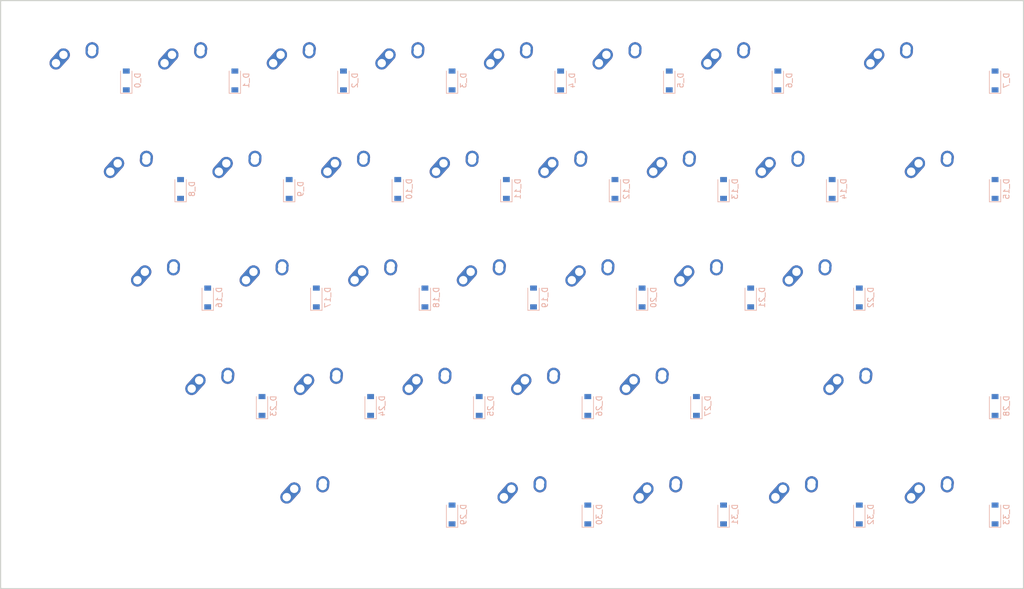
<source format=kicad_pcb>
(kicad_pcb (version 20171130) (host pcbnew "(5.0.0-3-g5ebb6b6)")

  (general
    (thickness 1.6)
    (drawings 0)
    (tracks 0)
    (zones 0)
    (modules 94)
    (nets 64)
  )

  (page A2)
  (layers
    (0 F.Cu signal)
    (31 B.Cu signal)
    (32 B.Adhes user)
    (33 F.Adhes user)
    (34 B.Paste user)
    (35 F.Paste user)
    (36 B.SilkS user)
    (37 F.SilkS user)
    (38 B.Mask user)
    (39 F.Mask user)
    (40 Dwgs.User user)
    (41 Cmts.User user)
    (42 Eco1.User user)
    (43 Eco2.User user)
    (44 Edge.Cuts user)
    (45 Margin user)
    (46 B.CrtYd user)
    (47 F.CrtYd user)
    (48 B.Fab user)
    (49 F.Fab user)
  )

  (setup
    (last_trace_width 0.25)
    (trace_clearance 0.2)
    (zone_clearance 0.508)
    (zone_45_only no)
    (trace_min 0.2)
    (segment_width 0.2)
    (edge_width 0.1)
    (via_size 0.8)
    (via_drill 0.4)
    (via_min_size 0.4)
    (via_min_drill 0.3)
    (uvia_size 0.3)
    (uvia_drill 0.1)
    (uvias_allowed no)
    (uvia_min_size 0.2)
    (uvia_min_drill 0.1)
    (pcb_text_width 0.3)
    (pcb_text_size 1.5 1.5)
    (mod_edge_width 0.15)
    (mod_text_size 1 1)
    (mod_text_width 0.15)
    (pad_size 1.5 1.5)
    (pad_drill 0.6)
    (pad_to_mask_clearance 0)
    (aux_axis_origin 0 0)
    (visible_elements FFFFFF7F)
    (pcbplotparams
      (layerselection 0x010fc_ffffffff)
      (usegerberextensions false)
      (usegerberattributes false)
      (usegerberadvancedattributes false)
      (creategerberjobfile false)
      (excludeedgelayer true)
      (linewidth 0.100000)
      (plotframeref false)
      (viasonmask false)
      (mode 1)
      (useauxorigin false)
      (hpglpennumber 1)
      (hpglpenspeed 20)
      (hpglpendiameter 15.000000)
      (psnegative false)
      (psa4output false)
      (plotreference true)
      (plotvalue true)
      (plotinvisibletext false)
      (padsonsilk false)
      (subtractmaskfromsilk false)
      (outputformat 1)
      (mirror false)
      (drillshape 1)
      (scaleselection 1)
      (outputdirectory ""))
  )

  (net 0 "")
  (net 1 "GND")
  (net 2 "VCC")
  (net 3 "col0")
  (net 4 "col1")
  (net 5 "col2")
  (net 6 "col3")
  (net 7 "col4")
  (net 8 "col5")
  (net 9 "col6")
  (net 10 "col7")
  (net 11 "col8")
  (net 12 "col9")
  (net 13 "row0")
  (net 14 "row1")
  (net 15 "row2")
  (net 16 "row3")
  (net 17 "row4")
  (net 18 "row5")
  (net 19 "Net-(K_0-Pad1)")
  (net 20 "Net-(K_0-Pad2)")
  (net 21 "Net-(K_0-Pad3)")
  (net 22 "Net-(K_0-Pad4)")
  (net 23 "Net-(D_0-Pad1)")
  (net 24 "Net-(D_0-Pad2)")
  (net 25 "Net-(K_1-Pad1)")
  (net 26 "Net-(K_1-Pad2)")
  (net 27 "Net-(K_1-Pad3)")
  (net 28 "Net-(K_1-Pad4)")
  (net 29 "Net-(D_1-Pad1)")
  (net 30 "Net-(D_1-Pad2)")
  (net 31 "Net-(K_2-Pad1)")
  (net 32 "Net-(K_2-Pad2)")
  (net 33 "Net-(K_2-Pad3)")
  (net 34 "Net-(K_2-Pad4)")
  (net 35 "Net-(D_2-Pad1)")
  (net 36 "Net-(D_2-Pad2)")
  (net 37 "Net-(K_3-Pad1)")
  (net 38 "Net-(K_3-Pad2)")
  (net 39 "Net-(K_3-Pad3)")
  (net 40 "Net-(K_3-Pad4)")
  (net 41 "Net-(D_3-Pad1)")
  (net 42 "Net-(D_3-Pad2)")
  (net 43 "Net-(K_4-Pad1)")
  (net 44 "Net-(K_4-Pad2)")
  (net 45 "Net-(K_4-Pad3)")
  (net 46 "Net-(K_4-Pad4)")
  (net 47 "Net-(D_4-Pad1)")
  (net 48 "Net-(D_4-Pad2)")
  (net 49 "Net-(K_5-Pad1)")
  (net 50 "Net-(K_5-Pad2)")
  (net 51 "Net-(K_5-Pad3)")
  (net 52 "Net-(K_5-Pad4)")
  (net 53 "Net-(D_5-Pad1)")
  (net 54 "Net-(D_5-Pad2)")
  (net 55 "Net-(K_6-Pad1)")
  (net 56 "Net-(K_6-Pad2)")
  (net 57 "Net-(K_6-Pad3)")
  (net 58 "Net-(K_6-Pad4)")
  (net 59 "Net-(D_6-Pad1)")
  (net 60 "Net-(D_6-Pad2)")
  (net 61 "Net-(K_7-Pad1)")
  (net 62 "Net-(K_7-Pad2)")
  (net 63 "Net-(K_7-Pad3)")
  (net 64 "Net-(K_7-Pad4)")
  (net 65 "Net-(D_7-Pad1)")
  (net 66 "Net-(D_7-Pad2)")
  (net 67 "Net-(K_8-Pad1)")
  (net 68 "Net-(K_8-Pad2)")
  (net 69 "Net-(K_8-Pad3)")
  (net 70 "Net-(K_8-Pad4)")
  (net 71 "Net-(D_8-Pad1)")
  (net 72 "Net-(D_8-Pad2)")
  (net 73 "Net-(K_9-Pad1)")
  (net 74 "Net-(K_9-Pad2)")
  (net 75 "Net-(K_9-Pad3)")
  (net 76 "Net-(K_9-Pad4)")
  (net 77 "Net-(D_9-Pad1)")
  (net 78 "Net-(D_9-Pad2)")
  (net 79 "Net-(K_10-Pad1)")
  (net 80 "Net-(K_10-Pad2)")
  (net 81 "Net-(K_10-Pad3)")
  (net 82 "Net-(K_10-Pad4)")
  (net 83 "Net-(D_10-Pad1)")
  (net 84 "Net-(D_10-Pad2)")
  (net 85 "Net-(K_11-Pad1)")
  (net 86 "Net-(K_11-Pad2)")
  (net 87 "Net-(K_11-Pad3)")
  (net 88 "Net-(K_11-Pad4)")
  (net 89 "Net-(D_11-Pad1)")
  (net 90 "Net-(D_11-Pad2)")
  (net 91 "Net-(K_12-Pad1)")
  (net 92 "Net-(K_12-Pad2)")
  (net 93 "Net-(K_12-Pad3)")
  (net 94 "Net-(K_12-Pad4)")
  (net 95 "Net-(D_12-Pad1)")
  (net 96 "Net-(D_12-Pad2)")
  (net 97 "Net-(K_13-Pad1)")
  (net 98 "Net-(K_13-Pad2)")
  (net 99 "Net-(K_13-Pad3)")
  (net 100 "Net-(K_13-Pad4)")
  (net 101 "Net-(D_13-Pad1)")
  (net 102 "Net-(D_13-Pad2)")
  (net 103 "Net-(K_14-Pad1)")
  (net 104 "Net-(K_14-Pad2)")
  (net 105 "Net-(K_14-Pad3)")
  (net 106 "Net-(K_14-Pad4)")
  (net 107 "Net-(D_14-Pad1)")
  (net 108 "Net-(D_14-Pad2)")
  (net 109 "Net-(K_16-Pad1)")
  (net 110 "Net-(K_16-Pad2)")
  (net 111 "Net-(K_16-Pad3)")
  (net 112 "Net-(K_16-Pad4)")
  (net 113 "Net-(D_16-Pad1)")
  (net 114 "Net-(D_16-Pad2)")
  (net 115 "Net-(K_17-Pad1)")
  (net 116 "Net-(K_17-Pad2)")
  (net 117 "Net-(K_17-Pad3)")
  (net 118 "Net-(K_17-Pad4)")
  (net 119 "Net-(D_17-Pad1)")
  (net 120 "Net-(D_17-Pad2)")
  (net 121 "Net-(K_18-Pad1)")
  (net 122 "Net-(K_18-Pad2)")
  (net 123 "Net-(K_18-Pad3)")
  (net 124 "Net-(K_18-Pad4)")
  (net 125 "Net-(D_18-Pad1)")
  (net 126 "Net-(D_18-Pad2)")
  (net 127 "Net-(K_19-Pad1)")
  (net 128 "Net-(K_19-Pad2)")
  (net 129 "Net-(K_19-Pad3)")
  (net 130 "Net-(K_19-Pad4)")
  (net 131 "Net-(D_19-Pad1)")
  (net 132 "Net-(D_19-Pad2)")
  (net 133 "Net-(K_20-Pad1)")
  (net 134 "Net-(K_20-Pad2)")
  (net 135 "Net-(K_20-Pad3)")
  (net 136 "Net-(K_20-Pad4)")
  (net 137 "Net-(D_20-Pad1)")
  (net 138 "Net-(D_20-Pad2)")
  (net 139 "Net-(K_21-Pad1)")
  (net 140 "Net-(K_21-Pad2)")
  (net 141 "Net-(K_21-Pad3)")
  (net 142 "Net-(K_21-Pad4)")
  (net 143 "Net-(D_21-Pad1)")
  (net 144 "Net-(D_21-Pad2)")
  (net 145 "Net-(K_22-Pad1)")
  (net 146 "Net-(K_22-Pad2)")
  (net 147 "Net-(K_22-Pad3)")
  (net 148 "Net-(K_22-Pad4)")
  (net 149 "Net-(D_22-Pad1)")
  (net 150 "Net-(D_22-Pad2)")
  (net 151 "Net-(K_15-Pad1)")
  (net 152 "Net-(K_15-Pad2)")
  (net 153 "Net-(K_15-Pad3)")
  (net 154 "Net-(K_15-Pad4)")
  (net 155 "Net-(D_15-Pad1)")
  (net 156 "Net-(D_15-Pad2)")
  (net 157 "Net-(K_23-Pad1)")
  (net 158 "Net-(K_23-Pad2)")
  (net 159 "Net-(K_23-Pad3)")
  (net 160 "Net-(K_23-Pad4)")
  (net 161 "Net-(D_23-Pad1)")
  (net 162 "Net-(D_23-Pad2)")
  (net 163 "Net-(K_24-Pad1)")
  (net 164 "Net-(K_24-Pad2)")
  (net 165 "Net-(K_24-Pad3)")
  (net 166 "Net-(K_24-Pad4)")
  (net 167 "Net-(D_24-Pad1)")
  (net 168 "Net-(D_24-Pad2)")
  (net 169 "Net-(K_25-Pad1)")
  (net 170 "Net-(K_25-Pad2)")
  (net 171 "Net-(K_25-Pad3)")
  (net 172 "Net-(K_25-Pad4)")
  (net 173 "Net-(D_25-Pad1)")
  (net 174 "Net-(D_25-Pad2)")
  (net 175 "Net-(K_26-Pad1)")
  (net 176 "Net-(K_26-Pad2)")
  (net 177 "Net-(K_26-Pad3)")
  (net 178 "Net-(K_26-Pad4)")
  (net 179 "Net-(D_26-Pad1)")
  (net 180 "Net-(D_26-Pad2)")
  (net 181 "Net-(K_27-Pad1)")
  (net 182 "Net-(K_27-Pad2)")
  (net 183 "Net-(K_27-Pad3)")
  (net 184 "Net-(K_27-Pad4)")
  (net 185 "Net-(D_27-Pad1)")
  (net 186 "Net-(D_27-Pad2)")
  (net 187 "Net-(K_28-Pad1)")
  (net 188 "Net-(K_28-Pad2)")
  (net 189 "Net-(K_28-Pad3)")
  (net 190 "Net-(K_28-Pad4)")
  (net 191 "Net-(D_28-Pad1)")
  (net 192 "Net-(D_28-Pad2)")
  (net 193 "Net-(K_29-Pad1)")
  (net 194 "Net-(K_29-Pad2)")
  (net 195 "Net-(K_29-Pad3)")
  (net 196 "Net-(K_29-Pad4)")
  (net 197 "Net-(D_29-Pad1)")
  (net 198 "Net-(D_29-Pad2)")
  (net 199 "Net-(K_30-Pad1)")
  (net 200 "Net-(K_30-Pad2)")
  (net 201 "Net-(K_30-Pad3)")
  (net 202 "Net-(K_30-Pad4)")
  (net 203 "Net-(D_30-Pad1)")
  (net 204 "Net-(D_30-Pad2)")
  (net 205 "Net-(K_31-Pad1)")
  (net 206 "Net-(K_31-Pad2)")
  (net 207 "Net-(K_31-Pad3)")
  (net 208 "Net-(K_31-Pad4)")
  (net 209 "Net-(D_31-Pad1)")
  (net 210 "Net-(D_31-Pad2)")
  (net 211 "Net-(K_32-Pad1)")
  (net 212 "Net-(K_32-Pad2)")
  (net 213 "Net-(K_32-Pad3)")
  (net 214 "Net-(K_32-Pad4)")
  (net 215 "Net-(D_32-Pad1)")
  (net 216 "Net-(D_32-Pad2)")
  (net 217 "Net-(K_33-Pad1)")
  (net 218 "Net-(K_33-Pad2)")
  (net 219 "Net-(K_33-Pad3)")
  (net 220 "Net-(K_33-Pad4)")
  (net 221 "Net-(D_33-Pad1)")
  (net 222 "Net-(D_33-Pad2)")

(net_class Default "This is the default net class."
  (clearance 0.2)
  (trace_width 0.25)
  (via_dia 0.8)
  (via_drill 0.4)
  (uvia_dia 0.3)
  (uvia_drill 0.1)
  (add_net "")
  (add_net "GND")
  (add_net "VCC")
  (add_net "col0")
  (add_net "col1")
  (add_net "col2")
  (add_net "col3")
  (add_net "col4")
  (add_net "col5")
  (add_net "col6")
  (add_net "col7")
  (add_net "col8")
  (add_net "col9")
  (add_net "row0")
  (add_net "row1")
  (add_net "row2")
  (add_net "row3")
  (add_net "row4")
  (add_net "row5")
  (add_net "Net-(K_0-Pad1)")
  (add_net "Net-(K_0-Pad2)")
  (add_net "Net-(K_0-Pad3)")
  (add_net "Net-(K_0-Pad4)")
  (add_net "Net-(D_0-Pad1)")
  (add_net "Net-(D_0-Pad2)")
  (add_net "Net-(K_1-Pad1)")
  (add_net "Net-(K_1-Pad2)")
  (add_net "Net-(K_1-Pad3)")
  (add_net "Net-(K_1-Pad4)")
  (add_net "Net-(D_1-Pad1)")
  (add_net "Net-(D_1-Pad2)")
  (add_net "Net-(K_2-Pad1)")
  (add_net "Net-(K_2-Pad2)")
  (add_net "Net-(K_2-Pad3)")
  (add_net "Net-(K_2-Pad4)")
  (add_net "Net-(D_2-Pad1)")
  (add_net "Net-(D_2-Pad2)")
  (add_net "Net-(K_3-Pad1)")
  (add_net "Net-(K_3-Pad2)")
  (add_net "Net-(K_3-Pad3)")
  (add_net "Net-(K_3-Pad4)")
  (add_net "Net-(D_3-Pad1)")
  (add_net "Net-(D_3-Pad2)")
  (add_net "Net-(K_4-Pad1)")
  (add_net "Net-(K_4-Pad2)")
  (add_net "Net-(K_4-Pad3)")
  (add_net "Net-(K_4-Pad4)")
  (add_net "Net-(D_4-Pad1)")
  (add_net "Net-(D_4-Pad2)")
  (add_net "Net-(K_5-Pad1)")
  (add_net "Net-(K_5-Pad2)")
  (add_net "Net-(K_5-Pad3)")
  (add_net "Net-(K_5-Pad4)")
  (add_net "Net-(D_5-Pad1)")
  (add_net "Net-(D_5-Pad2)")
  (add_net "Net-(K_6-Pad1)")
  (add_net "Net-(K_6-Pad2)")
  (add_net "Net-(K_6-Pad3)")
  (add_net "Net-(K_6-Pad4)")
  (add_net "Net-(D_6-Pad1)")
  (add_net "Net-(D_6-Pad2)")
  (add_net "Net-(K_7-Pad1)")
  (add_net "Net-(K_7-Pad2)")
  (add_net "Net-(K_7-Pad3)")
  (add_net "Net-(K_7-Pad4)")
  (add_net "Net-(D_7-Pad1)")
  (add_net "Net-(D_7-Pad2)")
  (add_net "Net-(K_8-Pad1)")
  (add_net "Net-(K_8-Pad2)")
  (add_net "Net-(K_8-Pad3)")
  (add_net "Net-(K_8-Pad4)")
  (add_net "Net-(D_8-Pad1)")
  (add_net "Net-(D_8-Pad2)")
  (add_net "Net-(K_9-Pad1)")
  (add_net "Net-(K_9-Pad2)")
  (add_net "Net-(K_9-Pad3)")
  (add_net "Net-(K_9-Pad4)")
  (add_net "Net-(D_9-Pad1)")
  (add_net "Net-(D_9-Pad2)")
  (add_net "Net-(K_10-Pad1)")
  (add_net "Net-(K_10-Pad2)")
  (add_net "Net-(K_10-Pad3)")
  (add_net "Net-(K_10-Pad4)")
  (add_net "Net-(D_10-Pad1)")
  (add_net "Net-(D_10-Pad2)")
  (add_net "Net-(K_11-Pad1)")
  (add_net "Net-(K_11-Pad2)")
  (add_net "Net-(K_11-Pad3)")
  (add_net "Net-(K_11-Pad4)")
  (add_net "Net-(D_11-Pad1)")
  (add_net "Net-(D_11-Pad2)")
  (add_net "Net-(K_12-Pad1)")
  (add_net "Net-(K_12-Pad2)")
  (add_net "Net-(K_12-Pad3)")
  (add_net "Net-(K_12-Pad4)")
  (add_net "Net-(D_12-Pad1)")
  (add_net "Net-(D_12-Pad2)")
  (add_net "Net-(K_13-Pad1)")
  (add_net "Net-(K_13-Pad2)")
  (add_net "Net-(K_13-Pad3)")
  (add_net "Net-(K_13-Pad4)")
  (add_net "Net-(D_13-Pad1)")
  (add_net "Net-(D_13-Pad2)")
  (add_net "Net-(K_14-Pad1)")
  (add_net "Net-(K_14-Pad2)")
  (add_net "Net-(K_14-Pad3)")
  (add_net "Net-(K_14-Pad4)")
  (add_net "Net-(D_14-Pad1)")
  (add_net "Net-(D_14-Pad2)")
  (add_net "Net-(K_16-Pad1)")
  (add_net "Net-(K_16-Pad2)")
  (add_net "Net-(K_16-Pad3)")
  (add_net "Net-(K_16-Pad4)")
  (add_net "Net-(D_16-Pad1)")
  (add_net "Net-(D_16-Pad2)")
  (add_net "Net-(K_17-Pad1)")
  (add_net "Net-(K_17-Pad2)")
  (add_net "Net-(K_17-Pad3)")
  (add_net "Net-(K_17-Pad4)")
  (add_net "Net-(D_17-Pad1)")
  (add_net "Net-(D_17-Pad2)")
  (add_net "Net-(K_18-Pad1)")
  (add_net "Net-(K_18-Pad2)")
  (add_net "Net-(K_18-Pad3)")
  (add_net "Net-(K_18-Pad4)")
  (add_net "Net-(D_18-Pad1)")
  (add_net "Net-(D_18-Pad2)")
  (add_net "Net-(K_19-Pad1)")
  (add_net "Net-(K_19-Pad2)")
  (add_net "Net-(K_19-Pad3)")
  (add_net "Net-(K_19-Pad4)")
  (add_net "Net-(D_19-Pad1)")
  (add_net "Net-(D_19-Pad2)")
  (add_net "Net-(K_20-Pad1)")
  (add_net "Net-(K_20-Pad2)")
  (add_net "Net-(K_20-Pad3)")
  (add_net "Net-(K_20-Pad4)")
  (add_net "Net-(D_20-Pad1)")
  (add_net "Net-(D_20-Pad2)")
  (add_net "Net-(K_21-Pad1)")
  (add_net "Net-(K_21-Pad2)")
  (add_net "Net-(K_21-Pad3)")
  (add_net "Net-(K_21-Pad4)")
  (add_net "Net-(D_21-Pad1)")
  (add_net "Net-(D_21-Pad2)")
  (add_net "Net-(K_22-Pad1)")
  (add_net "Net-(K_22-Pad2)")
  (add_net "Net-(K_22-Pad3)")
  (add_net "Net-(K_22-Pad4)")
  (add_net "Net-(D_22-Pad1)")
  (add_net "Net-(D_22-Pad2)")
  (add_net "Net-(K_15-Pad1)")
  (add_net "Net-(K_15-Pad2)")
  (add_net "Net-(K_15-Pad3)")
  (add_net "Net-(K_15-Pad4)")
  (add_net "Net-(D_15-Pad1)")
  (add_net "Net-(D_15-Pad2)")
  (add_net "Net-(K_23-Pad1)")
  (add_net "Net-(K_23-Pad2)")
  (add_net "Net-(K_23-Pad3)")
  (add_net "Net-(K_23-Pad4)")
  (add_net "Net-(D_23-Pad1)")
  (add_net "Net-(D_23-Pad2)")
  (add_net "Net-(K_24-Pad1)")
  (add_net "Net-(K_24-Pad2)")
  (add_net "Net-(K_24-Pad3)")
  (add_net "Net-(K_24-Pad4)")
  (add_net "Net-(D_24-Pad1)")
  (add_net "Net-(D_24-Pad2)")
  (add_net "Net-(K_25-Pad1)")
  (add_net "Net-(K_25-Pad2)")
  (add_net "Net-(K_25-Pad3)")
  (add_net "Net-(K_25-Pad4)")
  (add_net "Net-(D_25-Pad1)")
  (add_net "Net-(D_25-Pad2)")
  (add_net "Net-(K_26-Pad1)")
  (add_net "Net-(K_26-Pad2)")
  (add_net "Net-(K_26-Pad3)")
  (add_net "Net-(K_26-Pad4)")
  (add_net "Net-(D_26-Pad1)")
  (add_net "Net-(D_26-Pad2)")
  (add_net "Net-(K_27-Pad1)")
  (add_net "Net-(K_27-Pad2)")
  (add_net "Net-(K_27-Pad3)")
  (add_net "Net-(K_27-Pad4)")
  (add_net "Net-(D_27-Pad1)")
  (add_net "Net-(D_27-Pad2)")
  (add_net "Net-(K_28-Pad1)")
  (add_net "Net-(K_28-Pad2)")
  (add_net "Net-(K_28-Pad3)")
  (add_net "Net-(K_28-Pad4)")
  (add_net "Net-(D_28-Pad1)")
  (add_net "Net-(D_28-Pad2)")
  (add_net "Net-(K_29-Pad1)")
  (add_net "Net-(K_29-Pad2)")
  (add_net "Net-(K_29-Pad3)")
  (add_net "Net-(K_29-Pad4)")
  (add_net "Net-(D_29-Pad1)")
  (add_net "Net-(D_29-Pad2)")
  (add_net "Net-(K_30-Pad1)")
  (add_net "Net-(K_30-Pad2)")
  (add_net "Net-(K_30-Pad3)")
  (add_net "Net-(K_30-Pad4)")
  (add_net "Net-(D_30-Pad1)")
  (add_net "Net-(D_30-Pad2)")
  (add_net "Net-(K_31-Pad1)")
  (add_net "Net-(K_31-Pad2)")
  (add_net "Net-(K_31-Pad3)")
  (add_net "Net-(K_31-Pad4)")
  (add_net "Net-(D_31-Pad1)")
  (add_net "Net-(D_31-Pad2)")
  (add_net "Net-(K_32-Pad1)")
  (add_net "Net-(K_32-Pad2)")
  (add_net "Net-(K_32-Pad3)")
  (add_net "Net-(K_32-Pad4)")
  (add_net "Net-(D_32-Pad1)")
  (add_net "Net-(D_32-Pad2)")
  (add_net "Net-(K_33-Pad1)")
  (add_net "Net-(K_33-Pad2)")
  (add_net "Net-(K_33-Pad3)")
  (add_net "Net-(K_33-Pad4)")
  (add_net "Net-(D_33-Pad1)")
  (add_net "Net-(D_33-Pad2)")
)

  (module MX_Alps_Hybrid:MX-1U-NoLED (layer F.Cu) (tedit 5A9F5203)
  (tstamp 00)
  (at
  9.525
  9.525
  )
  (path /00000001)
  (fp_text reference K_0 (at 0 3.175) (layer Dwgs.User)
    (effects (font (size 1 1) (thickness 0.15)))
  )
  (fp_text value KEYSW (at 0 -7.9375) (layer Dwgs.User)
    (effects (font (size 1 1) (thickness 0.15)))
  )
  (fp_line (start 5 -7) (end 7 -7) (layer Dwgs.User) (width 0.15))
  (fp_line (start 7 -7) (end 7 -5) (layer Dwgs.User) (width 0.15))
  (fp_line (start 5 7) (end 7 7) (layer Dwgs.User) (width 0.15))
  (fp_line (start 7 7) (end 7 5) (layer Dwgs.User) (width 0.15))
  (fp_line (start -7 5) (end -7 7) (layer Dwgs.User) (width 0.15))
  (fp_line (start -7 7) (end -5 7) (layer Dwgs.User) (width 0.15))
  (fp_line (start -5 -7) (end -7 -7) (layer Dwgs.User) (width 0.15))
  (fp_line (start -7 -7) (end -7 -5) (layer Dwgs.User) (width 0.15))
  (fp_line (start -9.525 -9.525) (end 9.525 -9.525) (layer Dwgs.User) (width 0.15))
  (fp_line (start 9.525 -9.525) (end 9.525 9.525) (layer Dwgs.User) (width 0.15))
  (fp_line (start 9.525 9.525) (end -9.525 9.525) (layer Dwgs.User) (width 0.15))
  (fp_line (start -9.525 9.525) (end -9.525 -9.525) (layer Dwgs.User) (width 0.15))
  (pad 1 thru_hole circle (at -2.5 -4) (size 2.25 2.25) (drill 1.47) (layers *.Cu B.Mask)
    (net 3 "col0"))
  (pad 1 thru_hole oval (at -3.81 -2.54 48.0996) (size 4.211556 2.25) (drill 1.47 (offset 0.980778 0)) (layers *.Cu B.Mask)
    (net 3 "col0"))
  (pad 2 thru_hole oval (at 2.5 -4.5 86.0548) (size 2.831378 2.25) (drill 1.47 (offset 0.290689 0)) (layers *.Cu B.Mask)
    (net 24 "Net-(D_0-Pad2)"))
  (pad 2 thru_hole circle (at 2.54 -5.08) (size 2.25 2.25) (drill 1.47) (layers *.Cu B.Mask)
    (net 24 "Net-(D_0-Pad2)"))
  (pad "" np_thru_hole circle (at 0 0) (size 3.9878 3.9878) (drill 3.9878) (layers *.Cu *.Mask))
  (pad "" np_thru_hole circle (at -5.08 0 48.0996) (size 1.75 1.75) (drill 1.75) (layers *.Cu *.Mask))
  (pad "" np_thru_hole circle (at 5.08 0 48.0996) (size 1.75 1.75) (drill 1.75) (layers *.Cu *.Mask))

  
  
  
)
(module Diode_SMD:D_SOD-123 (layer B.Cu) (tedit 561B6A12) (tstamp 01)
    (at
    18.05
    10.025
    90)
    (descr SOD-123)
    (tags SOD-123)
    (path /00000000)
    (attr smd)
    (fp_text reference D_0 (at 0 2 90) (layer B.SilkS)
      (effects (font (size 1 1) (thickness 0.15)) (justify mirror))
    )
    (fp_text value D (at 0 -2.1 90) (layer B.Fab)
      (effects (font (size 1 1) (thickness 0.15)) (justify mirror))
    )
    (fp_line (start -2.25 1) (end 1.65 1) (layer B.SilkS) (width 0.12))
    (fp_line (start -2.25 -1) (end 1.65 -1) (layer B.SilkS) (width 0.12))
    (fp_line (start -2.35 1.15) (end -2.35 -1.15) (layer B.CrtYd) (width 0.05))
    (fp_line (start 2.35 -1.15) (end -2.35 -1.15) (layer B.CrtYd) (width 0.05))
    (fp_line (start 2.35 1.15) (end 2.35 -1.15) (layer B.CrtYd) (width 0.05))
    (fp_line (start -2.35 1.15) (end 2.35 1.15) (layer B.CrtYd) (width 0.05))
    (fp_line (start -1.4 0.9) (end 1.4 0.9) (layer B.Fab) (width 0.1))
    (fp_line (start 1.4 0.9) (end 1.4 -0.9) (layer B.Fab) (width 0.1))
    (fp_line (start 1.4 -0.9) (end -1.4 -0.9) (layer B.Fab) (width 0.1))
    (fp_line (start -1.4 -0.9) (end -1.4 0.9) (layer B.Fab) (width 0.1))
    (fp_line (start -0.75 0) (end -0.35 0) (layer B.Fab) (width 0.1))
    (fp_line (start -0.35 0) (end -0.35 0.55) (layer B.Fab) (width 0.1))
    (fp_line (start -0.35 0) (end -0.35 -0.55) (layer B.Fab) (width 0.1))
    (fp_line (start -0.35 0) (end 0.25 0.4) (layer B.Fab) (width 0.1))
    (fp_line (start 0.25 0.4) (end 0.25 -0.4) (layer B.Fab) (width 0.1))
    (fp_line (start 0.25 -0.4) (end -0.35 0) (layer B.Fab) (width 0.1))
    (fp_line (start 0.25 0) (end 0.75 0) (layer B.Fab) (width 0.1))
    (fp_line (start -2.25 1) (end -2.25 -1) (layer B.SilkS) (width 0.12))
    (fp_text user %R (at 0 2 270) (layer B.Fab)
      (effects (font (size 1 1) (thickness 0.15)) (justify mirror))
    )
    (pad 2 smd rect (at 1.65 0 90) (size 0.9 1.2) (layers B.Cu B.Paste B.Mask)
      (net 24 "Net-(D_0-Pad2)"))
    (pad 1 smd rect (at -1.65 0 90) (size 0.9 1.2) (layers B.Cu B.Paste B.Mask)
      (net 13 "row0"))
    (model ${KISYS3DMOD}/Diode_SMD.3dshapes/D_SOD-123.wrl
      (at (xyz 0 0 0))
      (scale (xyz 1 1 1))
      (rotate (xyz 0 0 0))
    )
  )

(module MX_Alps_Hybrid:MX-1U-NoLED (layer F.Cu) (tedit 5A9F5203)
  (tstamp 10)
  (at
  28.575
  9.525
  )
  (path /00000011)
  (fp_text reference K_1 (at 0 3.175) (layer Dwgs.User)
    (effects (font (size 1 1) (thickness 0.15)))
  )
  (fp_text value KEYSW (at 0 -7.9375) (layer Dwgs.User)
    (effects (font (size 1 1) (thickness 0.15)))
  )
  (fp_line (start 5 -7) (end 7 -7) (layer Dwgs.User) (width 0.15))
  (fp_line (start 7 -7) (end 7 -5) (layer Dwgs.User) (width 0.15))
  (fp_line (start 5 7) (end 7 7) (layer Dwgs.User) (width 0.15))
  (fp_line (start 7 7) (end 7 5) (layer Dwgs.User) (width 0.15))
  (fp_line (start -7 5) (end -7 7) (layer Dwgs.User) (width 0.15))
  (fp_line (start -7 7) (end -5 7) (layer Dwgs.User) (width 0.15))
  (fp_line (start -5 -7) (end -7 -7) (layer Dwgs.User) (width 0.15))
  (fp_line (start -7 -7) (end -7 -5) (layer Dwgs.User) (width 0.15))
  (fp_line (start -9.525 -9.525) (end 9.525 -9.525) (layer Dwgs.User) (width 0.15))
  (fp_line (start 9.525 -9.525) (end 9.525 9.525) (layer Dwgs.User) (width 0.15))
  (fp_line (start 9.525 9.525) (end -9.525 9.525) (layer Dwgs.User) (width 0.15))
  (fp_line (start -9.525 9.525) (end -9.525 -9.525) (layer Dwgs.User) (width 0.15))
  (pad 1 thru_hole circle (at -2.5 -4) (size 2.25 2.25) (drill 1.47) (layers *.Cu B.Mask)
    (net 4 "col1"))
  (pad 1 thru_hole oval (at -3.81 -2.54 48.0996) (size 4.211556 2.25) (drill 1.47 (offset 0.980778 0)) (layers *.Cu B.Mask)
    (net 4 "col1"))
  (pad 2 thru_hole oval (at 2.5 -4.5 86.0548) (size 2.831378 2.25) (drill 1.47 (offset 0.290689 0)) (layers *.Cu B.Mask)
    (net 30 "Net-(D_1-Pad2)"))
  (pad 2 thru_hole circle (at 2.54 -5.08) (size 2.25 2.25) (drill 1.47) (layers *.Cu B.Mask)
    (net 30 "Net-(D_1-Pad2)"))
  (pad "" np_thru_hole circle (at 0 0) (size 3.9878 3.9878) (drill 3.9878) (layers *.Cu *.Mask))
  (pad "" np_thru_hole circle (at -5.08 0 48.0996) (size 1.75 1.75) (drill 1.75) (layers *.Cu *.Mask))
  (pad "" np_thru_hole circle (at 5.08 0 48.0996) (size 1.75 1.75) (drill 1.75) (layers *.Cu *.Mask))

  
  
  
)
(module Diode_SMD:D_SOD-123 (layer B.Cu) (tedit 561B6A12) (tstamp 11)
    (at
    37.1
    10.025
    90)
    (descr SOD-123)
    (tags SOD-123)
    (path /00000010)
    (attr smd)
    (fp_text reference D_1 (at 0 2 90) (layer B.SilkS)
      (effects (font (size 1 1) (thickness 0.15)) (justify mirror))
    )
    (fp_text value D (at 0 -2.1 90) (layer B.Fab)
      (effects (font (size 1 1) (thickness 0.15)) (justify mirror))
    )
    (fp_line (start -2.25 1) (end 1.65 1) (layer B.SilkS) (width 0.12))
    (fp_line (start -2.25 -1) (end 1.65 -1) (layer B.SilkS) (width 0.12))
    (fp_line (start -2.35 1.15) (end -2.35 -1.15) (layer B.CrtYd) (width 0.05))
    (fp_line (start 2.35 -1.15) (end -2.35 -1.15) (layer B.CrtYd) (width 0.05))
    (fp_line (start 2.35 1.15) (end 2.35 -1.15) (layer B.CrtYd) (width 0.05))
    (fp_line (start -2.35 1.15) (end 2.35 1.15) (layer B.CrtYd) (width 0.05))
    (fp_line (start -1.4 0.9) (end 1.4 0.9) (layer B.Fab) (width 0.1))
    (fp_line (start 1.4 0.9) (end 1.4 -0.9) (layer B.Fab) (width 0.1))
    (fp_line (start 1.4 -0.9) (end -1.4 -0.9) (layer B.Fab) (width 0.1))
    (fp_line (start -1.4 -0.9) (end -1.4 0.9) (layer B.Fab) (width 0.1))
    (fp_line (start -0.75 0) (end -0.35 0) (layer B.Fab) (width 0.1))
    (fp_line (start -0.35 0) (end -0.35 0.55) (layer B.Fab) (width 0.1))
    (fp_line (start -0.35 0) (end -0.35 -0.55) (layer B.Fab) (width 0.1))
    (fp_line (start -0.35 0) (end 0.25 0.4) (layer B.Fab) (width 0.1))
    (fp_line (start 0.25 0.4) (end 0.25 -0.4) (layer B.Fab) (width 0.1))
    (fp_line (start 0.25 -0.4) (end -0.35 0) (layer B.Fab) (width 0.1))
    (fp_line (start 0.25 0) (end 0.75 0) (layer B.Fab) (width 0.1))
    (fp_line (start -2.25 1) (end -2.25 -1) (layer B.SilkS) (width 0.12))
    (fp_text user %R (at 0 2 270) (layer B.Fab)
      (effects (font (size 1 1) (thickness 0.15)) (justify mirror))
    )
    (pad 2 smd rect (at 1.65 0 90) (size 0.9 1.2) (layers B.Cu B.Paste B.Mask)
      (net 30 "Net-(D_1-Pad2)"))
    (pad 1 smd rect (at -1.65 0 90) (size 0.9 1.2) (layers B.Cu B.Paste B.Mask)
      (net 13 "row0"))
    (model ${KISYS3DMOD}/Diode_SMD.3dshapes/D_SOD-123.wrl
      (at (xyz 0 0 0))
      (scale (xyz 1 1 1))
      (rotate (xyz 0 0 0))
    )
  )

(module MX_Alps_Hybrid:MX-1U-NoLED (layer F.Cu) (tedit 5A9F5203)
  (tstamp 20)
  (at
  47.625
  9.525
  )
  (path /00000021)
  (fp_text reference K_2 (at 0 3.175) (layer Dwgs.User)
    (effects (font (size 1 1) (thickness 0.15)))
  )
  (fp_text value KEYSW (at 0 -7.9375) (layer Dwgs.User)
    (effects (font (size 1 1) (thickness 0.15)))
  )
  (fp_line (start 5 -7) (end 7 -7) (layer Dwgs.User) (width 0.15))
  (fp_line (start 7 -7) (end 7 -5) (layer Dwgs.User) (width 0.15))
  (fp_line (start 5 7) (end 7 7) (layer Dwgs.User) (width 0.15))
  (fp_line (start 7 7) (end 7 5) (layer Dwgs.User) (width 0.15))
  (fp_line (start -7 5) (end -7 7) (layer Dwgs.User) (width 0.15))
  (fp_line (start -7 7) (end -5 7) (layer Dwgs.User) (width 0.15))
  (fp_line (start -5 -7) (end -7 -7) (layer Dwgs.User) (width 0.15))
  (fp_line (start -7 -7) (end -7 -5) (layer Dwgs.User) (width 0.15))
  (fp_line (start -9.525 -9.525) (end 9.525 -9.525) (layer Dwgs.User) (width 0.15))
  (fp_line (start 9.525 -9.525) (end 9.525 9.525) (layer Dwgs.User) (width 0.15))
  (fp_line (start 9.525 9.525) (end -9.525 9.525) (layer Dwgs.User) (width 0.15))
  (fp_line (start -9.525 9.525) (end -9.525 -9.525) (layer Dwgs.User) (width 0.15))
  (pad 1 thru_hole circle (at -2.5 -4) (size 2.25 2.25) (drill 1.47) (layers *.Cu B.Mask)
    (net 5 "col2"))
  (pad 1 thru_hole oval (at -3.81 -2.54 48.0996) (size 4.211556 2.25) (drill 1.47 (offset 0.980778 0)) (layers *.Cu B.Mask)
    (net 5 "col2"))
  (pad 2 thru_hole oval (at 2.5 -4.5 86.0548) (size 2.831378 2.25) (drill 1.47 (offset 0.290689 0)) (layers *.Cu B.Mask)
    (net 36 "Net-(D_2-Pad2)"))
  (pad 2 thru_hole circle (at 2.54 -5.08) (size 2.25 2.25) (drill 1.47) (layers *.Cu B.Mask)
    (net 36 "Net-(D_2-Pad2)"))
  (pad "" np_thru_hole circle (at 0 0) (size 3.9878 3.9878) (drill 3.9878) (layers *.Cu *.Mask))
  (pad "" np_thru_hole circle (at -5.08 0 48.0996) (size 1.75 1.75) (drill 1.75) (layers *.Cu *.Mask))
  (pad "" np_thru_hole circle (at 5.08 0 48.0996) (size 1.75 1.75) (drill 1.75) (layers *.Cu *.Mask))

  
  
  
)
(module Diode_SMD:D_SOD-123 (layer B.Cu) (tedit 561B6A12) (tstamp 21)
    (at
    56.15
    10.025
    90)
    (descr SOD-123)
    (tags SOD-123)
    (path /00000020)
    (attr smd)
    (fp_text reference D_2 (at 0 2 90) (layer B.SilkS)
      (effects (font (size 1 1) (thickness 0.15)) (justify mirror))
    )
    (fp_text value D (at 0 -2.1 90) (layer B.Fab)
      (effects (font (size 1 1) (thickness 0.15)) (justify mirror))
    )
    (fp_line (start -2.25 1) (end 1.65 1) (layer B.SilkS) (width 0.12))
    (fp_line (start -2.25 -1) (end 1.65 -1) (layer B.SilkS) (width 0.12))
    (fp_line (start -2.35 1.15) (end -2.35 -1.15) (layer B.CrtYd) (width 0.05))
    (fp_line (start 2.35 -1.15) (end -2.35 -1.15) (layer B.CrtYd) (width 0.05))
    (fp_line (start 2.35 1.15) (end 2.35 -1.15) (layer B.CrtYd) (width 0.05))
    (fp_line (start -2.35 1.15) (end 2.35 1.15) (layer B.CrtYd) (width 0.05))
    (fp_line (start -1.4 0.9) (end 1.4 0.9) (layer B.Fab) (width 0.1))
    (fp_line (start 1.4 0.9) (end 1.4 -0.9) (layer B.Fab) (width 0.1))
    (fp_line (start 1.4 -0.9) (end -1.4 -0.9) (layer B.Fab) (width 0.1))
    (fp_line (start -1.4 -0.9) (end -1.4 0.9) (layer B.Fab) (width 0.1))
    (fp_line (start -0.75 0) (end -0.35 0) (layer B.Fab) (width 0.1))
    (fp_line (start -0.35 0) (end -0.35 0.55) (layer B.Fab) (width 0.1))
    (fp_line (start -0.35 0) (end -0.35 -0.55) (layer B.Fab) (width 0.1))
    (fp_line (start -0.35 0) (end 0.25 0.4) (layer B.Fab) (width 0.1))
    (fp_line (start 0.25 0.4) (end 0.25 -0.4) (layer B.Fab) (width 0.1))
    (fp_line (start 0.25 -0.4) (end -0.35 0) (layer B.Fab) (width 0.1))
    (fp_line (start 0.25 0) (end 0.75 0) (layer B.Fab) (width 0.1))
    (fp_line (start -2.25 1) (end -2.25 -1) (layer B.SilkS) (width 0.12))
    (fp_text user %R (at 0 2 270) (layer B.Fab)
      (effects (font (size 1 1) (thickness 0.15)) (justify mirror))
    )
    (pad 2 smd rect (at 1.65 0 90) (size 0.9 1.2) (layers B.Cu B.Paste B.Mask)
      (net 36 "Net-(D_2-Pad2)"))
    (pad 1 smd rect (at -1.65 0 90) (size 0.9 1.2) (layers B.Cu B.Paste B.Mask)
      (net 13 "row0"))
    (model ${KISYS3DMOD}/Diode_SMD.3dshapes/D_SOD-123.wrl
      (at (xyz 0 0 0))
      (scale (xyz 1 1 1))
      (rotate (xyz 0 0 0))
    )
  )

(module MX_Alps_Hybrid:MX-1U-NoLED (layer F.Cu) (tedit 5A9F5203)
  (tstamp 30)
  (at
  66.675
  9.525
  )
  (path /00000031)
  (fp_text reference K_3 (at 0 3.175) (layer Dwgs.User)
    (effects (font (size 1 1) (thickness 0.15)))
  )
  (fp_text value KEYSW (at 0 -7.9375) (layer Dwgs.User)
    (effects (font (size 1 1) (thickness 0.15)))
  )
  (fp_line (start 5 -7) (end 7 -7) (layer Dwgs.User) (width 0.15))
  (fp_line (start 7 -7) (end 7 -5) (layer Dwgs.User) (width 0.15))
  (fp_line (start 5 7) (end 7 7) (layer Dwgs.User) (width 0.15))
  (fp_line (start 7 7) (end 7 5) (layer Dwgs.User) (width 0.15))
  (fp_line (start -7 5) (end -7 7) (layer Dwgs.User) (width 0.15))
  (fp_line (start -7 7) (end -5 7) (layer Dwgs.User) (width 0.15))
  (fp_line (start -5 -7) (end -7 -7) (layer Dwgs.User) (width 0.15))
  (fp_line (start -7 -7) (end -7 -5) (layer Dwgs.User) (width 0.15))
  (fp_line (start -9.525 -9.525) (end 9.525 -9.525) (layer Dwgs.User) (width 0.15))
  (fp_line (start 9.525 -9.525) (end 9.525 9.525) (layer Dwgs.User) (width 0.15))
  (fp_line (start 9.525 9.525) (end -9.525 9.525) (layer Dwgs.User) (width 0.15))
  (fp_line (start -9.525 9.525) (end -9.525 -9.525) (layer Dwgs.User) (width 0.15))
  (pad 1 thru_hole circle (at -2.5 -4) (size 2.25 2.25) (drill 1.47) (layers *.Cu B.Mask)
    (net 6 "col3"))
  (pad 1 thru_hole oval (at -3.81 -2.54 48.0996) (size 4.211556 2.25) (drill 1.47 (offset 0.980778 0)) (layers *.Cu B.Mask)
    (net 6 "col3"))
  (pad 2 thru_hole oval (at 2.5 -4.5 86.0548) (size 2.831378 2.25) (drill 1.47 (offset 0.290689 0)) (layers *.Cu B.Mask)
    (net 42 "Net-(D_3-Pad2)"))
  (pad 2 thru_hole circle (at 2.54 -5.08) (size 2.25 2.25) (drill 1.47) (layers *.Cu B.Mask)
    (net 42 "Net-(D_3-Pad2)"))
  (pad "" np_thru_hole circle (at 0 0) (size 3.9878 3.9878) (drill 3.9878) (layers *.Cu *.Mask))
  (pad "" np_thru_hole circle (at -5.08 0 48.0996) (size 1.75 1.75) (drill 1.75) (layers *.Cu *.Mask))
  (pad "" np_thru_hole circle (at 5.08 0 48.0996) (size 1.75 1.75) (drill 1.75) (layers *.Cu *.Mask))

  
  
  
)
(module Diode_SMD:D_SOD-123 (layer B.Cu) (tedit 561B6A12) (tstamp 31)
    (at
    75.2
    10.025
    90)
    (descr SOD-123)
    (tags SOD-123)
    (path /00000030)
    (attr smd)
    (fp_text reference D_3 (at 0 2 90) (layer B.SilkS)
      (effects (font (size 1 1) (thickness 0.15)) (justify mirror))
    )
    (fp_text value D (at 0 -2.1 90) (layer B.Fab)
      (effects (font (size 1 1) (thickness 0.15)) (justify mirror))
    )
    (fp_line (start -2.25 1) (end 1.65 1) (layer B.SilkS) (width 0.12))
    (fp_line (start -2.25 -1) (end 1.65 -1) (layer B.SilkS) (width 0.12))
    (fp_line (start -2.35 1.15) (end -2.35 -1.15) (layer B.CrtYd) (width 0.05))
    (fp_line (start 2.35 -1.15) (end -2.35 -1.15) (layer B.CrtYd) (width 0.05))
    (fp_line (start 2.35 1.15) (end 2.35 -1.15) (layer B.CrtYd) (width 0.05))
    (fp_line (start -2.35 1.15) (end 2.35 1.15) (layer B.CrtYd) (width 0.05))
    (fp_line (start -1.4 0.9) (end 1.4 0.9) (layer B.Fab) (width 0.1))
    (fp_line (start 1.4 0.9) (end 1.4 -0.9) (layer B.Fab) (width 0.1))
    (fp_line (start 1.4 -0.9) (end -1.4 -0.9) (layer B.Fab) (width 0.1))
    (fp_line (start -1.4 -0.9) (end -1.4 0.9) (layer B.Fab) (width 0.1))
    (fp_line (start -0.75 0) (end -0.35 0) (layer B.Fab) (width 0.1))
    (fp_line (start -0.35 0) (end -0.35 0.55) (layer B.Fab) (width 0.1))
    (fp_line (start -0.35 0) (end -0.35 -0.55) (layer B.Fab) (width 0.1))
    (fp_line (start -0.35 0) (end 0.25 0.4) (layer B.Fab) (width 0.1))
    (fp_line (start 0.25 0.4) (end 0.25 -0.4) (layer B.Fab) (width 0.1))
    (fp_line (start 0.25 -0.4) (end -0.35 0) (layer B.Fab) (width 0.1))
    (fp_line (start 0.25 0) (end 0.75 0) (layer B.Fab) (width 0.1))
    (fp_line (start -2.25 1) (end -2.25 -1) (layer B.SilkS) (width 0.12))
    (fp_text user %R (at 0 2 270) (layer B.Fab)
      (effects (font (size 1 1) (thickness 0.15)) (justify mirror))
    )
    (pad 2 smd rect (at 1.65 0 90) (size 0.9 1.2) (layers B.Cu B.Paste B.Mask)
      (net 42 "Net-(D_3-Pad2)"))
    (pad 1 smd rect (at -1.65 0 90) (size 0.9 1.2) (layers B.Cu B.Paste B.Mask)
      (net 13 "row0"))
    (model ${KISYS3DMOD}/Diode_SMD.3dshapes/D_SOD-123.wrl
      (at (xyz 0 0 0))
      (scale (xyz 1 1 1))
      (rotate (xyz 0 0 0))
    )
  )

(module MX_Alps_Hybrid:MX-1U-NoLED (layer F.Cu) (tedit 5A9F5203)
  (tstamp 40)
  (at
  85.725
  9.525
  )
  (path /00000041)
  (fp_text reference K_4 (at 0 3.175) (layer Dwgs.User)
    (effects (font (size 1 1) (thickness 0.15)))
  )
  (fp_text value KEYSW (at 0 -7.9375) (layer Dwgs.User)
    (effects (font (size 1 1) (thickness 0.15)))
  )
  (fp_line (start 5 -7) (end 7 -7) (layer Dwgs.User) (width 0.15))
  (fp_line (start 7 -7) (end 7 -5) (layer Dwgs.User) (width 0.15))
  (fp_line (start 5 7) (end 7 7) (layer Dwgs.User) (width 0.15))
  (fp_line (start 7 7) (end 7 5) (layer Dwgs.User) (width 0.15))
  (fp_line (start -7 5) (end -7 7) (layer Dwgs.User) (width 0.15))
  (fp_line (start -7 7) (end -5 7) (layer Dwgs.User) (width 0.15))
  (fp_line (start -5 -7) (end -7 -7) (layer Dwgs.User) (width 0.15))
  (fp_line (start -7 -7) (end -7 -5) (layer Dwgs.User) (width 0.15))
  (fp_line (start -9.525 -9.525) (end 9.525 -9.525) (layer Dwgs.User) (width 0.15))
  (fp_line (start 9.525 -9.525) (end 9.525 9.525) (layer Dwgs.User) (width 0.15))
  (fp_line (start 9.525 9.525) (end -9.525 9.525) (layer Dwgs.User) (width 0.15))
  (fp_line (start -9.525 9.525) (end -9.525 -9.525) (layer Dwgs.User) (width 0.15))
  (pad 1 thru_hole circle (at -2.5 -4) (size 2.25 2.25) (drill 1.47) (layers *.Cu B.Mask)
    (net 7 "col4"))
  (pad 1 thru_hole oval (at -3.81 -2.54 48.0996) (size 4.211556 2.25) (drill 1.47 (offset 0.980778 0)) (layers *.Cu B.Mask)
    (net 7 "col4"))
  (pad 2 thru_hole oval (at 2.5 -4.5 86.0548) (size 2.831378 2.25) (drill 1.47 (offset 0.290689 0)) (layers *.Cu B.Mask)
    (net 48 "Net-(D_4-Pad2)"))
  (pad 2 thru_hole circle (at 2.54 -5.08) (size 2.25 2.25) (drill 1.47) (layers *.Cu B.Mask)
    (net 48 "Net-(D_4-Pad2)"))
  (pad "" np_thru_hole circle (at 0 0) (size 3.9878 3.9878) (drill 3.9878) (layers *.Cu *.Mask))
  (pad "" np_thru_hole circle (at -5.08 0 48.0996) (size 1.75 1.75) (drill 1.75) (layers *.Cu *.Mask))
  (pad "" np_thru_hole circle (at 5.08 0 48.0996) (size 1.75 1.75) (drill 1.75) (layers *.Cu *.Mask))

  
  
  
)
(module Diode_SMD:D_SOD-123 (layer B.Cu) (tedit 561B6A12) (tstamp 41)
    (at
    94.25
    10.025
    90)
    (descr SOD-123)
    (tags SOD-123)
    (path /00000040)
    (attr smd)
    (fp_text reference D_4 (at 0 2 90) (layer B.SilkS)
      (effects (font (size 1 1) (thickness 0.15)) (justify mirror))
    )
    (fp_text value D (at 0 -2.1 90) (layer B.Fab)
      (effects (font (size 1 1) (thickness 0.15)) (justify mirror))
    )
    (fp_line (start -2.25 1) (end 1.65 1) (layer B.SilkS) (width 0.12))
    (fp_line (start -2.25 -1) (end 1.65 -1) (layer B.SilkS) (width 0.12))
    (fp_line (start -2.35 1.15) (end -2.35 -1.15) (layer B.CrtYd) (width 0.05))
    (fp_line (start 2.35 -1.15) (end -2.35 -1.15) (layer B.CrtYd) (width 0.05))
    (fp_line (start 2.35 1.15) (end 2.35 -1.15) (layer B.CrtYd) (width 0.05))
    (fp_line (start -2.35 1.15) (end 2.35 1.15) (layer B.CrtYd) (width 0.05))
    (fp_line (start -1.4 0.9) (end 1.4 0.9) (layer B.Fab) (width 0.1))
    (fp_line (start 1.4 0.9) (end 1.4 -0.9) (layer B.Fab) (width 0.1))
    (fp_line (start 1.4 -0.9) (end -1.4 -0.9) (layer B.Fab) (width 0.1))
    (fp_line (start -1.4 -0.9) (end -1.4 0.9) (layer B.Fab) (width 0.1))
    (fp_line (start -0.75 0) (end -0.35 0) (layer B.Fab) (width 0.1))
    (fp_line (start -0.35 0) (end -0.35 0.55) (layer B.Fab) (width 0.1))
    (fp_line (start -0.35 0) (end -0.35 -0.55) (layer B.Fab) (width 0.1))
    (fp_line (start -0.35 0) (end 0.25 0.4) (layer B.Fab) (width 0.1))
    (fp_line (start 0.25 0.4) (end 0.25 -0.4) (layer B.Fab) (width 0.1))
    (fp_line (start 0.25 -0.4) (end -0.35 0) (layer B.Fab) (width 0.1))
    (fp_line (start 0.25 0) (end 0.75 0) (layer B.Fab) (width 0.1))
    (fp_line (start -2.25 1) (end -2.25 -1) (layer B.SilkS) (width 0.12))
    (fp_text user %R (at 0 2 270) (layer B.Fab)
      (effects (font (size 1 1) (thickness 0.15)) (justify mirror))
    )
    (pad 2 smd rect (at 1.65 0 90) (size 0.9 1.2) (layers B.Cu B.Paste B.Mask)
      (net 48 "Net-(D_4-Pad2)"))
    (pad 1 smd rect (at -1.65 0 90) (size 0.9 1.2) (layers B.Cu B.Paste B.Mask)
      (net 13 "row0"))
    (model ${KISYS3DMOD}/Diode_SMD.3dshapes/D_SOD-123.wrl
      (at (xyz 0 0 0))
      (scale (xyz 1 1 1))
      (rotate (xyz 0 0 0))
    )
  )

(module MX_Alps_Hybrid:MX-1U-NoLED (layer F.Cu) (tedit 5A9F5203)
  (tstamp 50)
  (at
  104.775
  9.525
  )
  (path /00000051)
  (fp_text reference K_5 (at 0 3.175) (layer Dwgs.User)
    (effects (font (size 1 1) (thickness 0.15)))
  )
  (fp_text value KEYSW (at 0 -7.9375) (layer Dwgs.User)
    (effects (font (size 1 1) (thickness 0.15)))
  )
  (fp_line (start 5 -7) (end 7 -7) (layer Dwgs.User) (width 0.15))
  (fp_line (start 7 -7) (end 7 -5) (layer Dwgs.User) (width 0.15))
  (fp_line (start 5 7) (end 7 7) (layer Dwgs.User) (width 0.15))
  (fp_line (start 7 7) (end 7 5) (layer Dwgs.User) (width 0.15))
  (fp_line (start -7 5) (end -7 7) (layer Dwgs.User) (width 0.15))
  (fp_line (start -7 7) (end -5 7) (layer Dwgs.User) (width 0.15))
  (fp_line (start -5 -7) (end -7 -7) (layer Dwgs.User) (width 0.15))
  (fp_line (start -7 -7) (end -7 -5) (layer Dwgs.User) (width 0.15))
  (fp_line (start -9.525 -9.525) (end 9.525 -9.525) (layer Dwgs.User) (width 0.15))
  (fp_line (start 9.525 -9.525) (end 9.525 9.525) (layer Dwgs.User) (width 0.15))
  (fp_line (start 9.525 9.525) (end -9.525 9.525) (layer Dwgs.User) (width 0.15))
  (fp_line (start -9.525 9.525) (end -9.525 -9.525) (layer Dwgs.User) (width 0.15))
  (pad 1 thru_hole circle (at -2.5 -4) (size 2.25 2.25) (drill 1.47) (layers *.Cu B.Mask)
    (net 8 "col5"))
  (pad 1 thru_hole oval (at -3.81 -2.54 48.0996) (size 4.211556 2.25) (drill 1.47 (offset 0.980778 0)) (layers *.Cu B.Mask)
    (net 8 "col5"))
  (pad 2 thru_hole oval (at 2.5 -4.5 86.0548) (size 2.831378 2.25) (drill 1.47 (offset 0.290689 0)) (layers *.Cu B.Mask)
    (net 54 "Net-(D_5-Pad2)"))
  (pad 2 thru_hole circle (at 2.54 -5.08) (size 2.25 2.25) (drill 1.47) (layers *.Cu B.Mask)
    (net 54 "Net-(D_5-Pad2)"))
  (pad "" np_thru_hole circle (at 0 0) (size 3.9878 3.9878) (drill 3.9878) (layers *.Cu *.Mask))
  (pad "" np_thru_hole circle (at -5.08 0 48.0996) (size 1.75 1.75) (drill 1.75) (layers *.Cu *.Mask))
  (pad "" np_thru_hole circle (at 5.08 0 48.0996) (size 1.75 1.75) (drill 1.75) (layers *.Cu *.Mask))

  
  
  
)
(module Diode_SMD:D_SOD-123 (layer B.Cu) (tedit 561B6A12) (tstamp 51)
    (at
    113.3
    10.025
    90)
    (descr SOD-123)
    (tags SOD-123)
    (path /00000050)
    (attr smd)
    (fp_text reference D_5 (at 0 2 90) (layer B.SilkS)
      (effects (font (size 1 1) (thickness 0.15)) (justify mirror))
    )
    (fp_text value D (at 0 -2.1 90) (layer B.Fab)
      (effects (font (size 1 1) (thickness 0.15)) (justify mirror))
    )
    (fp_line (start -2.25 1) (end 1.65 1) (layer B.SilkS) (width 0.12))
    (fp_line (start -2.25 -1) (end 1.65 -1) (layer B.SilkS) (width 0.12))
    (fp_line (start -2.35 1.15) (end -2.35 -1.15) (layer B.CrtYd) (width 0.05))
    (fp_line (start 2.35 -1.15) (end -2.35 -1.15) (layer B.CrtYd) (width 0.05))
    (fp_line (start 2.35 1.15) (end 2.35 -1.15) (layer B.CrtYd) (width 0.05))
    (fp_line (start -2.35 1.15) (end 2.35 1.15) (layer B.CrtYd) (width 0.05))
    (fp_line (start -1.4 0.9) (end 1.4 0.9) (layer B.Fab) (width 0.1))
    (fp_line (start 1.4 0.9) (end 1.4 -0.9) (layer B.Fab) (width 0.1))
    (fp_line (start 1.4 -0.9) (end -1.4 -0.9) (layer B.Fab) (width 0.1))
    (fp_line (start -1.4 -0.9) (end -1.4 0.9) (layer B.Fab) (width 0.1))
    (fp_line (start -0.75 0) (end -0.35 0) (layer B.Fab) (width 0.1))
    (fp_line (start -0.35 0) (end -0.35 0.55) (layer B.Fab) (width 0.1))
    (fp_line (start -0.35 0) (end -0.35 -0.55) (layer B.Fab) (width 0.1))
    (fp_line (start -0.35 0) (end 0.25 0.4) (layer B.Fab) (width 0.1))
    (fp_line (start 0.25 0.4) (end 0.25 -0.4) (layer B.Fab) (width 0.1))
    (fp_line (start 0.25 -0.4) (end -0.35 0) (layer B.Fab) (width 0.1))
    (fp_line (start 0.25 0) (end 0.75 0) (layer B.Fab) (width 0.1))
    (fp_line (start -2.25 1) (end -2.25 -1) (layer B.SilkS) (width 0.12))
    (fp_text user %R (at 0 2 270) (layer B.Fab)
      (effects (font (size 1 1) (thickness 0.15)) (justify mirror))
    )
    (pad 2 smd rect (at 1.65 0 90) (size 0.9 1.2) (layers B.Cu B.Paste B.Mask)
      (net 54 "Net-(D_5-Pad2)"))
    (pad 1 smd rect (at -1.65 0 90) (size 0.9 1.2) (layers B.Cu B.Paste B.Mask)
      (net 13 "row0"))
    (model ${KISYS3DMOD}/Diode_SMD.3dshapes/D_SOD-123.wrl
      (at (xyz 0 0 0))
      (scale (xyz 1 1 1))
      (rotate (xyz 0 0 0))
    )
  )

(module MX_Alps_Hybrid:MX-1U-NoLED (layer F.Cu) (tedit 5A9F5203)
  (tstamp 60)
  (at
  123.825
  9.525
  )
  (path /00000061)
  (fp_text reference K_6 (at 0 3.175) (layer Dwgs.User)
    (effects (font (size 1 1) (thickness 0.15)))
  )
  (fp_text value KEYSW (at 0 -7.9375) (layer Dwgs.User)
    (effects (font (size 1 1) (thickness 0.15)))
  )
  (fp_line (start 5 -7) (end 7 -7) (layer Dwgs.User) (width 0.15))
  (fp_line (start 7 -7) (end 7 -5) (layer Dwgs.User) (width 0.15))
  (fp_line (start 5 7) (end 7 7) (layer Dwgs.User) (width 0.15))
  (fp_line (start 7 7) (end 7 5) (layer Dwgs.User) (width 0.15))
  (fp_line (start -7 5) (end -7 7) (layer Dwgs.User) (width 0.15))
  (fp_line (start -7 7) (end -5 7) (layer Dwgs.User) (width 0.15))
  (fp_line (start -5 -7) (end -7 -7) (layer Dwgs.User) (width 0.15))
  (fp_line (start -7 -7) (end -7 -5) (layer Dwgs.User) (width 0.15))
  (fp_line (start -9.525 -9.525) (end 9.525 -9.525) (layer Dwgs.User) (width 0.15))
  (fp_line (start 9.525 -9.525) (end 9.525 9.525) (layer Dwgs.User) (width 0.15))
  (fp_line (start 9.525 9.525) (end -9.525 9.525) (layer Dwgs.User) (width 0.15))
  (fp_line (start -9.525 9.525) (end -9.525 -9.525) (layer Dwgs.User) (width 0.15))
  (pad 1 thru_hole circle (at -2.5 -4) (size 2.25 2.25) (drill 1.47) (layers *.Cu B.Mask)
    (net 9 "col6"))
  (pad 1 thru_hole oval (at -3.81 -2.54 48.0996) (size 4.211556 2.25) (drill 1.47 (offset 0.980778 0)) (layers *.Cu B.Mask)
    (net 9 "col6"))
  (pad 2 thru_hole oval (at 2.5 -4.5 86.0548) (size 2.831378 2.25) (drill 1.47 (offset 0.290689 0)) (layers *.Cu B.Mask)
    (net 60 "Net-(D_6-Pad2)"))
  (pad 2 thru_hole circle (at 2.54 -5.08) (size 2.25 2.25) (drill 1.47) (layers *.Cu B.Mask)
    (net 60 "Net-(D_6-Pad2)"))
  (pad "" np_thru_hole circle (at 0 0) (size 3.9878 3.9878) (drill 3.9878) (layers *.Cu *.Mask))
  (pad "" np_thru_hole circle (at -5.08 0 48.0996) (size 1.75 1.75) (drill 1.75) (layers *.Cu *.Mask))
  (pad "" np_thru_hole circle (at 5.08 0 48.0996) (size 1.75 1.75) (drill 1.75) (layers *.Cu *.Mask))

  
  
  
)
(module Diode_SMD:D_SOD-123 (layer B.Cu) (tedit 561B6A12) (tstamp 61)
    (at
    132.35
    10.025
    90)
    (descr SOD-123)
    (tags SOD-123)
    (path /00000060)
    (attr smd)
    (fp_text reference D_6 (at 0 2 90) (layer B.SilkS)
      (effects (font (size 1 1) (thickness 0.15)) (justify mirror))
    )
    (fp_text value D (at 0 -2.1 90) (layer B.Fab)
      (effects (font (size 1 1) (thickness 0.15)) (justify mirror))
    )
    (fp_line (start -2.25 1) (end 1.65 1) (layer B.SilkS) (width 0.12))
    (fp_line (start -2.25 -1) (end 1.65 -1) (layer B.SilkS) (width 0.12))
    (fp_line (start -2.35 1.15) (end -2.35 -1.15) (layer B.CrtYd) (width 0.05))
    (fp_line (start 2.35 -1.15) (end -2.35 -1.15) (layer B.CrtYd) (width 0.05))
    (fp_line (start 2.35 1.15) (end 2.35 -1.15) (layer B.CrtYd) (width 0.05))
    (fp_line (start -2.35 1.15) (end 2.35 1.15) (layer B.CrtYd) (width 0.05))
    (fp_line (start -1.4 0.9) (end 1.4 0.9) (layer B.Fab) (width 0.1))
    (fp_line (start 1.4 0.9) (end 1.4 -0.9) (layer B.Fab) (width 0.1))
    (fp_line (start 1.4 -0.9) (end -1.4 -0.9) (layer B.Fab) (width 0.1))
    (fp_line (start -1.4 -0.9) (end -1.4 0.9) (layer B.Fab) (width 0.1))
    (fp_line (start -0.75 0) (end -0.35 0) (layer B.Fab) (width 0.1))
    (fp_line (start -0.35 0) (end -0.35 0.55) (layer B.Fab) (width 0.1))
    (fp_line (start -0.35 0) (end -0.35 -0.55) (layer B.Fab) (width 0.1))
    (fp_line (start -0.35 0) (end 0.25 0.4) (layer B.Fab) (width 0.1))
    (fp_line (start 0.25 0.4) (end 0.25 -0.4) (layer B.Fab) (width 0.1))
    (fp_line (start 0.25 -0.4) (end -0.35 0) (layer B.Fab) (width 0.1))
    (fp_line (start 0.25 0) (end 0.75 0) (layer B.Fab) (width 0.1))
    (fp_line (start -2.25 1) (end -2.25 -1) (layer B.SilkS) (width 0.12))
    (fp_text user %R (at 0 2 270) (layer B.Fab)
      (effects (font (size 1 1) (thickness 0.15)) (justify mirror))
    )
    (pad 2 smd rect (at 1.65 0 90) (size 0.9 1.2) (layers B.Cu B.Paste B.Mask)
      (net 60 "Net-(D_6-Pad2)"))
    (pad 1 smd rect (at -1.65 0 90) (size 0.9 1.2) (layers B.Cu B.Paste B.Mask)
      (net 13 "row0"))
    (model ${KISYS3DMOD}/Diode_SMD.3dshapes/D_SOD-123.wrl
      (at (xyz 0 0 0))
      (scale (xyz 1 1 1))
      (rotate (xyz 0 0 0))
    )
  )

(module MX_Alps_Hybrid:MX-2U-NoLED (layer F.Cu) (tedit 5A9F5203)
  (tstamp 70)
  (at
  152.4
  9.525
  )
  (path /00000071)
  (fp_text reference K_7 (at 0 3.175) (layer Dwgs.User)
    (effects (font (size 1 1) (thickness 0.15)))
  )
  (fp_text value KEYSW (at 0 -7.9375) (layer Dwgs.User)
    (effects (font (size 1 1) (thickness 0.15)))
  )
  (fp_line (start 5 -7) (end 7 -7) (layer Dwgs.User) (width 0.15))
  (fp_line (start 7 -7) (end 7 -5) (layer Dwgs.User) (width 0.15))
  (fp_line (start 5 7) (end 7 7) (layer Dwgs.User) (width 0.15))
  (fp_line (start 7 7) (end 7 5) (layer Dwgs.User) (width 0.15))
  (fp_line (start -7 5) (end -7 7) (layer Dwgs.User) (width 0.15))
  (fp_line (start -7 7) (end -5 7) (layer Dwgs.User) (width 0.15))
  (fp_line (start -5 -7) (end -7 -7) (layer Dwgs.User) (width 0.15))
  (fp_line (start -7 -7) (end -7 -5) (layer Dwgs.User) (width 0.15))
  (fp_line (start -19.05 -9.525) (end 19.05 -9.525) (layer Dwgs.User) (width 0.15))
  (fp_line (start 19.05 -9.525) (end 19.05 9.525) (layer Dwgs.User) (width 0.15))
  (fp_line (start 19.05 9.525) (end -19.05 9.525) (layer Dwgs.User) (width 0.15))
  (fp_line (start -19.05 9.525) (end -19.05 -9.525) (layer Dwgs.User) (width 0.15))
  (pad 1 thru_hole circle (at -2.5 -4) (size 2.25 2.25) (drill 1.47) (layers *.Cu B.Mask)
    (net 11 "col8"))
  (pad 1 thru_hole oval (at -3.81 -2.54 48.0996) (size 4.211556 2.25) (drill 1.47 (offset 0.980778 0)) (layers *.Cu B.Mask)
    (net 11 "col8"))
  (pad 2 thru_hole oval (at 2.5 -4.5 86.0548) (size 2.831378 2.25) (drill 1.47 (offset 0.290689 0)) (layers *.Cu B.Mask)
    (net 66 "Net-(D_7-Pad2)"))
  (pad 2 thru_hole circle (at 2.54 -5.08) (size 2.25 2.25) (drill 1.47) (layers *.Cu B.Mask)
    (net 66 "Net-(D_7-Pad2)"))
  (pad "" np_thru_hole circle (at 0 0) (size 3.9878 3.9878) (drill 3.9878) (layers *.Cu *.Mask))
  (pad "" np_thru_hole circle (at -5.08 0 48.0996) (size 1.75 1.75) (drill 1.75) (layers *.Cu *.Mask))
  (pad "" np_thru_hole circle (at 5.08 0 48.0996) (size 1.75 1.75) (drill 1.75) (layers *.Cu *.Mask))

    (pad "" np_thru_hole circle (at -11.938 -6.985) (size 3.048 3.048) (drill 3.048) (layers *.Cu *.Mask))
  (pad "" np_thru_hole circle (at 11.938 -6.985) (size 3.048 3.048) (drill 3.048) (layers *.Cu *.Mask))
  (pad "" np_thru_hole circle (at -11.938 8.255) (size 3.9878 3.9878) (drill 3.9878) (layers *.Cu *.Mask))
  (pad "" np_thru_hole circle (at 11.938 8.255) (size 3.9878 3.9878) (drill 3.9878) (layers *.Cu *.Mask))
  
  
)
(module Diode_SMD:D_SOD-123 (layer B.Cu) (tedit 561B6A12) (tstamp 71)
    (at
    170.45
    10.025
    90)
    (descr SOD-123)
    (tags SOD-123)
    (path /00000070)
    (attr smd)
    (fp_text reference D_7 (at 0 2 90) (layer B.SilkS)
      (effects (font (size 1 1) (thickness 0.15)) (justify mirror))
    )
    (fp_text value D (at 0 -2.1 90) (layer B.Fab)
      (effects (font (size 1 1) (thickness 0.15)) (justify mirror))
    )
    (fp_line (start -2.25 1) (end 1.65 1) (layer B.SilkS) (width 0.12))
    (fp_line (start -2.25 -1) (end 1.65 -1) (layer B.SilkS) (width 0.12))
    (fp_line (start -2.35 1.15) (end -2.35 -1.15) (layer B.CrtYd) (width 0.05))
    (fp_line (start 2.35 -1.15) (end -2.35 -1.15) (layer B.CrtYd) (width 0.05))
    (fp_line (start 2.35 1.15) (end 2.35 -1.15) (layer B.CrtYd) (width 0.05))
    (fp_line (start -2.35 1.15) (end 2.35 1.15) (layer B.CrtYd) (width 0.05))
    (fp_line (start -1.4 0.9) (end 1.4 0.9) (layer B.Fab) (width 0.1))
    (fp_line (start 1.4 0.9) (end 1.4 -0.9) (layer B.Fab) (width 0.1))
    (fp_line (start 1.4 -0.9) (end -1.4 -0.9) (layer B.Fab) (width 0.1))
    (fp_line (start -1.4 -0.9) (end -1.4 0.9) (layer B.Fab) (width 0.1))
    (fp_line (start -0.75 0) (end -0.35 0) (layer B.Fab) (width 0.1))
    (fp_line (start -0.35 0) (end -0.35 0.55) (layer B.Fab) (width 0.1))
    (fp_line (start -0.35 0) (end -0.35 -0.55) (layer B.Fab) (width 0.1))
    (fp_line (start -0.35 0) (end 0.25 0.4) (layer B.Fab) (width 0.1))
    (fp_line (start 0.25 0.4) (end 0.25 -0.4) (layer B.Fab) (width 0.1))
    (fp_line (start 0.25 -0.4) (end -0.35 0) (layer B.Fab) (width 0.1))
    (fp_line (start 0.25 0) (end 0.75 0) (layer B.Fab) (width 0.1))
    (fp_line (start -2.25 1) (end -2.25 -1) (layer B.SilkS) (width 0.12))
    (fp_text user %R (at 0 2 270) (layer B.Fab)
      (effects (font (size 1 1) (thickness 0.15)) (justify mirror))
    )
    (pad 2 smd rect (at 1.65 0 90) (size 0.9 1.2) (layers B.Cu B.Paste B.Mask)
      (net 66 "Net-(D_7-Pad2)"))
    (pad 1 smd rect (at -1.65 0 90) (size 0.9 1.2) (layers B.Cu B.Paste B.Mask)
      (net 13 "row0"))
    (model ${KISYS3DMOD}/Diode_SMD.3dshapes/D_SOD-123.wrl
      (at (xyz 0 0 0))
      (scale (xyz 1 1 1))
      (rotate (xyz 0 0 0))
    )
  )

(module MX_Alps_Hybrid:MX-1U-NoLED (layer F.Cu) (tedit 5A9F5203)
  (tstamp 80)
  (at
  19.05
  28.575
  )
  (path /00000081)
  (fp_text reference K_8 (at 0 3.175) (layer Dwgs.User)
    (effects (font (size 1 1) (thickness 0.15)))
  )
  (fp_text value KEYSW (at 0 -7.9375) (layer Dwgs.User)
    (effects (font (size 1 1) (thickness 0.15)))
  )
  (fp_line (start 5 -7) (end 7 -7) (layer Dwgs.User) (width 0.15))
  (fp_line (start 7 -7) (end 7 -5) (layer Dwgs.User) (width 0.15))
  (fp_line (start 5 7) (end 7 7) (layer Dwgs.User) (width 0.15))
  (fp_line (start 7 7) (end 7 5) (layer Dwgs.User) (width 0.15))
  (fp_line (start -7 5) (end -7 7) (layer Dwgs.User) (width 0.15))
  (fp_line (start -7 7) (end -5 7) (layer Dwgs.User) (width 0.15))
  (fp_line (start -5 -7) (end -7 -7) (layer Dwgs.User) (width 0.15))
  (fp_line (start -7 -7) (end -7 -5) (layer Dwgs.User) (width 0.15))
  (fp_line (start -9.525 -9.525) (end 9.525 -9.525) (layer Dwgs.User) (width 0.15))
  (fp_line (start 9.525 -9.525) (end 9.525 9.525) (layer Dwgs.User) (width 0.15))
  (fp_line (start 9.525 9.525) (end -9.525 9.525) (layer Dwgs.User) (width 0.15))
  (fp_line (start -9.525 9.525) (end -9.525 -9.525) (layer Dwgs.User) (width 0.15))
  (pad 1 thru_hole circle (at -2.5 -4) (size 2.25 2.25) (drill 1.47) (layers *.Cu B.Mask)
    (net 4 "col1"))
  (pad 1 thru_hole oval (at -3.81 -2.54 48.0996) (size 4.211556 2.25) (drill 1.47 (offset 0.980778 0)) (layers *.Cu B.Mask)
    (net 4 "col1"))
  (pad 2 thru_hole oval (at 2.5 -4.5 86.0548) (size 2.831378 2.25) (drill 1.47 (offset 0.290689 0)) (layers *.Cu B.Mask)
    (net 72 "Net-(D_8-Pad2)"))
  (pad 2 thru_hole circle (at 2.54 -5.08) (size 2.25 2.25) (drill 1.47) (layers *.Cu B.Mask)
    (net 72 "Net-(D_8-Pad2)"))
  (pad "" np_thru_hole circle (at 0 0) (size 3.9878 3.9878) (drill 3.9878) (layers *.Cu *.Mask))
  (pad "" np_thru_hole circle (at -5.08 0 48.0996) (size 1.75 1.75) (drill 1.75) (layers *.Cu *.Mask))
  (pad "" np_thru_hole circle (at 5.08 0 48.0996) (size 1.75 1.75) (drill 1.75) (layers *.Cu *.Mask))

  
  
  
)
(module Diode_SMD:D_SOD-123 (layer B.Cu) (tedit 561B6A12) (tstamp 81)
    (at
    27.575
    29.075
    90)
    (descr SOD-123)
    (tags SOD-123)
    (path /00000080)
    (attr smd)
    (fp_text reference D_8 (at 0 2 90) (layer B.SilkS)
      (effects (font (size 1 1) (thickness 0.15)) (justify mirror))
    )
    (fp_text value D (at 0 -2.1 90) (layer B.Fab)
      (effects (font (size 1 1) (thickness 0.15)) (justify mirror))
    )
    (fp_line (start -2.25 1) (end 1.65 1) (layer B.SilkS) (width 0.12))
    (fp_line (start -2.25 -1) (end 1.65 -1) (layer B.SilkS) (width 0.12))
    (fp_line (start -2.35 1.15) (end -2.35 -1.15) (layer B.CrtYd) (width 0.05))
    (fp_line (start 2.35 -1.15) (end -2.35 -1.15) (layer B.CrtYd) (width 0.05))
    (fp_line (start 2.35 1.15) (end 2.35 -1.15) (layer B.CrtYd) (width 0.05))
    (fp_line (start -2.35 1.15) (end 2.35 1.15) (layer B.CrtYd) (width 0.05))
    (fp_line (start -1.4 0.9) (end 1.4 0.9) (layer B.Fab) (width 0.1))
    (fp_line (start 1.4 0.9) (end 1.4 -0.9) (layer B.Fab) (width 0.1))
    (fp_line (start 1.4 -0.9) (end -1.4 -0.9) (layer B.Fab) (width 0.1))
    (fp_line (start -1.4 -0.9) (end -1.4 0.9) (layer B.Fab) (width 0.1))
    (fp_line (start -0.75 0) (end -0.35 0) (layer B.Fab) (width 0.1))
    (fp_line (start -0.35 0) (end -0.35 0.55) (layer B.Fab) (width 0.1))
    (fp_line (start -0.35 0) (end -0.35 -0.55) (layer B.Fab) (width 0.1))
    (fp_line (start -0.35 0) (end 0.25 0.4) (layer B.Fab) (width 0.1))
    (fp_line (start 0.25 0.4) (end 0.25 -0.4) (layer B.Fab) (width 0.1))
    (fp_line (start 0.25 -0.4) (end -0.35 0) (layer B.Fab) (width 0.1))
    (fp_line (start 0.25 0) (end 0.75 0) (layer B.Fab) (width 0.1))
    (fp_line (start -2.25 1) (end -2.25 -1) (layer B.SilkS) (width 0.12))
    (fp_text user %R (at 0 2 270) (layer B.Fab)
      (effects (font (size 1 1) (thickness 0.15)) (justify mirror))
    )
    (pad 2 smd rect (at 1.65 0 90) (size 0.9 1.2) (layers B.Cu B.Paste B.Mask)
      (net 72 "Net-(D_8-Pad2)"))
    (pad 1 smd rect (at -1.65 0 90) (size 0.9 1.2) (layers B.Cu B.Paste B.Mask)
      (net 14 "row1"))
    (model ${KISYS3DMOD}/Diode_SMD.3dshapes/D_SOD-123.wrl
      (at (xyz 0 0 0))
      (scale (xyz 1 1 1))
      (rotate (xyz 0 0 0))
    )
  )

(module MX_Alps_Hybrid:MX-1U-NoLED (layer F.Cu) (tedit 5A9F5203)
  (tstamp 90)
  (at
  38.1
  28.575
  )
  (path /00000091)
  (fp_text reference K_9 (at 0 3.175) (layer Dwgs.User)
    (effects (font (size 1 1) (thickness 0.15)))
  )
  (fp_text value KEYSW (at 0 -7.9375) (layer Dwgs.User)
    (effects (font (size 1 1) (thickness 0.15)))
  )
  (fp_line (start 5 -7) (end 7 -7) (layer Dwgs.User) (width 0.15))
  (fp_line (start 7 -7) (end 7 -5) (layer Dwgs.User) (width 0.15))
  (fp_line (start 5 7) (end 7 7) (layer Dwgs.User) (width 0.15))
  (fp_line (start 7 7) (end 7 5) (layer Dwgs.User) (width 0.15))
  (fp_line (start -7 5) (end -7 7) (layer Dwgs.User) (width 0.15))
  (fp_line (start -7 7) (end -5 7) (layer Dwgs.User) (width 0.15))
  (fp_line (start -5 -7) (end -7 -7) (layer Dwgs.User) (width 0.15))
  (fp_line (start -7 -7) (end -7 -5) (layer Dwgs.User) (width 0.15))
  (fp_line (start -9.525 -9.525) (end 9.525 -9.525) (layer Dwgs.User) (width 0.15))
  (fp_line (start 9.525 -9.525) (end 9.525 9.525) (layer Dwgs.User) (width 0.15))
  (fp_line (start 9.525 9.525) (end -9.525 9.525) (layer Dwgs.User) (width 0.15))
  (fp_line (start -9.525 9.525) (end -9.525 -9.525) (layer Dwgs.User) (width 0.15))
  (pad 1 thru_hole circle (at -2.5 -4) (size 2.25 2.25) (drill 1.47) (layers *.Cu B.Mask)
    (net 5 "col2"))
  (pad 1 thru_hole oval (at -3.81 -2.54 48.0996) (size 4.211556 2.25) (drill 1.47 (offset 0.980778 0)) (layers *.Cu B.Mask)
    (net 5 "col2"))
  (pad 2 thru_hole oval (at 2.5 -4.5 86.0548) (size 2.831378 2.25) (drill 1.47 (offset 0.290689 0)) (layers *.Cu B.Mask)
    (net 78 "Net-(D_9-Pad2)"))
  (pad 2 thru_hole circle (at 2.54 -5.08) (size 2.25 2.25) (drill 1.47) (layers *.Cu B.Mask)
    (net 78 "Net-(D_9-Pad2)"))
  (pad "" np_thru_hole circle (at 0 0) (size 3.9878 3.9878) (drill 3.9878) (layers *.Cu *.Mask))
  (pad "" np_thru_hole circle (at -5.08 0 48.0996) (size 1.75 1.75) (drill 1.75) (layers *.Cu *.Mask))
  (pad "" np_thru_hole circle (at 5.08 0 48.0996) (size 1.75 1.75) (drill 1.75) (layers *.Cu *.Mask))

  
  
  
)
(module Diode_SMD:D_SOD-123 (layer B.Cu) (tedit 561B6A12) (tstamp 91)
    (at
    46.625
    29.075
    90)
    (descr SOD-123)
    (tags SOD-123)
    (path /00000090)
    (attr smd)
    (fp_text reference D_9 (at 0 2 90) (layer B.SilkS)
      (effects (font (size 1 1) (thickness 0.15)) (justify mirror))
    )
    (fp_text value D (at 0 -2.1 90) (layer B.Fab)
      (effects (font (size 1 1) (thickness 0.15)) (justify mirror))
    )
    (fp_line (start -2.25 1) (end 1.65 1) (layer B.SilkS) (width 0.12))
    (fp_line (start -2.25 -1) (end 1.65 -1) (layer B.SilkS) (width 0.12))
    (fp_line (start -2.35 1.15) (end -2.35 -1.15) (layer B.CrtYd) (width 0.05))
    (fp_line (start 2.35 -1.15) (end -2.35 -1.15) (layer B.CrtYd) (width 0.05))
    (fp_line (start 2.35 1.15) (end 2.35 -1.15) (layer B.CrtYd) (width 0.05))
    (fp_line (start -2.35 1.15) (end 2.35 1.15) (layer B.CrtYd) (width 0.05))
    (fp_line (start -1.4 0.9) (end 1.4 0.9) (layer B.Fab) (width 0.1))
    (fp_line (start 1.4 0.9) (end 1.4 -0.9) (layer B.Fab) (width 0.1))
    (fp_line (start 1.4 -0.9) (end -1.4 -0.9) (layer B.Fab) (width 0.1))
    (fp_line (start -1.4 -0.9) (end -1.4 0.9) (layer B.Fab) (width 0.1))
    (fp_line (start -0.75 0) (end -0.35 0) (layer B.Fab) (width 0.1))
    (fp_line (start -0.35 0) (end -0.35 0.55) (layer B.Fab) (width 0.1))
    (fp_line (start -0.35 0) (end -0.35 -0.55) (layer B.Fab) (width 0.1))
    (fp_line (start -0.35 0) (end 0.25 0.4) (layer B.Fab) (width 0.1))
    (fp_line (start 0.25 0.4) (end 0.25 -0.4) (layer B.Fab) (width 0.1))
    (fp_line (start 0.25 -0.4) (end -0.35 0) (layer B.Fab) (width 0.1))
    (fp_line (start 0.25 0) (end 0.75 0) (layer B.Fab) (width 0.1))
    (fp_line (start -2.25 1) (end -2.25 -1) (layer B.SilkS) (width 0.12))
    (fp_text user %R (at 0 2 270) (layer B.Fab)
      (effects (font (size 1 1) (thickness 0.15)) (justify mirror))
    )
    (pad 2 smd rect (at 1.65 0 90) (size 0.9 1.2) (layers B.Cu B.Paste B.Mask)
      (net 78 "Net-(D_9-Pad2)"))
    (pad 1 smd rect (at -1.65 0 90) (size 0.9 1.2) (layers B.Cu B.Paste B.Mask)
      (net 14 "row1"))
    (model ${KISYS3DMOD}/Diode_SMD.3dshapes/D_SOD-123.wrl
      (at (xyz 0 0 0))
      (scale (xyz 1 1 1))
      (rotate (xyz 0 0 0))
    )
  )

(module MX_Alps_Hybrid:MX-1U-NoLED (layer F.Cu) (tedit 5A9F5203)
  (tstamp a0)
  (at
  57.15
  28.575
  )
  (path /00000101)
  (fp_text reference K_10 (at 0 3.175) (layer Dwgs.User)
    (effects (font (size 1 1) (thickness 0.15)))
  )
  (fp_text value KEYSW (at 0 -7.9375) (layer Dwgs.User)
    (effects (font (size 1 1) (thickness 0.15)))
  )
  (fp_line (start 5 -7) (end 7 -7) (layer Dwgs.User) (width 0.15))
  (fp_line (start 7 -7) (end 7 -5) (layer Dwgs.User) (width 0.15))
  (fp_line (start 5 7) (end 7 7) (layer Dwgs.User) (width 0.15))
  (fp_line (start 7 7) (end 7 5) (layer Dwgs.User) (width 0.15))
  (fp_line (start -7 5) (end -7 7) (layer Dwgs.User) (width 0.15))
  (fp_line (start -7 7) (end -5 7) (layer Dwgs.User) (width 0.15))
  (fp_line (start -5 -7) (end -7 -7) (layer Dwgs.User) (width 0.15))
  (fp_line (start -7 -7) (end -7 -5) (layer Dwgs.User) (width 0.15))
  (fp_line (start -9.525 -9.525) (end 9.525 -9.525) (layer Dwgs.User) (width 0.15))
  (fp_line (start 9.525 -9.525) (end 9.525 9.525) (layer Dwgs.User) (width 0.15))
  (fp_line (start 9.525 9.525) (end -9.525 9.525) (layer Dwgs.User) (width 0.15))
  (fp_line (start -9.525 9.525) (end -9.525 -9.525) (layer Dwgs.User) (width 0.15))
  (pad 1 thru_hole circle (at -2.5 -4) (size 2.25 2.25) (drill 1.47) (layers *.Cu B.Mask)
    (net 6 "col3"))
  (pad 1 thru_hole oval (at -3.81 -2.54 48.0996) (size 4.211556 2.25) (drill 1.47 (offset 0.980778 0)) (layers *.Cu B.Mask)
    (net 6 "col3"))
  (pad 2 thru_hole oval (at 2.5 -4.5 86.0548) (size 2.831378 2.25) (drill 1.47 (offset 0.290689 0)) (layers *.Cu B.Mask)
    (net 84 "Net-(D_10-Pad2)"))
  (pad 2 thru_hole circle (at 2.54 -5.08) (size 2.25 2.25) (drill 1.47) (layers *.Cu B.Mask)
    (net 84 "Net-(D_10-Pad2)"))
  (pad "" np_thru_hole circle (at 0 0) (size 3.9878 3.9878) (drill 3.9878) (layers *.Cu *.Mask))
  (pad "" np_thru_hole circle (at -5.08 0 48.0996) (size 1.75 1.75) (drill 1.75) (layers *.Cu *.Mask))
  (pad "" np_thru_hole circle (at 5.08 0 48.0996) (size 1.75 1.75) (drill 1.75) (layers *.Cu *.Mask))

  
  
  
)
(module Diode_SMD:D_SOD-123 (layer B.Cu) (tedit 561B6A12) (tstamp a1)
    (at
    65.675
    29.075
    90)
    (descr SOD-123)
    (tags SOD-123)
    (path /00000100)
    (attr smd)
    (fp_text reference D_10 (at 0 2 90) (layer B.SilkS)
      (effects (font (size 1 1) (thickness 0.15)) (justify mirror))
    )
    (fp_text value D (at 0 -2.1 90) (layer B.Fab)
      (effects (font (size 1 1) (thickness 0.15)) (justify mirror))
    )
    (fp_line (start -2.25 1) (end 1.65 1) (layer B.SilkS) (width 0.12))
    (fp_line (start -2.25 -1) (end 1.65 -1) (layer B.SilkS) (width 0.12))
    (fp_line (start -2.35 1.15) (end -2.35 -1.15) (layer B.CrtYd) (width 0.05))
    (fp_line (start 2.35 -1.15) (end -2.35 -1.15) (layer B.CrtYd) (width 0.05))
    (fp_line (start 2.35 1.15) (end 2.35 -1.15) (layer B.CrtYd) (width 0.05))
    (fp_line (start -2.35 1.15) (end 2.35 1.15) (layer B.CrtYd) (width 0.05))
    (fp_line (start -1.4 0.9) (end 1.4 0.9) (layer B.Fab) (width 0.1))
    (fp_line (start 1.4 0.9) (end 1.4 -0.9) (layer B.Fab) (width 0.1))
    (fp_line (start 1.4 -0.9) (end -1.4 -0.9) (layer B.Fab) (width 0.1))
    (fp_line (start -1.4 -0.9) (end -1.4 0.9) (layer B.Fab) (width 0.1))
    (fp_line (start -0.75 0) (end -0.35 0) (layer B.Fab) (width 0.1))
    (fp_line (start -0.35 0) (end -0.35 0.55) (layer B.Fab) (width 0.1))
    (fp_line (start -0.35 0) (end -0.35 -0.55) (layer B.Fab) (width 0.1))
    (fp_line (start -0.35 0) (end 0.25 0.4) (layer B.Fab) (width 0.1))
    (fp_line (start 0.25 0.4) (end 0.25 -0.4) (layer B.Fab) (width 0.1))
    (fp_line (start 0.25 -0.4) (end -0.35 0) (layer B.Fab) (width 0.1))
    (fp_line (start 0.25 0) (end 0.75 0) (layer B.Fab) (width 0.1))
    (fp_line (start -2.25 1) (end -2.25 -1) (layer B.SilkS) (width 0.12))
    (fp_text user %R (at 0 2 270) (layer B.Fab)
      (effects (font (size 1 1) (thickness 0.15)) (justify mirror))
    )
    (pad 2 smd rect (at 1.65 0 90) (size 0.9 1.2) (layers B.Cu B.Paste B.Mask)
      (net 84 "Net-(D_10-Pad2)"))
    (pad 1 smd rect (at -1.65 0 90) (size 0.9 1.2) (layers B.Cu B.Paste B.Mask)
      (net 14 "row1"))
    (model ${KISYS3DMOD}/Diode_SMD.3dshapes/D_SOD-123.wrl
      (at (xyz 0 0 0))
      (scale (xyz 1 1 1))
      (rotate (xyz 0 0 0))
    )
  )

(module MX_Alps_Hybrid:MX-1U-NoLED (layer F.Cu) (tedit 5A9F5203)
  (tstamp b0)
  (at
  76.2
  28.575
  )
  (path /00000111)
  (fp_text reference K_11 (at 0 3.175) (layer Dwgs.User)
    (effects (font (size 1 1) (thickness 0.15)))
  )
  (fp_text value KEYSW (at 0 -7.9375) (layer Dwgs.User)
    (effects (font (size 1 1) (thickness 0.15)))
  )
  (fp_line (start 5 -7) (end 7 -7) (layer Dwgs.User) (width 0.15))
  (fp_line (start 7 -7) (end 7 -5) (layer Dwgs.User) (width 0.15))
  (fp_line (start 5 7) (end 7 7) (layer Dwgs.User) (width 0.15))
  (fp_line (start 7 7) (end 7 5) (layer Dwgs.User) (width 0.15))
  (fp_line (start -7 5) (end -7 7) (layer Dwgs.User) (width 0.15))
  (fp_line (start -7 7) (end -5 7) (layer Dwgs.User) (width 0.15))
  (fp_line (start -5 -7) (end -7 -7) (layer Dwgs.User) (width 0.15))
  (fp_line (start -7 -7) (end -7 -5) (layer Dwgs.User) (width 0.15))
  (fp_line (start -9.525 -9.525) (end 9.525 -9.525) (layer Dwgs.User) (width 0.15))
  (fp_line (start 9.525 -9.525) (end 9.525 9.525) (layer Dwgs.User) (width 0.15))
  (fp_line (start 9.525 9.525) (end -9.525 9.525) (layer Dwgs.User) (width 0.15))
  (fp_line (start -9.525 9.525) (end -9.525 -9.525) (layer Dwgs.User) (width 0.15))
  (pad 1 thru_hole circle (at -2.5 -4) (size 2.25 2.25) (drill 1.47) (layers *.Cu B.Mask)
    (net 7 "col4"))
  (pad 1 thru_hole oval (at -3.81 -2.54 48.0996) (size 4.211556 2.25) (drill 1.47 (offset 0.980778 0)) (layers *.Cu B.Mask)
    (net 7 "col4"))
  (pad 2 thru_hole oval (at 2.5 -4.5 86.0548) (size 2.831378 2.25) (drill 1.47 (offset 0.290689 0)) (layers *.Cu B.Mask)
    (net 90 "Net-(D_11-Pad2)"))
  (pad 2 thru_hole circle (at 2.54 -5.08) (size 2.25 2.25) (drill 1.47) (layers *.Cu B.Mask)
    (net 90 "Net-(D_11-Pad2)"))
  (pad "" np_thru_hole circle (at 0 0) (size 3.9878 3.9878) (drill 3.9878) (layers *.Cu *.Mask))
  (pad "" np_thru_hole circle (at -5.08 0 48.0996) (size 1.75 1.75) (drill 1.75) (layers *.Cu *.Mask))
  (pad "" np_thru_hole circle (at 5.08 0 48.0996) (size 1.75 1.75) (drill 1.75) (layers *.Cu *.Mask))

  
  
  
)
(module Diode_SMD:D_SOD-123 (layer B.Cu) (tedit 561B6A12) (tstamp b1)
    (at
    84.725
    29.075
    90)
    (descr SOD-123)
    (tags SOD-123)
    (path /00000110)
    (attr smd)
    (fp_text reference D_11 (at 0 2 90) (layer B.SilkS)
      (effects (font (size 1 1) (thickness 0.15)) (justify mirror))
    )
    (fp_text value D (at 0 -2.1 90) (layer B.Fab)
      (effects (font (size 1 1) (thickness 0.15)) (justify mirror))
    )
    (fp_line (start -2.25 1) (end 1.65 1) (layer B.SilkS) (width 0.12))
    (fp_line (start -2.25 -1) (end 1.65 -1) (layer B.SilkS) (width 0.12))
    (fp_line (start -2.35 1.15) (end -2.35 -1.15) (layer B.CrtYd) (width 0.05))
    (fp_line (start 2.35 -1.15) (end -2.35 -1.15) (layer B.CrtYd) (width 0.05))
    (fp_line (start 2.35 1.15) (end 2.35 -1.15) (layer B.CrtYd) (width 0.05))
    (fp_line (start -2.35 1.15) (end 2.35 1.15) (layer B.CrtYd) (width 0.05))
    (fp_line (start -1.4 0.9) (end 1.4 0.9) (layer B.Fab) (width 0.1))
    (fp_line (start 1.4 0.9) (end 1.4 -0.9) (layer B.Fab) (width 0.1))
    (fp_line (start 1.4 -0.9) (end -1.4 -0.9) (layer B.Fab) (width 0.1))
    (fp_line (start -1.4 -0.9) (end -1.4 0.9) (layer B.Fab) (width 0.1))
    (fp_line (start -0.75 0) (end -0.35 0) (layer B.Fab) (width 0.1))
    (fp_line (start -0.35 0) (end -0.35 0.55) (layer B.Fab) (width 0.1))
    (fp_line (start -0.35 0) (end -0.35 -0.55) (layer B.Fab) (width 0.1))
    (fp_line (start -0.35 0) (end 0.25 0.4) (layer B.Fab) (width 0.1))
    (fp_line (start 0.25 0.4) (end 0.25 -0.4) (layer B.Fab) (width 0.1))
    (fp_line (start 0.25 -0.4) (end -0.35 0) (layer B.Fab) (width 0.1))
    (fp_line (start 0.25 0) (end 0.75 0) (layer B.Fab) (width 0.1))
    (fp_line (start -2.25 1) (end -2.25 -1) (layer B.SilkS) (width 0.12))
    (fp_text user %R (at 0 2 270) (layer B.Fab)
      (effects (font (size 1 1) (thickness 0.15)) (justify mirror))
    )
    (pad 2 smd rect (at 1.65 0 90) (size 0.9 1.2) (layers B.Cu B.Paste B.Mask)
      (net 90 "Net-(D_11-Pad2)"))
    (pad 1 smd rect (at -1.65 0 90) (size 0.9 1.2) (layers B.Cu B.Paste B.Mask)
      (net 14 "row1"))
    (model ${KISYS3DMOD}/Diode_SMD.3dshapes/D_SOD-123.wrl
      (at (xyz 0 0 0))
      (scale (xyz 1 1 1))
      (rotate (xyz 0 0 0))
    )
  )

(module MX_Alps_Hybrid:MX-1U-NoLED (layer F.Cu) (tedit 5A9F5203)
  (tstamp c0)
  (at
  95.25
  28.575
  )
  (path /00000121)
  (fp_text reference K_12 (at 0 3.175) (layer Dwgs.User)
    (effects (font (size 1 1) (thickness 0.15)))
  )
  (fp_text value KEYSW (at 0 -7.9375) (layer Dwgs.User)
    (effects (font (size 1 1) (thickness 0.15)))
  )
  (fp_line (start 5 -7) (end 7 -7) (layer Dwgs.User) (width 0.15))
  (fp_line (start 7 -7) (end 7 -5) (layer Dwgs.User) (width 0.15))
  (fp_line (start 5 7) (end 7 7) (layer Dwgs.User) (width 0.15))
  (fp_line (start 7 7) (end 7 5) (layer Dwgs.User) (width 0.15))
  (fp_line (start -7 5) (end -7 7) (layer Dwgs.User) (width 0.15))
  (fp_line (start -7 7) (end -5 7) (layer Dwgs.User) (width 0.15))
  (fp_line (start -5 -7) (end -7 -7) (layer Dwgs.User) (width 0.15))
  (fp_line (start -7 -7) (end -7 -5) (layer Dwgs.User) (width 0.15))
  (fp_line (start -9.525 -9.525) (end 9.525 -9.525) (layer Dwgs.User) (width 0.15))
  (fp_line (start 9.525 -9.525) (end 9.525 9.525) (layer Dwgs.User) (width 0.15))
  (fp_line (start 9.525 9.525) (end -9.525 9.525) (layer Dwgs.User) (width 0.15))
  (fp_line (start -9.525 9.525) (end -9.525 -9.525) (layer Dwgs.User) (width 0.15))
  (pad 1 thru_hole circle (at -2.5 -4) (size 2.25 2.25) (drill 1.47) (layers *.Cu B.Mask)
    (net 8 "col5"))
  (pad 1 thru_hole oval (at -3.81 -2.54 48.0996) (size 4.211556 2.25) (drill 1.47 (offset 0.980778 0)) (layers *.Cu B.Mask)
    (net 8 "col5"))
  (pad 2 thru_hole oval (at 2.5 -4.5 86.0548) (size 2.831378 2.25) (drill 1.47 (offset 0.290689 0)) (layers *.Cu B.Mask)
    (net 96 "Net-(D_12-Pad2)"))
  (pad 2 thru_hole circle (at 2.54 -5.08) (size 2.25 2.25) (drill 1.47) (layers *.Cu B.Mask)
    (net 96 "Net-(D_12-Pad2)"))
  (pad "" np_thru_hole circle (at 0 0) (size 3.9878 3.9878) (drill 3.9878) (layers *.Cu *.Mask))
  (pad "" np_thru_hole circle (at -5.08 0 48.0996) (size 1.75 1.75) (drill 1.75) (layers *.Cu *.Mask))
  (pad "" np_thru_hole circle (at 5.08 0 48.0996) (size 1.75 1.75) (drill 1.75) (layers *.Cu *.Mask))

  
  
  
)
(module Diode_SMD:D_SOD-123 (layer B.Cu) (tedit 561B6A12) (tstamp c1)
    (at
    103.775
    29.075
    90)
    (descr SOD-123)
    (tags SOD-123)
    (path /00000120)
    (attr smd)
    (fp_text reference D_12 (at 0 2 90) (layer B.SilkS)
      (effects (font (size 1 1) (thickness 0.15)) (justify mirror))
    )
    (fp_text value D (at 0 -2.1 90) (layer B.Fab)
      (effects (font (size 1 1) (thickness 0.15)) (justify mirror))
    )
    (fp_line (start -2.25 1) (end 1.65 1) (layer B.SilkS) (width 0.12))
    (fp_line (start -2.25 -1) (end 1.65 -1) (layer B.SilkS) (width 0.12))
    (fp_line (start -2.35 1.15) (end -2.35 -1.15) (layer B.CrtYd) (width 0.05))
    (fp_line (start 2.35 -1.15) (end -2.35 -1.15) (layer B.CrtYd) (width 0.05))
    (fp_line (start 2.35 1.15) (end 2.35 -1.15) (layer B.CrtYd) (width 0.05))
    (fp_line (start -2.35 1.15) (end 2.35 1.15) (layer B.CrtYd) (width 0.05))
    (fp_line (start -1.4 0.9) (end 1.4 0.9) (layer B.Fab) (width 0.1))
    (fp_line (start 1.4 0.9) (end 1.4 -0.9) (layer B.Fab) (width 0.1))
    (fp_line (start 1.4 -0.9) (end -1.4 -0.9) (layer B.Fab) (width 0.1))
    (fp_line (start -1.4 -0.9) (end -1.4 0.9) (layer B.Fab) (width 0.1))
    (fp_line (start -0.75 0) (end -0.35 0) (layer B.Fab) (width 0.1))
    (fp_line (start -0.35 0) (end -0.35 0.55) (layer B.Fab) (width 0.1))
    (fp_line (start -0.35 0) (end -0.35 -0.55) (layer B.Fab) (width 0.1))
    (fp_line (start -0.35 0) (end 0.25 0.4) (layer B.Fab) (width 0.1))
    (fp_line (start 0.25 0.4) (end 0.25 -0.4) (layer B.Fab) (width 0.1))
    (fp_line (start 0.25 -0.4) (end -0.35 0) (layer B.Fab) (width 0.1))
    (fp_line (start 0.25 0) (end 0.75 0) (layer B.Fab) (width 0.1))
    (fp_line (start -2.25 1) (end -2.25 -1) (layer B.SilkS) (width 0.12))
    (fp_text user %R (at 0 2 270) (layer B.Fab)
      (effects (font (size 1 1) (thickness 0.15)) (justify mirror))
    )
    (pad 2 smd rect (at 1.65 0 90) (size 0.9 1.2) (layers B.Cu B.Paste B.Mask)
      (net 96 "Net-(D_12-Pad2)"))
    (pad 1 smd rect (at -1.65 0 90) (size 0.9 1.2) (layers B.Cu B.Paste B.Mask)
      (net 14 "row1"))
    (model ${KISYS3DMOD}/Diode_SMD.3dshapes/D_SOD-123.wrl
      (at (xyz 0 0 0))
      (scale (xyz 1 1 1))
      (rotate (xyz 0 0 0))
    )
  )

(module MX_Alps_Hybrid:MX-1U-NoLED (layer F.Cu) (tedit 5A9F5203)
  (tstamp d0)
  (at
  114.3
  28.575
  )
  (path /00000131)
  (fp_text reference K_13 (at 0 3.175) (layer Dwgs.User)
    (effects (font (size 1 1) (thickness 0.15)))
  )
  (fp_text value KEYSW (at 0 -7.9375) (layer Dwgs.User)
    (effects (font (size 1 1) (thickness 0.15)))
  )
  (fp_line (start 5 -7) (end 7 -7) (layer Dwgs.User) (width 0.15))
  (fp_line (start 7 -7) (end 7 -5) (layer Dwgs.User) (width 0.15))
  (fp_line (start 5 7) (end 7 7) (layer Dwgs.User) (width 0.15))
  (fp_line (start 7 7) (end 7 5) (layer Dwgs.User) (width 0.15))
  (fp_line (start -7 5) (end -7 7) (layer Dwgs.User) (width 0.15))
  (fp_line (start -7 7) (end -5 7) (layer Dwgs.User) (width 0.15))
  (fp_line (start -5 -7) (end -7 -7) (layer Dwgs.User) (width 0.15))
  (fp_line (start -7 -7) (end -7 -5) (layer Dwgs.User) (width 0.15))
  (fp_line (start -9.525 -9.525) (end 9.525 -9.525) (layer Dwgs.User) (width 0.15))
  (fp_line (start 9.525 -9.525) (end 9.525 9.525) (layer Dwgs.User) (width 0.15))
  (fp_line (start 9.525 9.525) (end -9.525 9.525) (layer Dwgs.User) (width 0.15))
  (fp_line (start -9.525 9.525) (end -9.525 -9.525) (layer Dwgs.User) (width 0.15))
  (pad 1 thru_hole circle (at -2.5 -4) (size 2.25 2.25) (drill 1.47) (layers *.Cu B.Mask)
    (net 9 "col6"))
  (pad 1 thru_hole oval (at -3.81 -2.54 48.0996) (size 4.211556 2.25) (drill 1.47 (offset 0.980778 0)) (layers *.Cu B.Mask)
    (net 9 "col6"))
  (pad 2 thru_hole oval (at 2.5 -4.5 86.0548) (size 2.831378 2.25) (drill 1.47 (offset 0.290689 0)) (layers *.Cu B.Mask)
    (net 102 "Net-(D_13-Pad2)"))
  (pad 2 thru_hole circle (at 2.54 -5.08) (size 2.25 2.25) (drill 1.47) (layers *.Cu B.Mask)
    (net 102 "Net-(D_13-Pad2)"))
  (pad "" np_thru_hole circle (at 0 0) (size 3.9878 3.9878) (drill 3.9878) (layers *.Cu *.Mask))
  (pad "" np_thru_hole circle (at -5.08 0 48.0996) (size 1.75 1.75) (drill 1.75) (layers *.Cu *.Mask))
  (pad "" np_thru_hole circle (at 5.08 0 48.0996) (size 1.75 1.75) (drill 1.75) (layers *.Cu *.Mask))

  
  
  
)
(module Diode_SMD:D_SOD-123 (layer B.Cu) (tedit 561B6A12) (tstamp d1)
    (at
    122.825
    29.075
    90)
    (descr SOD-123)
    (tags SOD-123)
    (path /00000130)
    (attr smd)
    (fp_text reference D_13 (at 0 2 90) (layer B.SilkS)
      (effects (font (size 1 1) (thickness 0.15)) (justify mirror))
    )
    (fp_text value D (at 0 -2.1 90) (layer B.Fab)
      (effects (font (size 1 1) (thickness 0.15)) (justify mirror))
    )
    (fp_line (start -2.25 1) (end 1.65 1) (layer B.SilkS) (width 0.12))
    (fp_line (start -2.25 -1) (end 1.65 -1) (layer B.SilkS) (width 0.12))
    (fp_line (start -2.35 1.15) (end -2.35 -1.15) (layer B.CrtYd) (width 0.05))
    (fp_line (start 2.35 -1.15) (end -2.35 -1.15) (layer B.CrtYd) (width 0.05))
    (fp_line (start 2.35 1.15) (end 2.35 -1.15) (layer B.CrtYd) (width 0.05))
    (fp_line (start -2.35 1.15) (end 2.35 1.15) (layer B.CrtYd) (width 0.05))
    (fp_line (start -1.4 0.9) (end 1.4 0.9) (layer B.Fab) (width 0.1))
    (fp_line (start 1.4 0.9) (end 1.4 -0.9) (layer B.Fab) (width 0.1))
    (fp_line (start 1.4 -0.9) (end -1.4 -0.9) (layer B.Fab) (width 0.1))
    (fp_line (start -1.4 -0.9) (end -1.4 0.9) (layer B.Fab) (width 0.1))
    (fp_line (start -0.75 0) (end -0.35 0) (layer B.Fab) (width 0.1))
    (fp_line (start -0.35 0) (end -0.35 0.55) (layer B.Fab) (width 0.1))
    (fp_line (start -0.35 0) (end -0.35 -0.55) (layer B.Fab) (width 0.1))
    (fp_line (start -0.35 0) (end 0.25 0.4) (layer B.Fab) (width 0.1))
    (fp_line (start 0.25 0.4) (end 0.25 -0.4) (layer B.Fab) (width 0.1))
    (fp_line (start 0.25 -0.4) (end -0.35 0) (layer B.Fab) (width 0.1))
    (fp_line (start 0.25 0) (end 0.75 0) (layer B.Fab) (width 0.1))
    (fp_line (start -2.25 1) (end -2.25 -1) (layer B.SilkS) (width 0.12))
    (fp_text user %R (at 0 2 270) (layer B.Fab)
      (effects (font (size 1 1) (thickness 0.15)) (justify mirror))
    )
    (pad 2 smd rect (at 1.65 0 90) (size 0.9 1.2) (layers B.Cu B.Paste B.Mask)
      (net 102 "Net-(D_13-Pad2)"))
    (pad 1 smd rect (at -1.65 0 90) (size 0.9 1.2) (layers B.Cu B.Paste B.Mask)
      (net 14 "row1"))
    (model ${KISYS3DMOD}/Diode_SMD.3dshapes/D_SOD-123.wrl
      (at (xyz 0 0 0))
      (scale (xyz 1 1 1))
      (rotate (xyz 0 0 0))
    )
  )

(module MX_Alps_Hybrid:MX-1U-NoLED (layer F.Cu) (tedit 5A9F5203)
  (tstamp e0)
  (at
  133.35
  28.575
  )
  (path /00000141)
  (fp_text reference K_14 (at 0 3.175) (layer Dwgs.User)
    (effects (font (size 1 1) (thickness 0.15)))
  )
  (fp_text value KEYSW (at 0 -7.9375) (layer Dwgs.User)
    (effects (font (size 1 1) (thickness 0.15)))
  )
  (fp_line (start 5 -7) (end 7 -7) (layer Dwgs.User) (width 0.15))
  (fp_line (start 7 -7) (end 7 -5) (layer Dwgs.User) (width 0.15))
  (fp_line (start 5 7) (end 7 7) (layer Dwgs.User) (width 0.15))
  (fp_line (start 7 7) (end 7 5) (layer Dwgs.User) (width 0.15))
  (fp_line (start -7 5) (end -7 7) (layer Dwgs.User) (width 0.15))
  (fp_line (start -7 7) (end -5 7) (layer Dwgs.User) (width 0.15))
  (fp_line (start -5 -7) (end -7 -7) (layer Dwgs.User) (width 0.15))
  (fp_line (start -7 -7) (end -7 -5) (layer Dwgs.User) (width 0.15))
  (fp_line (start -9.525 -9.525) (end 9.525 -9.525) (layer Dwgs.User) (width 0.15))
  (fp_line (start 9.525 -9.525) (end 9.525 9.525) (layer Dwgs.User) (width 0.15))
  (fp_line (start 9.525 9.525) (end -9.525 9.525) (layer Dwgs.User) (width 0.15))
  (fp_line (start -9.525 9.525) (end -9.525 -9.525) (layer Dwgs.User) (width 0.15))
  (pad 1 thru_hole circle (at -2.5 -4) (size 2.25 2.25) (drill 1.47) (layers *.Cu B.Mask)
    (net 10 "col7"))
  (pad 1 thru_hole oval (at -3.81 -2.54 48.0996) (size 4.211556 2.25) (drill 1.47 (offset 0.980778 0)) (layers *.Cu B.Mask)
    (net 10 "col7"))
  (pad 2 thru_hole oval (at 2.5 -4.5 86.0548) (size 2.831378 2.25) (drill 1.47 (offset 0.290689 0)) (layers *.Cu B.Mask)
    (net 108 "Net-(D_14-Pad2)"))
  (pad 2 thru_hole circle (at 2.54 -5.08) (size 2.25 2.25) (drill 1.47) (layers *.Cu B.Mask)
    (net 108 "Net-(D_14-Pad2)"))
  (pad "" np_thru_hole circle (at 0 0) (size 3.9878 3.9878) (drill 3.9878) (layers *.Cu *.Mask))
  (pad "" np_thru_hole circle (at -5.08 0 48.0996) (size 1.75 1.75) (drill 1.75) (layers *.Cu *.Mask))
  (pad "" np_thru_hole circle (at 5.08 0 48.0996) (size 1.75 1.75) (drill 1.75) (layers *.Cu *.Mask))

  
  
  
)
(module Diode_SMD:D_SOD-123 (layer B.Cu) (tedit 561B6A12) (tstamp e1)
    (at
    141.875
    29.075
    90)
    (descr SOD-123)
    (tags SOD-123)
    (path /00000140)
    (attr smd)
    (fp_text reference D_14 (at 0 2 90) (layer B.SilkS)
      (effects (font (size 1 1) (thickness 0.15)) (justify mirror))
    )
    (fp_text value D (at 0 -2.1 90) (layer B.Fab)
      (effects (font (size 1 1) (thickness 0.15)) (justify mirror))
    )
    (fp_line (start -2.25 1) (end 1.65 1) (layer B.SilkS) (width 0.12))
    (fp_line (start -2.25 -1) (end 1.65 -1) (layer B.SilkS) (width 0.12))
    (fp_line (start -2.35 1.15) (end -2.35 -1.15) (layer B.CrtYd) (width 0.05))
    (fp_line (start 2.35 -1.15) (end -2.35 -1.15) (layer B.CrtYd) (width 0.05))
    (fp_line (start 2.35 1.15) (end 2.35 -1.15) (layer B.CrtYd) (width 0.05))
    (fp_line (start -2.35 1.15) (end 2.35 1.15) (layer B.CrtYd) (width 0.05))
    (fp_line (start -1.4 0.9) (end 1.4 0.9) (layer B.Fab) (width 0.1))
    (fp_line (start 1.4 0.9) (end 1.4 -0.9) (layer B.Fab) (width 0.1))
    (fp_line (start 1.4 -0.9) (end -1.4 -0.9) (layer B.Fab) (width 0.1))
    (fp_line (start -1.4 -0.9) (end -1.4 0.9) (layer B.Fab) (width 0.1))
    (fp_line (start -0.75 0) (end -0.35 0) (layer B.Fab) (width 0.1))
    (fp_line (start -0.35 0) (end -0.35 0.55) (layer B.Fab) (width 0.1))
    (fp_line (start -0.35 0) (end -0.35 -0.55) (layer B.Fab) (width 0.1))
    (fp_line (start -0.35 0) (end 0.25 0.4) (layer B.Fab) (width 0.1))
    (fp_line (start 0.25 0.4) (end 0.25 -0.4) (layer B.Fab) (width 0.1))
    (fp_line (start 0.25 -0.4) (end -0.35 0) (layer B.Fab) (width 0.1))
    (fp_line (start 0.25 0) (end 0.75 0) (layer B.Fab) (width 0.1))
    (fp_line (start -2.25 1) (end -2.25 -1) (layer B.SilkS) (width 0.12))
    (fp_text user %R (at 0 2 270) (layer B.Fab)
      (effects (font (size 1 1) (thickness 0.15)) (justify mirror))
    )
    (pad 2 smd rect (at 1.65 0 90) (size 0.9 1.2) (layers B.Cu B.Paste B.Mask)
      (net 108 "Net-(D_14-Pad2)"))
    (pad 1 smd rect (at -1.65 0 90) (size 0.9 1.2) (layers B.Cu B.Paste B.Mask)
      (net 14 "row1"))
    (model ${KISYS3DMOD}/Diode_SMD.3dshapes/D_SOD-123.wrl
      (at (xyz 0 0 0))
      (scale (xyz 1 1 1))
      (rotate (xyz 0 0 0))
    )
  )

(module MX_Alps_Hybrid:MX-1U-NoLED (layer F.Cu) (tedit 5A9F5203)
  (tstamp 100)
  (at
  23.8125
  47.625
  )
  (path /00000161)
  (fp_text reference K_16 (at 0 3.175) (layer Dwgs.User)
    (effects (font (size 1 1) (thickness 0.15)))
  )
  (fp_text value KEYSW (at 0 -7.9375) (layer Dwgs.User)
    (effects (font (size 1 1) (thickness 0.15)))
  )
  (fp_line (start 5 -7) (end 7 -7) (layer Dwgs.User) (width 0.15))
  (fp_line (start 7 -7) (end 7 -5) (layer Dwgs.User) (width 0.15))
  (fp_line (start 5 7) (end 7 7) (layer Dwgs.User) (width 0.15))
  (fp_line (start 7 7) (end 7 5) (layer Dwgs.User) (width 0.15))
  (fp_line (start -7 5) (end -7 7) (layer Dwgs.User) (width 0.15))
  (fp_line (start -7 7) (end -5 7) (layer Dwgs.User) (width 0.15))
  (fp_line (start -5 -7) (end -7 -7) (layer Dwgs.User) (width 0.15))
  (fp_line (start -7 -7) (end -7 -5) (layer Dwgs.User) (width 0.15))
  (fp_line (start -9.525 -9.525) (end 9.525 -9.525) (layer Dwgs.User) (width 0.15))
  (fp_line (start 9.525 -9.525) (end 9.525 9.525) (layer Dwgs.User) (width 0.15))
  (fp_line (start 9.525 9.525) (end -9.525 9.525) (layer Dwgs.User) (width 0.15))
  (fp_line (start -9.525 9.525) (end -9.525 -9.525) (layer Dwgs.User) (width 0.15))
  (pad 1 thru_hole circle (at -2.5 -4) (size 2.25 2.25) (drill 1.47) (layers *.Cu B.Mask)
    (net 4 "col1"))
  (pad 1 thru_hole oval (at -3.81 -2.54 48.0996) (size 4.211556 2.25) (drill 1.47 (offset 0.980778 0)) (layers *.Cu B.Mask)
    (net 4 "col1"))
  (pad 2 thru_hole oval (at 2.5 -4.5 86.0548) (size 2.831378 2.25) (drill 1.47 (offset 0.290689 0)) (layers *.Cu B.Mask)
    (net 114 "Net-(D_16-Pad2)"))
  (pad 2 thru_hole circle (at 2.54 -5.08) (size 2.25 2.25) (drill 1.47) (layers *.Cu B.Mask)
    (net 114 "Net-(D_16-Pad2)"))
  (pad "" np_thru_hole circle (at 0 0) (size 3.9878 3.9878) (drill 3.9878) (layers *.Cu *.Mask))
  (pad "" np_thru_hole circle (at -5.08 0 48.0996) (size 1.75 1.75) (drill 1.75) (layers *.Cu *.Mask))
  (pad "" np_thru_hole circle (at 5.08 0 48.0996) (size 1.75 1.75) (drill 1.75) (layers *.Cu *.Mask))

  
  
  
)
(module Diode_SMD:D_SOD-123 (layer B.Cu) (tedit 561B6A12) (tstamp 101)
    (at
    32.3375
    48.125
    90)
    (descr SOD-123)
    (tags SOD-123)
    (path /00000160)
    (attr smd)
    (fp_text reference D_16 (at 0 2 90) (layer B.SilkS)
      (effects (font (size 1 1) (thickness 0.15)) (justify mirror))
    )
    (fp_text value D (at 0 -2.1 90) (layer B.Fab)
      (effects (font (size 1 1) (thickness 0.15)) (justify mirror))
    )
    (fp_line (start -2.25 1) (end 1.65 1) (layer B.SilkS) (width 0.12))
    (fp_line (start -2.25 -1) (end 1.65 -1) (layer B.SilkS) (width 0.12))
    (fp_line (start -2.35 1.15) (end -2.35 -1.15) (layer B.CrtYd) (width 0.05))
    (fp_line (start 2.35 -1.15) (end -2.35 -1.15) (layer B.CrtYd) (width 0.05))
    (fp_line (start 2.35 1.15) (end 2.35 -1.15) (layer B.CrtYd) (width 0.05))
    (fp_line (start -2.35 1.15) (end 2.35 1.15) (layer B.CrtYd) (width 0.05))
    (fp_line (start -1.4 0.9) (end 1.4 0.9) (layer B.Fab) (width 0.1))
    (fp_line (start 1.4 0.9) (end 1.4 -0.9) (layer B.Fab) (width 0.1))
    (fp_line (start 1.4 -0.9) (end -1.4 -0.9) (layer B.Fab) (width 0.1))
    (fp_line (start -1.4 -0.9) (end -1.4 0.9) (layer B.Fab) (width 0.1))
    (fp_line (start -0.75 0) (end -0.35 0) (layer B.Fab) (width 0.1))
    (fp_line (start -0.35 0) (end -0.35 0.55) (layer B.Fab) (width 0.1))
    (fp_line (start -0.35 0) (end -0.35 -0.55) (layer B.Fab) (width 0.1))
    (fp_line (start -0.35 0) (end 0.25 0.4) (layer B.Fab) (width 0.1))
    (fp_line (start 0.25 0.4) (end 0.25 -0.4) (layer B.Fab) (width 0.1))
    (fp_line (start 0.25 -0.4) (end -0.35 0) (layer B.Fab) (width 0.1))
    (fp_line (start 0.25 0) (end 0.75 0) (layer B.Fab) (width 0.1))
    (fp_line (start -2.25 1) (end -2.25 -1) (layer B.SilkS) (width 0.12))
    (fp_text user %R (at 0 2 270) (layer B.Fab)
      (effects (font (size 1 1) (thickness 0.15)) (justify mirror))
    )
    (pad 2 smd rect (at 1.65 0 90) (size 0.9 1.2) (layers B.Cu B.Paste B.Mask)
      (net 114 "Net-(D_16-Pad2)"))
    (pad 1 smd rect (at -1.65 0 90) (size 0.9 1.2) (layers B.Cu B.Paste B.Mask)
      (net 15 "row2"))
    (model ${KISYS3DMOD}/Diode_SMD.3dshapes/D_SOD-123.wrl
      (at (xyz 0 0 0))
      (scale (xyz 1 1 1))
      (rotate (xyz 0 0 0))
    )
  )

(module MX_Alps_Hybrid:MX-1U-NoLED (layer F.Cu) (tedit 5A9F5203)
  (tstamp 110)
  (at
  42.8625
  47.625
  )
  (path /00000171)
  (fp_text reference K_17 (at 0 3.175) (layer Dwgs.User)
    (effects (font (size 1 1) (thickness 0.15)))
  )
  (fp_text value KEYSW (at 0 -7.9375) (layer Dwgs.User)
    (effects (font (size 1 1) (thickness 0.15)))
  )
  (fp_line (start 5 -7) (end 7 -7) (layer Dwgs.User) (width 0.15))
  (fp_line (start 7 -7) (end 7 -5) (layer Dwgs.User) (width 0.15))
  (fp_line (start 5 7) (end 7 7) (layer Dwgs.User) (width 0.15))
  (fp_line (start 7 7) (end 7 5) (layer Dwgs.User) (width 0.15))
  (fp_line (start -7 5) (end -7 7) (layer Dwgs.User) (width 0.15))
  (fp_line (start -7 7) (end -5 7) (layer Dwgs.User) (width 0.15))
  (fp_line (start -5 -7) (end -7 -7) (layer Dwgs.User) (width 0.15))
  (fp_line (start -7 -7) (end -7 -5) (layer Dwgs.User) (width 0.15))
  (fp_line (start -9.525 -9.525) (end 9.525 -9.525) (layer Dwgs.User) (width 0.15))
  (fp_line (start 9.525 -9.525) (end 9.525 9.525) (layer Dwgs.User) (width 0.15))
  (fp_line (start 9.525 9.525) (end -9.525 9.525) (layer Dwgs.User) (width 0.15))
  (fp_line (start -9.525 9.525) (end -9.525 -9.525) (layer Dwgs.User) (width 0.15))
  (pad 1 thru_hole circle (at -2.5 -4) (size 2.25 2.25) (drill 1.47) (layers *.Cu B.Mask)
    (net 5 "col2"))
  (pad 1 thru_hole oval (at -3.81 -2.54 48.0996) (size 4.211556 2.25) (drill 1.47 (offset 0.980778 0)) (layers *.Cu B.Mask)
    (net 5 "col2"))
  (pad 2 thru_hole oval (at 2.5 -4.5 86.0548) (size 2.831378 2.25) (drill 1.47 (offset 0.290689 0)) (layers *.Cu B.Mask)
    (net 120 "Net-(D_17-Pad2)"))
  (pad 2 thru_hole circle (at 2.54 -5.08) (size 2.25 2.25) (drill 1.47) (layers *.Cu B.Mask)
    (net 120 "Net-(D_17-Pad2)"))
  (pad "" np_thru_hole circle (at 0 0) (size 3.9878 3.9878) (drill 3.9878) (layers *.Cu *.Mask))
  (pad "" np_thru_hole circle (at -5.08 0 48.0996) (size 1.75 1.75) (drill 1.75) (layers *.Cu *.Mask))
  (pad "" np_thru_hole circle (at 5.08 0 48.0996) (size 1.75 1.75) (drill 1.75) (layers *.Cu *.Mask))

  
  
  
)
(module Diode_SMD:D_SOD-123 (layer B.Cu) (tedit 561B6A12) (tstamp 111)
    (at
    51.3875
    48.125
    90)
    (descr SOD-123)
    (tags SOD-123)
    (path /00000170)
    (attr smd)
    (fp_text reference D_17 (at 0 2 90) (layer B.SilkS)
      (effects (font (size 1 1) (thickness 0.15)) (justify mirror))
    )
    (fp_text value D (at 0 -2.1 90) (layer B.Fab)
      (effects (font (size 1 1) (thickness 0.15)) (justify mirror))
    )
    (fp_line (start -2.25 1) (end 1.65 1) (layer B.SilkS) (width 0.12))
    (fp_line (start -2.25 -1) (end 1.65 -1) (layer B.SilkS) (width 0.12))
    (fp_line (start -2.35 1.15) (end -2.35 -1.15) (layer B.CrtYd) (width 0.05))
    (fp_line (start 2.35 -1.15) (end -2.35 -1.15) (layer B.CrtYd) (width 0.05))
    (fp_line (start 2.35 1.15) (end 2.35 -1.15) (layer B.CrtYd) (width 0.05))
    (fp_line (start -2.35 1.15) (end 2.35 1.15) (layer B.CrtYd) (width 0.05))
    (fp_line (start -1.4 0.9) (end 1.4 0.9) (layer B.Fab) (width 0.1))
    (fp_line (start 1.4 0.9) (end 1.4 -0.9) (layer B.Fab) (width 0.1))
    (fp_line (start 1.4 -0.9) (end -1.4 -0.9) (layer B.Fab) (width 0.1))
    (fp_line (start -1.4 -0.9) (end -1.4 0.9) (layer B.Fab) (width 0.1))
    (fp_line (start -0.75 0) (end -0.35 0) (layer B.Fab) (width 0.1))
    (fp_line (start -0.35 0) (end -0.35 0.55) (layer B.Fab) (width 0.1))
    (fp_line (start -0.35 0) (end -0.35 -0.55) (layer B.Fab) (width 0.1))
    (fp_line (start -0.35 0) (end 0.25 0.4) (layer B.Fab) (width 0.1))
    (fp_line (start 0.25 0.4) (end 0.25 -0.4) (layer B.Fab) (width 0.1))
    (fp_line (start 0.25 -0.4) (end -0.35 0) (layer B.Fab) (width 0.1))
    (fp_line (start 0.25 0) (end 0.75 0) (layer B.Fab) (width 0.1))
    (fp_line (start -2.25 1) (end -2.25 -1) (layer B.SilkS) (width 0.12))
    (fp_text user %R (at 0 2 270) (layer B.Fab)
      (effects (font (size 1 1) (thickness 0.15)) (justify mirror))
    )
    (pad 2 smd rect (at 1.65 0 90) (size 0.9 1.2) (layers B.Cu B.Paste B.Mask)
      (net 120 "Net-(D_17-Pad2)"))
    (pad 1 smd rect (at -1.65 0 90) (size 0.9 1.2) (layers B.Cu B.Paste B.Mask)
      (net 15 "row2"))
    (model ${KISYS3DMOD}/Diode_SMD.3dshapes/D_SOD-123.wrl
      (at (xyz 0 0 0))
      (scale (xyz 1 1 1))
      (rotate (xyz 0 0 0))
    )
  )

(module MX_Alps_Hybrid:MX-1U-NoLED (layer F.Cu) (tedit 5A9F5203)
  (tstamp 120)
  (at
  61.9125
  47.625
  )
  (path /00000181)
  (fp_text reference K_18 (at 0 3.175) (layer Dwgs.User)
    (effects (font (size 1 1) (thickness 0.15)))
  )
  (fp_text value KEYSW (at 0 -7.9375) (layer Dwgs.User)
    (effects (font (size 1 1) (thickness 0.15)))
  )
  (fp_line (start 5 -7) (end 7 -7) (layer Dwgs.User) (width 0.15))
  (fp_line (start 7 -7) (end 7 -5) (layer Dwgs.User) (width 0.15))
  (fp_line (start 5 7) (end 7 7) (layer Dwgs.User) (width 0.15))
  (fp_line (start 7 7) (end 7 5) (layer Dwgs.User) (width 0.15))
  (fp_line (start -7 5) (end -7 7) (layer Dwgs.User) (width 0.15))
  (fp_line (start -7 7) (end -5 7) (layer Dwgs.User) (width 0.15))
  (fp_line (start -5 -7) (end -7 -7) (layer Dwgs.User) (width 0.15))
  (fp_line (start -7 -7) (end -7 -5) (layer Dwgs.User) (width 0.15))
  (fp_line (start -9.525 -9.525) (end 9.525 -9.525) (layer Dwgs.User) (width 0.15))
  (fp_line (start 9.525 -9.525) (end 9.525 9.525) (layer Dwgs.User) (width 0.15))
  (fp_line (start 9.525 9.525) (end -9.525 9.525) (layer Dwgs.User) (width 0.15))
  (fp_line (start -9.525 9.525) (end -9.525 -9.525) (layer Dwgs.User) (width 0.15))
  (pad 1 thru_hole circle (at -2.5 -4) (size 2.25 2.25) (drill 1.47) (layers *.Cu B.Mask)
    (net 6 "col3"))
  (pad 1 thru_hole oval (at -3.81 -2.54 48.0996) (size 4.211556 2.25) (drill 1.47 (offset 0.980778 0)) (layers *.Cu B.Mask)
    (net 6 "col3"))
  (pad 2 thru_hole oval (at 2.5 -4.5 86.0548) (size 2.831378 2.25) (drill 1.47 (offset 0.290689 0)) (layers *.Cu B.Mask)
    (net 126 "Net-(D_18-Pad2)"))
  (pad 2 thru_hole circle (at 2.54 -5.08) (size 2.25 2.25) (drill 1.47) (layers *.Cu B.Mask)
    (net 126 "Net-(D_18-Pad2)"))
  (pad "" np_thru_hole circle (at 0 0) (size 3.9878 3.9878) (drill 3.9878) (layers *.Cu *.Mask))
  (pad "" np_thru_hole circle (at -5.08 0 48.0996) (size 1.75 1.75) (drill 1.75) (layers *.Cu *.Mask))
  (pad "" np_thru_hole circle (at 5.08 0 48.0996) (size 1.75 1.75) (drill 1.75) (layers *.Cu *.Mask))

  
  
  
)
(module Diode_SMD:D_SOD-123 (layer B.Cu) (tedit 561B6A12) (tstamp 121)
    (at
    70.4375
    48.125
    90)
    (descr SOD-123)
    (tags SOD-123)
    (path /00000180)
    (attr smd)
    (fp_text reference D_18 (at 0 2 90) (layer B.SilkS)
      (effects (font (size 1 1) (thickness 0.15)) (justify mirror))
    )
    (fp_text value D (at 0 -2.1 90) (layer B.Fab)
      (effects (font (size 1 1) (thickness 0.15)) (justify mirror))
    )
    (fp_line (start -2.25 1) (end 1.65 1) (layer B.SilkS) (width 0.12))
    (fp_line (start -2.25 -1) (end 1.65 -1) (layer B.SilkS) (width 0.12))
    (fp_line (start -2.35 1.15) (end -2.35 -1.15) (layer B.CrtYd) (width 0.05))
    (fp_line (start 2.35 -1.15) (end -2.35 -1.15) (layer B.CrtYd) (width 0.05))
    (fp_line (start 2.35 1.15) (end 2.35 -1.15) (layer B.CrtYd) (width 0.05))
    (fp_line (start -2.35 1.15) (end 2.35 1.15) (layer B.CrtYd) (width 0.05))
    (fp_line (start -1.4 0.9) (end 1.4 0.9) (layer B.Fab) (width 0.1))
    (fp_line (start 1.4 0.9) (end 1.4 -0.9) (layer B.Fab) (width 0.1))
    (fp_line (start 1.4 -0.9) (end -1.4 -0.9) (layer B.Fab) (width 0.1))
    (fp_line (start -1.4 -0.9) (end -1.4 0.9) (layer B.Fab) (width 0.1))
    (fp_line (start -0.75 0) (end -0.35 0) (layer B.Fab) (width 0.1))
    (fp_line (start -0.35 0) (end -0.35 0.55) (layer B.Fab) (width 0.1))
    (fp_line (start -0.35 0) (end -0.35 -0.55) (layer B.Fab) (width 0.1))
    (fp_line (start -0.35 0) (end 0.25 0.4) (layer B.Fab) (width 0.1))
    (fp_line (start 0.25 0.4) (end 0.25 -0.4) (layer B.Fab) (width 0.1))
    (fp_line (start 0.25 -0.4) (end -0.35 0) (layer B.Fab) (width 0.1))
    (fp_line (start 0.25 0) (end 0.75 0) (layer B.Fab) (width 0.1))
    (fp_line (start -2.25 1) (end -2.25 -1) (layer B.SilkS) (width 0.12))
    (fp_text user %R (at 0 2 270) (layer B.Fab)
      (effects (font (size 1 1) (thickness 0.15)) (justify mirror))
    )
    (pad 2 smd rect (at 1.65 0 90) (size 0.9 1.2) (layers B.Cu B.Paste B.Mask)
      (net 126 "Net-(D_18-Pad2)"))
    (pad 1 smd rect (at -1.65 0 90) (size 0.9 1.2) (layers B.Cu B.Paste B.Mask)
      (net 15 "row2"))
    (model ${KISYS3DMOD}/Diode_SMD.3dshapes/D_SOD-123.wrl
      (at (xyz 0 0 0))
      (scale (xyz 1 1 1))
      (rotate (xyz 0 0 0))
    )
  )

(module MX_Alps_Hybrid:MX-1U-NoLED (layer F.Cu) (tedit 5A9F5203)
  (tstamp 130)
  (at
  80.9625
  47.625
  )
  (path /00000191)
  (fp_text reference K_19 (at 0 3.175) (layer Dwgs.User)
    (effects (font (size 1 1) (thickness 0.15)))
  )
  (fp_text value KEYSW (at 0 -7.9375) (layer Dwgs.User)
    (effects (font (size 1 1) (thickness 0.15)))
  )
  (fp_line (start 5 -7) (end 7 -7) (layer Dwgs.User) (width 0.15))
  (fp_line (start 7 -7) (end 7 -5) (layer Dwgs.User) (width 0.15))
  (fp_line (start 5 7) (end 7 7) (layer Dwgs.User) (width 0.15))
  (fp_line (start 7 7) (end 7 5) (layer Dwgs.User) (width 0.15))
  (fp_line (start -7 5) (end -7 7) (layer Dwgs.User) (width 0.15))
  (fp_line (start -7 7) (end -5 7) (layer Dwgs.User) (width 0.15))
  (fp_line (start -5 -7) (end -7 -7) (layer Dwgs.User) (width 0.15))
  (fp_line (start -7 -7) (end -7 -5) (layer Dwgs.User) (width 0.15))
  (fp_line (start -9.525 -9.525) (end 9.525 -9.525) (layer Dwgs.User) (width 0.15))
  (fp_line (start 9.525 -9.525) (end 9.525 9.525) (layer Dwgs.User) (width 0.15))
  (fp_line (start 9.525 9.525) (end -9.525 9.525) (layer Dwgs.User) (width 0.15))
  (fp_line (start -9.525 9.525) (end -9.525 -9.525) (layer Dwgs.User) (width 0.15))
  (pad 1 thru_hole circle (at -2.5 -4) (size 2.25 2.25) (drill 1.47) (layers *.Cu B.Mask)
    (net 7 "col4"))
  (pad 1 thru_hole oval (at -3.81 -2.54 48.0996) (size 4.211556 2.25) (drill 1.47 (offset 0.980778 0)) (layers *.Cu B.Mask)
    (net 7 "col4"))
  (pad 2 thru_hole oval (at 2.5 -4.5 86.0548) (size 2.831378 2.25) (drill 1.47 (offset 0.290689 0)) (layers *.Cu B.Mask)
    (net 132 "Net-(D_19-Pad2)"))
  (pad 2 thru_hole circle (at 2.54 -5.08) (size 2.25 2.25) (drill 1.47) (layers *.Cu B.Mask)
    (net 132 "Net-(D_19-Pad2)"))
  (pad "" np_thru_hole circle (at 0 0) (size 3.9878 3.9878) (drill 3.9878) (layers *.Cu *.Mask))
  (pad "" np_thru_hole circle (at -5.08 0 48.0996) (size 1.75 1.75) (drill 1.75) (layers *.Cu *.Mask))
  (pad "" np_thru_hole circle (at 5.08 0 48.0996) (size 1.75 1.75) (drill 1.75) (layers *.Cu *.Mask))

  
  
  
)
(module Diode_SMD:D_SOD-123 (layer B.Cu) (tedit 561B6A12) (tstamp 131)
    (at
    89.4875
    48.125
    90)
    (descr SOD-123)
    (tags SOD-123)
    (path /00000190)
    (attr smd)
    (fp_text reference D_19 (at 0 2 90) (layer B.SilkS)
      (effects (font (size 1 1) (thickness 0.15)) (justify mirror))
    )
    (fp_text value D (at 0 -2.1 90) (layer B.Fab)
      (effects (font (size 1 1) (thickness 0.15)) (justify mirror))
    )
    (fp_line (start -2.25 1) (end 1.65 1) (layer B.SilkS) (width 0.12))
    (fp_line (start -2.25 -1) (end 1.65 -1) (layer B.SilkS) (width 0.12))
    (fp_line (start -2.35 1.15) (end -2.35 -1.15) (layer B.CrtYd) (width 0.05))
    (fp_line (start 2.35 -1.15) (end -2.35 -1.15) (layer B.CrtYd) (width 0.05))
    (fp_line (start 2.35 1.15) (end 2.35 -1.15) (layer B.CrtYd) (width 0.05))
    (fp_line (start -2.35 1.15) (end 2.35 1.15) (layer B.CrtYd) (width 0.05))
    (fp_line (start -1.4 0.9) (end 1.4 0.9) (layer B.Fab) (width 0.1))
    (fp_line (start 1.4 0.9) (end 1.4 -0.9) (layer B.Fab) (width 0.1))
    (fp_line (start 1.4 -0.9) (end -1.4 -0.9) (layer B.Fab) (width 0.1))
    (fp_line (start -1.4 -0.9) (end -1.4 0.9) (layer B.Fab) (width 0.1))
    (fp_line (start -0.75 0) (end -0.35 0) (layer B.Fab) (width 0.1))
    (fp_line (start -0.35 0) (end -0.35 0.55) (layer B.Fab) (width 0.1))
    (fp_line (start -0.35 0) (end -0.35 -0.55) (layer B.Fab) (width 0.1))
    (fp_line (start -0.35 0) (end 0.25 0.4) (layer B.Fab) (width 0.1))
    (fp_line (start 0.25 0.4) (end 0.25 -0.4) (layer B.Fab) (width 0.1))
    (fp_line (start 0.25 -0.4) (end -0.35 0) (layer B.Fab) (width 0.1))
    (fp_line (start 0.25 0) (end 0.75 0) (layer B.Fab) (width 0.1))
    (fp_line (start -2.25 1) (end -2.25 -1) (layer B.SilkS) (width 0.12))
    (fp_text user %R (at 0 2 270) (layer B.Fab)
      (effects (font (size 1 1) (thickness 0.15)) (justify mirror))
    )
    (pad 2 smd rect (at 1.65 0 90) (size 0.9 1.2) (layers B.Cu B.Paste B.Mask)
      (net 132 "Net-(D_19-Pad2)"))
    (pad 1 smd rect (at -1.65 0 90) (size 0.9 1.2) (layers B.Cu B.Paste B.Mask)
      (net 15 "row2"))
    (model ${KISYS3DMOD}/Diode_SMD.3dshapes/D_SOD-123.wrl
      (at (xyz 0 0 0))
      (scale (xyz 1 1 1))
      (rotate (xyz 0 0 0))
    )
  )

(module MX_Alps_Hybrid:MX-1U-NoLED (layer F.Cu) (tedit 5A9F5203)
  (tstamp 140)
  (at
  100.0125
  47.625
  )
  (path /00000201)
  (fp_text reference K_20 (at 0 3.175) (layer Dwgs.User)
    (effects (font (size 1 1) (thickness 0.15)))
  )
  (fp_text value KEYSW (at 0 -7.9375) (layer Dwgs.User)
    (effects (font (size 1 1) (thickness 0.15)))
  )
  (fp_line (start 5 -7) (end 7 -7) (layer Dwgs.User) (width 0.15))
  (fp_line (start 7 -7) (end 7 -5) (layer Dwgs.User) (width 0.15))
  (fp_line (start 5 7) (end 7 7) (layer Dwgs.User) (width 0.15))
  (fp_line (start 7 7) (end 7 5) (layer Dwgs.User) (width 0.15))
  (fp_line (start -7 5) (end -7 7) (layer Dwgs.User) (width 0.15))
  (fp_line (start -7 7) (end -5 7) (layer Dwgs.User) (width 0.15))
  (fp_line (start -5 -7) (end -7 -7) (layer Dwgs.User) (width 0.15))
  (fp_line (start -7 -7) (end -7 -5) (layer Dwgs.User) (width 0.15))
  (fp_line (start -9.525 -9.525) (end 9.525 -9.525) (layer Dwgs.User) (width 0.15))
  (fp_line (start 9.525 -9.525) (end 9.525 9.525) (layer Dwgs.User) (width 0.15))
  (fp_line (start 9.525 9.525) (end -9.525 9.525) (layer Dwgs.User) (width 0.15))
  (fp_line (start -9.525 9.525) (end -9.525 -9.525) (layer Dwgs.User) (width 0.15))
  (pad 1 thru_hole circle (at -2.5 -4) (size 2.25 2.25) (drill 1.47) (layers *.Cu B.Mask)
    (net 8 "col5"))
  (pad 1 thru_hole oval (at -3.81 -2.54 48.0996) (size 4.211556 2.25) (drill 1.47 (offset 0.980778 0)) (layers *.Cu B.Mask)
    (net 8 "col5"))
  (pad 2 thru_hole oval (at 2.5 -4.5 86.0548) (size 2.831378 2.25) (drill 1.47 (offset 0.290689 0)) (layers *.Cu B.Mask)
    (net 138 "Net-(D_20-Pad2)"))
  (pad 2 thru_hole circle (at 2.54 -5.08) (size 2.25 2.25) (drill 1.47) (layers *.Cu B.Mask)
    (net 138 "Net-(D_20-Pad2)"))
  (pad "" np_thru_hole circle (at 0 0) (size 3.9878 3.9878) (drill 3.9878) (layers *.Cu *.Mask))
  (pad "" np_thru_hole circle (at -5.08 0 48.0996) (size 1.75 1.75) (drill 1.75) (layers *.Cu *.Mask))
  (pad "" np_thru_hole circle (at 5.08 0 48.0996) (size 1.75 1.75) (drill 1.75) (layers *.Cu *.Mask))

  
  
  
)
(module Diode_SMD:D_SOD-123 (layer B.Cu) (tedit 561B6A12) (tstamp 141)
    (at
    108.5375
    48.125
    90)
    (descr SOD-123)
    (tags SOD-123)
    (path /00000200)
    (attr smd)
    (fp_text reference D_20 (at 0 2 90) (layer B.SilkS)
      (effects (font (size 1 1) (thickness 0.15)) (justify mirror))
    )
    (fp_text value D (at 0 -2.1 90) (layer B.Fab)
      (effects (font (size 1 1) (thickness 0.15)) (justify mirror))
    )
    (fp_line (start -2.25 1) (end 1.65 1) (layer B.SilkS) (width 0.12))
    (fp_line (start -2.25 -1) (end 1.65 -1) (layer B.SilkS) (width 0.12))
    (fp_line (start -2.35 1.15) (end -2.35 -1.15) (layer B.CrtYd) (width 0.05))
    (fp_line (start 2.35 -1.15) (end -2.35 -1.15) (layer B.CrtYd) (width 0.05))
    (fp_line (start 2.35 1.15) (end 2.35 -1.15) (layer B.CrtYd) (width 0.05))
    (fp_line (start -2.35 1.15) (end 2.35 1.15) (layer B.CrtYd) (width 0.05))
    (fp_line (start -1.4 0.9) (end 1.4 0.9) (layer B.Fab) (width 0.1))
    (fp_line (start 1.4 0.9) (end 1.4 -0.9) (layer B.Fab) (width 0.1))
    (fp_line (start 1.4 -0.9) (end -1.4 -0.9) (layer B.Fab) (width 0.1))
    (fp_line (start -1.4 -0.9) (end -1.4 0.9) (layer B.Fab) (width 0.1))
    (fp_line (start -0.75 0) (end -0.35 0) (layer B.Fab) (width 0.1))
    (fp_line (start -0.35 0) (end -0.35 0.55) (layer B.Fab) (width 0.1))
    (fp_line (start -0.35 0) (end -0.35 -0.55) (layer B.Fab) (width 0.1))
    (fp_line (start -0.35 0) (end 0.25 0.4) (layer B.Fab) (width 0.1))
    (fp_line (start 0.25 0.4) (end 0.25 -0.4) (layer B.Fab) (width 0.1))
    (fp_line (start 0.25 -0.4) (end -0.35 0) (layer B.Fab) (width 0.1))
    (fp_line (start 0.25 0) (end 0.75 0) (layer B.Fab) (width 0.1))
    (fp_line (start -2.25 1) (end -2.25 -1) (layer B.SilkS) (width 0.12))
    (fp_text user %R (at 0 2 270) (layer B.Fab)
      (effects (font (size 1 1) (thickness 0.15)) (justify mirror))
    )
    (pad 2 smd rect (at 1.65 0 90) (size 0.9 1.2) (layers B.Cu B.Paste B.Mask)
      (net 138 "Net-(D_20-Pad2)"))
    (pad 1 smd rect (at -1.65 0 90) (size 0.9 1.2) (layers B.Cu B.Paste B.Mask)
      (net 15 "row2"))
    (model ${KISYS3DMOD}/Diode_SMD.3dshapes/D_SOD-123.wrl
      (at (xyz 0 0 0))
      (scale (xyz 1 1 1))
      (rotate (xyz 0 0 0))
    )
  )

(module MX_Alps_Hybrid:MX-1U-NoLED (layer F.Cu) (tedit 5A9F5203)
  (tstamp 150)
  (at
  119.0625
  47.625
  )
  (path /00000211)
  (fp_text reference K_21 (at 0 3.175) (layer Dwgs.User)
    (effects (font (size 1 1) (thickness 0.15)))
  )
  (fp_text value KEYSW (at 0 -7.9375) (layer Dwgs.User)
    (effects (font (size 1 1) (thickness 0.15)))
  )
  (fp_line (start 5 -7) (end 7 -7) (layer Dwgs.User) (width 0.15))
  (fp_line (start 7 -7) (end 7 -5) (layer Dwgs.User) (width 0.15))
  (fp_line (start 5 7) (end 7 7) (layer Dwgs.User) (width 0.15))
  (fp_line (start 7 7) (end 7 5) (layer Dwgs.User) (width 0.15))
  (fp_line (start -7 5) (end -7 7) (layer Dwgs.User) (width 0.15))
  (fp_line (start -7 7) (end -5 7) (layer Dwgs.User) (width 0.15))
  (fp_line (start -5 -7) (end -7 -7) (layer Dwgs.User) (width 0.15))
  (fp_line (start -7 -7) (end -7 -5) (layer Dwgs.User) (width 0.15))
  (fp_line (start -9.525 -9.525) (end 9.525 -9.525) (layer Dwgs.User) (width 0.15))
  (fp_line (start 9.525 -9.525) (end 9.525 9.525) (layer Dwgs.User) (width 0.15))
  (fp_line (start 9.525 9.525) (end -9.525 9.525) (layer Dwgs.User) (width 0.15))
  (fp_line (start -9.525 9.525) (end -9.525 -9.525) (layer Dwgs.User) (width 0.15))
  (pad 1 thru_hole circle (at -2.5 -4) (size 2.25 2.25) (drill 1.47) (layers *.Cu B.Mask)
    (net 9 "col6"))
  (pad 1 thru_hole oval (at -3.81 -2.54 48.0996) (size 4.211556 2.25) (drill 1.47 (offset 0.980778 0)) (layers *.Cu B.Mask)
    (net 9 "col6"))
  (pad 2 thru_hole oval (at 2.5 -4.5 86.0548) (size 2.831378 2.25) (drill 1.47 (offset 0.290689 0)) (layers *.Cu B.Mask)
    (net 144 "Net-(D_21-Pad2)"))
  (pad 2 thru_hole circle (at 2.54 -5.08) (size 2.25 2.25) (drill 1.47) (layers *.Cu B.Mask)
    (net 144 "Net-(D_21-Pad2)"))
  (pad "" np_thru_hole circle (at 0 0) (size 3.9878 3.9878) (drill 3.9878) (layers *.Cu *.Mask))
  (pad "" np_thru_hole circle (at -5.08 0 48.0996) (size 1.75 1.75) (drill 1.75) (layers *.Cu *.Mask))
  (pad "" np_thru_hole circle (at 5.08 0 48.0996) (size 1.75 1.75) (drill 1.75) (layers *.Cu *.Mask))

  
  
  
)
(module Diode_SMD:D_SOD-123 (layer B.Cu) (tedit 561B6A12) (tstamp 151)
    (at
    127.5875
    48.125
    90)
    (descr SOD-123)
    (tags SOD-123)
    (path /00000210)
    (attr smd)
    (fp_text reference D_21 (at 0 2 90) (layer B.SilkS)
      (effects (font (size 1 1) (thickness 0.15)) (justify mirror))
    )
    (fp_text value D (at 0 -2.1 90) (layer B.Fab)
      (effects (font (size 1 1) (thickness 0.15)) (justify mirror))
    )
    (fp_line (start -2.25 1) (end 1.65 1) (layer B.SilkS) (width 0.12))
    (fp_line (start -2.25 -1) (end 1.65 -1) (layer B.SilkS) (width 0.12))
    (fp_line (start -2.35 1.15) (end -2.35 -1.15) (layer B.CrtYd) (width 0.05))
    (fp_line (start 2.35 -1.15) (end -2.35 -1.15) (layer B.CrtYd) (width 0.05))
    (fp_line (start 2.35 1.15) (end 2.35 -1.15) (layer B.CrtYd) (width 0.05))
    (fp_line (start -2.35 1.15) (end 2.35 1.15) (layer B.CrtYd) (width 0.05))
    (fp_line (start -1.4 0.9) (end 1.4 0.9) (layer B.Fab) (width 0.1))
    (fp_line (start 1.4 0.9) (end 1.4 -0.9) (layer B.Fab) (width 0.1))
    (fp_line (start 1.4 -0.9) (end -1.4 -0.9) (layer B.Fab) (width 0.1))
    (fp_line (start -1.4 -0.9) (end -1.4 0.9) (layer B.Fab) (width 0.1))
    (fp_line (start -0.75 0) (end -0.35 0) (layer B.Fab) (width 0.1))
    (fp_line (start -0.35 0) (end -0.35 0.55) (layer B.Fab) (width 0.1))
    (fp_line (start -0.35 0) (end -0.35 -0.55) (layer B.Fab) (width 0.1))
    (fp_line (start -0.35 0) (end 0.25 0.4) (layer B.Fab) (width 0.1))
    (fp_line (start 0.25 0.4) (end 0.25 -0.4) (layer B.Fab) (width 0.1))
    (fp_line (start 0.25 -0.4) (end -0.35 0) (layer B.Fab) (width 0.1))
    (fp_line (start 0.25 0) (end 0.75 0) (layer B.Fab) (width 0.1))
    (fp_line (start -2.25 1) (end -2.25 -1) (layer B.SilkS) (width 0.12))
    (fp_text user %R (at 0 2 270) (layer B.Fab)
      (effects (font (size 1 1) (thickness 0.15)) (justify mirror))
    )
    (pad 2 smd rect (at 1.65 0 90) (size 0.9 1.2) (layers B.Cu B.Paste B.Mask)
      (net 144 "Net-(D_21-Pad2)"))
    (pad 1 smd rect (at -1.65 0 90) (size 0.9 1.2) (layers B.Cu B.Paste B.Mask)
      (net 15 "row2"))
    (model ${KISYS3DMOD}/Diode_SMD.3dshapes/D_SOD-123.wrl
      (at (xyz 0 0 0))
      (scale (xyz 1 1 1))
      (rotate (xyz 0 0 0))
    )
  )

(module MX_Alps_Hybrid:MX-1U-NoLED (layer F.Cu) (tedit 5A9F5203)
  (tstamp 160)
  (at
  138.1125
  47.625
  )
  (path /00000221)
  (fp_text reference K_22 (at 0 3.175) (layer Dwgs.User)
    (effects (font (size 1 1) (thickness 0.15)))
  )
  (fp_text value KEYSW (at 0 -7.9375) (layer Dwgs.User)
    (effects (font (size 1 1) (thickness 0.15)))
  )
  (fp_line (start 5 -7) (end 7 -7) (layer Dwgs.User) (width 0.15))
  (fp_line (start 7 -7) (end 7 -5) (layer Dwgs.User) (width 0.15))
  (fp_line (start 5 7) (end 7 7) (layer Dwgs.User) (width 0.15))
  (fp_line (start 7 7) (end 7 5) (layer Dwgs.User) (width 0.15))
  (fp_line (start -7 5) (end -7 7) (layer Dwgs.User) (width 0.15))
  (fp_line (start -7 7) (end -5 7) (layer Dwgs.User) (width 0.15))
  (fp_line (start -5 -7) (end -7 -7) (layer Dwgs.User) (width 0.15))
  (fp_line (start -7 -7) (end -7 -5) (layer Dwgs.User) (width 0.15))
  (fp_line (start -9.525 -9.525) (end 9.525 -9.525) (layer Dwgs.User) (width 0.15))
  (fp_line (start 9.525 -9.525) (end 9.525 9.525) (layer Dwgs.User) (width 0.15))
  (fp_line (start 9.525 9.525) (end -9.525 9.525) (layer Dwgs.User) (width 0.15))
  (fp_line (start -9.525 9.525) (end -9.525 -9.525) (layer Dwgs.User) (width 0.15))
  (pad 1 thru_hole circle (at -2.5 -4) (size 2.25 2.25) (drill 1.47) (layers *.Cu B.Mask)
    (net 10 "col7"))
  (pad 1 thru_hole oval (at -3.81 -2.54 48.0996) (size 4.211556 2.25) (drill 1.47 (offset 0.980778 0)) (layers *.Cu B.Mask)
    (net 10 "col7"))
  (pad 2 thru_hole oval (at 2.5 -4.5 86.0548) (size 2.831378 2.25) (drill 1.47 (offset 0.290689 0)) (layers *.Cu B.Mask)
    (net 150 "Net-(D_22-Pad2)"))
  (pad 2 thru_hole circle (at 2.54 -5.08) (size 2.25 2.25) (drill 1.47) (layers *.Cu B.Mask)
    (net 150 "Net-(D_22-Pad2)"))
  (pad "" np_thru_hole circle (at 0 0) (size 3.9878 3.9878) (drill 3.9878) (layers *.Cu *.Mask))
  (pad "" np_thru_hole circle (at -5.08 0 48.0996) (size 1.75 1.75) (drill 1.75) (layers *.Cu *.Mask))
  (pad "" np_thru_hole circle (at 5.08 0 48.0996) (size 1.75 1.75) (drill 1.75) (layers *.Cu *.Mask))

  
  
  
)
(module Diode_SMD:D_SOD-123 (layer B.Cu) (tedit 561B6A12) (tstamp 161)
    (at
    146.6375
    48.125
    90)
    (descr SOD-123)
    (tags SOD-123)
    (path /00000220)
    (attr smd)
    (fp_text reference D_22 (at 0 2 90) (layer B.SilkS)
      (effects (font (size 1 1) (thickness 0.15)) (justify mirror))
    )
    (fp_text value D (at 0 -2.1 90) (layer B.Fab)
      (effects (font (size 1 1) (thickness 0.15)) (justify mirror))
    )
    (fp_line (start -2.25 1) (end 1.65 1) (layer B.SilkS) (width 0.12))
    (fp_line (start -2.25 -1) (end 1.65 -1) (layer B.SilkS) (width 0.12))
    (fp_line (start -2.35 1.15) (end -2.35 -1.15) (layer B.CrtYd) (width 0.05))
    (fp_line (start 2.35 -1.15) (end -2.35 -1.15) (layer B.CrtYd) (width 0.05))
    (fp_line (start 2.35 1.15) (end 2.35 -1.15) (layer B.CrtYd) (width 0.05))
    (fp_line (start -2.35 1.15) (end 2.35 1.15) (layer B.CrtYd) (width 0.05))
    (fp_line (start -1.4 0.9) (end 1.4 0.9) (layer B.Fab) (width 0.1))
    (fp_line (start 1.4 0.9) (end 1.4 -0.9) (layer B.Fab) (width 0.1))
    (fp_line (start 1.4 -0.9) (end -1.4 -0.9) (layer B.Fab) (width 0.1))
    (fp_line (start -1.4 -0.9) (end -1.4 0.9) (layer B.Fab) (width 0.1))
    (fp_line (start -0.75 0) (end -0.35 0) (layer B.Fab) (width 0.1))
    (fp_line (start -0.35 0) (end -0.35 0.55) (layer B.Fab) (width 0.1))
    (fp_line (start -0.35 0) (end -0.35 -0.55) (layer B.Fab) (width 0.1))
    (fp_line (start -0.35 0) (end 0.25 0.4) (layer B.Fab) (width 0.1))
    (fp_line (start 0.25 0.4) (end 0.25 -0.4) (layer B.Fab) (width 0.1))
    (fp_line (start 0.25 -0.4) (end -0.35 0) (layer B.Fab) (width 0.1))
    (fp_line (start 0.25 0) (end 0.75 0) (layer B.Fab) (width 0.1))
    (fp_line (start -2.25 1) (end -2.25 -1) (layer B.SilkS) (width 0.12))
    (fp_text user %R (at 0 2 270) (layer B.Fab)
      (effects (font (size 1 1) (thickness 0.15)) (justify mirror))
    )
    (pad 2 smd rect (at 1.65 0 90) (size 0.9 1.2) (layers B.Cu B.Paste B.Mask)
      (net 150 "Net-(D_22-Pad2)"))
    (pad 1 smd rect (at -1.65 0 90) (size 0.9 1.2) (layers B.Cu B.Paste B.Mask)
      (net 15 "row2"))
    (model ${KISYS3DMOD}/Diode_SMD.3dshapes/D_SOD-123.wrl
      (at (xyz 0 0 0))
      (scale (xyz 1 1 1))
      (rotate (xyz 0 0 0))
    )
  )

(module MX_Alps_Hybrid:MX-1.25U-NoLED (layer F.Cu) (tedit 5A9F5203)
  (tstamp f0)
  (at
  159.54375
  28.575
  )
  (path /00000151)
  (fp_text reference K_15 (at 0 3.175) (layer Dwgs.User)
    (effects (font (size 1 1) (thickness 0.15)))
  )
  (fp_text value KEYSW (at 0 -7.9375) (layer Dwgs.User)
    (effects (font (size 1 1) (thickness 0.15)))
  )
  (fp_line (start 5 -7) (end 7 -7) (layer Dwgs.User) (width 0.15))
  (fp_line (start 7 -7) (end 7 -5) (layer Dwgs.User) (width 0.15))
  (fp_line (start 5 7) (end 7 7) (layer Dwgs.User) (width 0.15))
  (fp_line (start 7 7) (end 7 5) (layer Dwgs.User) (width 0.15))
  (fp_line (start -7 5) (end -7 7) (layer Dwgs.User) (width 0.15))
  (fp_line (start -7 7) (end -5 7) (layer Dwgs.User) (width 0.15))
  (fp_line (start -5 -7) (end -7 -7) (layer Dwgs.User) (width 0.15))
  (fp_line (start -7 -7) (end -7 -5) (layer Dwgs.User) (width 0.15))
  (fp_line (start -11.90625 -9.525) (end 11.90625 -9.525) (layer Dwgs.User) (width 0.15))
  (fp_line (start 11.90625 -9.525) (end 11.90625 9.525) (layer Dwgs.User) (width 0.15))
  (fp_line (start 11.90625 9.525) (end -11.90625 9.525) (layer Dwgs.User) (width 0.15))
  (fp_line (start -11.90625 9.525) (end -11.90625 -9.525) (layer Dwgs.User) (width 0.15))
  (pad 1 thru_hole circle (at -2.5 -4) (size 2.25 2.25) (drill 1.47) (layers *.Cu B.Mask)
    (net 11 "col8"))
  (pad 1 thru_hole oval (at -3.81 -2.54 48.0996) (size 4.211556 2.25) (drill 1.47 (offset 0.980778 0)) (layers *.Cu B.Mask)
    (net 11 "col8"))
  (pad 2 thru_hole oval (at 2.5 -4.5 86.0548) (size 2.831378 2.25) (drill 1.47 (offset 0.290689 0)) (layers *.Cu B.Mask)
    (net 156 "Net-(D_15-Pad2)"))
  (pad 2 thru_hole circle (at 2.54 -5.08) (size 2.25 2.25) (drill 1.47) (layers *.Cu B.Mask)
    (net 156 "Net-(D_15-Pad2)"))
  (pad "" np_thru_hole circle (at 0 0) (size 3.9878 3.9878) (drill 3.9878) (layers *.Cu *.Mask))
  (pad "" np_thru_hole circle (at -5.08 0 48.0996) (size 1.75 1.75) (drill 1.75) (layers *.Cu *.Mask))
  (pad "" np_thru_hole circle (at 5.08 0 48.0996) (size 1.75 1.75) (drill 1.75) (layers *.Cu *.Mask))

  
  
  
)
(module Diode_SMD:D_SOD-123 (layer B.Cu) (tedit 561B6A12) (tstamp f1)
    (at
    170.45
    29.075
    90)
    (descr SOD-123)
    (tags SOD-123)
    (path /00000150)
    (attr smd)
    (fp_text reference D_15 (at 0 2 90) (layer B.SilkS)
      (effects (font (size 1 1) (thickness 0.15)) (justify mirror))
    )
    (fp_text value D (at 0 -2.1 90) (layer B.Fab)
      (effects (font (size 1 1) (thickness 0.15)) (justify mirror))
    )
    (fp_line (start -2.25 1) (end 1.65 1) (layer B.SilkS) (width 0.12))
    (fp_line (start -2.25 -1) (end 1.65 -1) (layer B.SilkS) (width 0.12))
    (fp_line (start -2.35 1.15) (end -2.35 -1.15) (layer B.CrtYd) (width 0.05))
    (fp_line (start 2.35 -1.15) (end -2.35 -1.15) (layer B.CrtYd) (width 0.05))
    (fp_line (start 2.35 1.15) (end 2.35 -1.15) (layer B.CrtYd) (width 0.05))
    (fp_line (start -2.35 1.15) (end 2.35 1.15) (layer B.CrtYd) (width 0.05))
    (fp_line (start -1.4 0.9) (end 1.4 0.9) (layer B.Fab) (width 0.1))
    (fp_line (start 1.4 0.9) (end 1.4 -0.9) (layer B.Fab) (width 0.1))
    (fp_line (start 1.4 -0.9) (end -1.4 -0.9) (layer B.Fab) (width 0.1))
    (fp_line (start -1.4 -0.9) (end -1.4 0.9) (layer B.Fab) (width 0.1))
    (fp_line (start -0.75 0) (end -0.35 0) (layer B.Fab) (width 0.1))
    (fp_line (start -0.35 0) (end -0.35 0.55) (layer B.Fab) (width 0.1))
    (fp_line (start -0.35 0) (end -0.35 -0.55) (layer B.Fab) (width 0.1))
    (fp_line (start -0.35 0) (end 0.25 0.4) (layer B.Fab) (width 0.1))
    (fp_line (start 0.25 0.4) (end 0.25 -0.4) (layer B.Fab) (width 0.1))
    (fp_line (start 0.25 -0.4) (end -0.35 0) (layer B.Fab) (width 0.1))
    (fp_line (start 0.25 0) (end 0.75 0) (layer B.Fab) (width 0.1))
    (fp_line (start -2.25 1) (end -2.25 -1) (layer B.SilkS) (width 0.12))
    (fp_text user %R (at 0 2 270) (layer B.Fab)
      (effects (font (size 1 1) (thickness 0.15)) (justify mirror))
    )
    (pad 2 smd rect (at 1.65 0 90) (size 0.9 1.2) (layers B.Cu B.Paste B.Mask)
      (net 156 "Net-(D_15-Pad2)"))
    (pad 1 smd rect (at -1.65 0 90) (size 0.9 1.2) (layers B.Cu B.Paste B.Mask)
      (net 15 "row2"))
    (model ${KISYS3DMOD}/Diode_SMD.3dshapes/D_SOD-123.wrl
      (at (xyz 0 0 0))
      (scale (xyz 1 1 1))
      (rotate (xyz 0 0 0))
    )
  )

(module MX_Alps_Hybrid:MX-1U-NoLED (layer F.Cu) (tedit 5A9F5203)
  (tstamp 170)
  (at
  33.3375
  66.675
  )
  (path /00000231)
  (fp_text reference K_23 (at 0 3.175) (layer Dwgs.User)
    (effects (font (size 1 1) (thickness 0.15)))
  )
  (fp_text value KEYSW (at 0 -7.9375) (layer Dwgs.User)
    (effects (font (size 1 1) (thickness 0.15)))
  )
  (fp_line (start 5 -7) (end 7 -7) (layer Dwgs.User) (width 0.15))
  (fp_line (start 7 -7) (end 7 -5) (layer Dwgs.User) (width 0.15))
  (fp_line (start 5 7) (end 7 7) (layer Dwgs.User) (width 0.15))
  (fp_line (start 7 7) (end 7 5) (layer Dwgs.User) (width 0.15))
  (fp_line (start -7 5) (end -7 7) (layer Dwgs.User) (width 0.15))
  (fp_line (start -7 7) (end -5 7) (layer Dwgs.User) (width 0.15))
  (fp_line (start -5 -7) (end -7 -7) (layer Dwgs.User) (width 0.15))
  (fp_line (start -7 -7) (end -7 -5) (layer Dwgs.User) (width 0.15))
  (fp_line (start -9.525 -9.525) (end 9.525 -9.525) (layer Dwgs.User) (width 0.15))
  (fp_line (start 9.525 -9.525) (end 9.525 9.525) (layer Dwgs.User) (width 0.15))
  (fp_line (start 9.525 9.525) (end -9.525 9.525) (layer Dwgs.User) (width 0.15))
  (fp_line (start -9.525 9.525) (end -9.525 -9.525) (layer Dwgs.User) (width 0.15))
  (pad 1 thru_hole circle (at -2.5 -4) (size 2.25 2.25) (drill 1.47) (layers *.Cu B.Mask)
    (net 4 "col1"))
  (pad 1 thru_hole oval (at -3.81 -2.54 48.0996) (size 4.211556 2.25) (drill 1.47 (offset 0.980778 0)) (layers *.Cu B.Mask)
    (net 4 "col1"))
  (pad 2 thru_hole oval (at 2.5 -4.5 86.0548) (size 2.831378 2.25) (drill 1.47 (offset 0.290689 0)) (layers *.Cu B.Mask)
    (net 162 "Net-(D_23-Pad2)"))
  (pad 2 thru_hole circle (at 2.54 -5.08) (size 2.25 2.25) (drill 1.47) (layers *.Cu B.Mask)
    (net 162 "Net-(D_23-Pad2)"))
  (pad "" np_thru_hole circle (at 0 0) (size 3.9878 3.9878) (drill 3.9878) (layers *.Cu *.Mask))
  (pad "" np_thru_hole circle (at -5.08 0 48.0996) (size 1.75 1.75) (drill 1.75) (layers *.Cu *.Mask))
  (pad "" np_thru_hole circle (at 5.08 0 48.0996) (size 1.75 1.75) (drill 1.75) (layers *.Cu *.Mask))

  
  
  
)
(module Diode_SMD:D_SOD-123 (layer B.Cu) (tedit 561B6A12) (tstamp 171)
    (at
    41.8625
    67.175
    90)
    (descr SOD-123)
    (tags SOD-123)
    (path /00000230)
    (attr smd)
    (fp_text reference D_23 (at 0 2 90) (layer B.SilkS)
      (effects (font (size 1 1) (thickness 0.15)) (justify mirror))
    )
    (fp_text value D (at 0 -2.1 90) (layer B.Fab)
      (effects (font (size 1 1) (thickness 0.15)) (justify mirror))
    )
    (fp_line (start -2.25 1) (end 1.65 1) (layer B.SilkS) (width 0.12))
    (fp_line (start -2.25 -1) (end 1.65 -1) (layer B.SilkS) (width 0.12))
    (fp_line (start -2.35 1.15) (end -2.35 -1.15) (layer B.CrtYd) (width 0.05))
    (fp_line (start 2.35 -1.15) (end -2.35 -1.15) (layer B.CrtYd) (width 0.05))
    (fp_line (start 2.35 1.15) (end 2.35 -1.15) (layer B.CrtYd) (width 0.05))
    (fp_line (start -2.35 1.15) (end 2.35 1.15) (layer B.CrtYd) (width 0.05))
    (fp_line (start -1.4 0.9) (end 1.4 0.9) (layer B.Fab) (width 0.1))
    (fp_line (start 1.4 0.9) (end 1.4 -0.9) (layer B.Fab) (width 0.1))
    (fp_line (start 1.4 -0.9) (end -1.4 -0.9) (layer B.Fab) (width 0.1))
    (fp_line (start -1.4 -0.9) (end -1.4 0.9) (layer B.Fab) (width 0.1))
    (fp_line (start -0.75 0) (end -0.35 0) (layer B.Fab) (width 0.1))
    (fp_line (start -0.35 0) (end -0.35 0.55) (layer B.Fab) (width 0.1))
    (fp_line (start -0.35 0) (end -0.35 -0.55) (layer B.Fab) (width 0.1))
    (fp_line (start -0.35 0) (end 0.25 0.4) (layer B.Fab) (width 0.1))
    (fp_line (start 0.25 0.4) (end 0.25 -0.4) (layer B.Fab) (width 0.1))
    (fp_line (start 0.25 -0.4) (end -0.35 0) (layer B.Fab) (width 0.1))
    (fp_line (start 0.25 0) (end 0.75 0) (layer B.Fab) (width 0.1))
    (fp_line (start -2.25 1) (end -2.25 -1) (layer B.SilkS) (width 0.12))
    (fp_text user %R (at 0 2 270) (layer B.Fab)
      (effects (font (size 1 1) (thickness 0.15)) (justify mirror))
    )
    (pad 2 smd rect (at 1.65 0 90) (size 0.9 1.2) (layers B.Cu B.Paste B.Mask)
      (net 162 "Net-(D_23-Pad2)"))
    (pad 1 smd rect (at -1.65 0 90) (size 0.9 1.2) (layers B.Cu B.Paste B.Mask)
      (net 16 "row3"))
    (model ${KISYS3DMOD}/Diode_SMD.3dshapes/D_SOD-123.wrl
      (at (xyz 0 0 0))
      (scale (xyz 1 1 1))
      (rotate (xyz 0 0 0))
    )
  )

(module MX_Alps_Hybrid:MX-1U-NoLED (layer F.Cu) (tedit 5A9F5203)
  (tstamp 180)
  (at
  52.3875
  66.675
  )
  (path /00000241)
  (fp_text reference K_24 (at 0 3.175) (layer Dwgs.User)
    (effects (font (size 1 1) (thickness 0.15)))
  )
  (fp_text value KEYSW (at 0 -7.9375) (layer Dwgs.User)
    (effects (font (size 1 1) (thickness 0.15)))
  )
  (fp_line (start 5 -7) (end 7 -7) (layer Dwgs.User) (width 0.15))
  (fp_line (start 7 -7) (end 7 -5) (layer Dwgs.User) (width 0.15))
  (fp_line (start 5 7) (end 7 7) (layer Dwgs.User) (width 0.15))
  (fp_line (start 7 7) (end 7 5) (layer Dwgs.User) (width 0.15))
  (fp_line (start -7 5) (end -7 7) (layer Dwgs.User) (width 0.15))
  (fp_line (start -7 7) (end -5 7) (layer Dwgs.User) (width 0.15))
  (fp_line (start -5 -7) (end -7 -7) (layer Dwgs.User) (width 0.15))
  (fp_line (start -7 -7) (end -7 -5) (layer Dwgs.User) (width 0.15))
  (fp_line (start -9.525 -9.525) (end 9.525 -9.525) (layer Dwgs.User) (width 0.15))
  (fp_line (start 9.525 -9.525) (end 9.525 9.525) (layer Dwgs.User) (width 0.15))
  (fp_line (start 9.525 9.525) (end -9.525 9.525) (layer Dwgs.User) (width 0.15))
  (fp_line (start -9.525 9.525) (end -9.525 -9.525) (layer Dwgs.User) (width 0.15))
  (pad 1 thru_hole circle (at -2.5 -4) (size 2.25 2.25) (drill 1.47) (layers *.Cu B.Mask)
    (net 5 "col2"))
  (pad 1 thru_hole oval (at -3.81 -2.54 48.0996) (size 4.211556 2.25) (drill 1.47 (offset 0.980778 0)) (layers *.Cu B.Mask)
    (net 5 "col2"))
  (pad 2 thru_hole oval (at 2.5 -4.5 86.0548) (size 2.831378 2.25) (drill 1.47 (offset 0.290689 0)) (layers *.Cu B.Mask)
    (net 168 "Net-(D_24-Pad2)"))
  (pad 2 thru_hole circle (at 2.54 -5.08) (size 2.25 2.25) (drill 1.47) (layers *.Cu B.Mask)
    (net 168 "Net-(D_24-Pad2)"))
  (pad "" np_thru_hole circle (at 0 0) (size 3.9878 3.9878) (drill 3.9878) (layers *.Cu *.Mask))
  (pad "" np_thru_hole circle (at -5.08 0 48.0996) (size 1.75 1.75) (drill 1.75) (layers *.Cu *.Mask))
  (pad "" np_thru_hole circle (at 5.08 0 48.0996) (size 1.75 1.75) (drill 1.75) (layers *.Cu *.Mask))

  
  
  
)
(module Diode_SMD:D_SOD-123 (layer B.Cu) (tedit 561B6A12) (tstamp 181)
    (at
    60.9125
    67.175
    90)
    (descr SOD-123)
    (tags SOD-123)
    (path /00000240)
    (attr smd)
    (fp_text reference D_24 (at 0 2 90) (layer B.SilkS)
      (effects (font (size 1 1) (thickness 0.15)) (justify mirror))
    )
    (fp_text value D (at 0 -2.1 90) (layer B.Fab)
      (effects (font (size 1 1) (thickness 0.15)) (justify mirror))
    )
    (fp_line (start -2.25 1) (end 1.65 1) (layer B.SilkS) (width 0.12))
    (fp_line (start -2.25 -1) (end 1.65 -1) (layer B.SilkS) (width 0.12))
    (fp_line (start -2.35 1.15) (end -2.35 -1.15) (layer B.CrtYd) (width 0.05))
    (fp_line (start 2.35 -1.15) (end -2.35 -1.15) (layer B.CrtYd) (width 0.05))
    (fp_line (start 2.35 1.15) (end 2.35 -1.15) (layer B.CrtYd) (width 0.05))
    (fp_line (start -2.35 1.15) (end 2.35 1.15) (layer B.CrtYd) (width 0.05))
    (fp_line (start -1.4 0.9) (end 1.4 0.9) (layer B.Fab) (width 0.1))
    (fp_line (start 1.4 0.9) (end 1.4 -0.9) (layer B.Fab) (width 0.1))
    (fp_line (start 1.4 -0.9) (end -1.4 -0.9) (layer B.Fab) (width 0.1))
    (fp_line (start -1.4 -0.9) (end -1.4 0.9) (layer B.Fab) (width 0.1))
    (fp_line (start -0.75 0) (end -0.35 0) (layer B.Fab) (width 0.1))
    (fp_line (start -0.35 0) (end -0.35 0.55) (layer B.Fab) (width 0.1))
    (fp_line (start -0.35 0) (end -0.35 -0.55) (layer B.Fab) (width 0.1))
    (fp_line (start -0.35 0) (end 0.25 0.4) (layer B.Fab) (width 0.1))
    (fp_line (start 0.25 0.4) (end 0.25 -0.4) (layer B.Fab) (width 0.1))
    (fp_line (start 0.25 -0.4) (end -0.35 0) (layer B.Fab) (width 0.1))
    (fp_line (start 0.25 0) (end 0.75 0) (layer B.Fab) (width 0.1))
    (fp_line (start -2.25 1) (end -2.25 -1) (layer B.SilkS) (width 0.12))
    (fp_text user %R (at 0 2 270) (layer B.Fab)
      (effects (font (size 1 1) (thickness 0.15)) (justify mirror))
    )
    (pad 2 smd rect (at 1.65 0 90) (size 0.9 1.2) (layers B.Cu B.Paste B.Mask)
      (net 168 "Net-(D_24-Pad2)"))
    (pad 1 smd rect (at -1.65 0 90) (size 0.9 1.2) (layers B.Cu B.Paste B.Mask)
      (net 16 "row3"))
    (model ${KISYS3DMOD}/Diode_SMD.3dshapes/D_SOD-123.wrl
      (at (xyz 0 0 0))
      (scale (xyz 1 1 1))
      (rotate (xyz 0 0 0))
    )
  )

(module MX_Alps_Hybrid:MX-1U-NoLED (layer F.Cu) (tedit 5A9F5203)
  (tstamp 190)
  (at
  71.4375
  66.675
  )
  (path /00000251)
  (fp_text reference K_25 (at 0 3.175) (layer Dwgs.User)
    (effects (font (size 1 1) (thickness 0.15)))
  )
  (fp_text value KEYSW (at 0 -7.9375) (layer Dwgs.User)
    (effects (font (size 1 1) (thickness 0.15)))
  )
  (fp_line (start 5 -7) (end 7 -7) (layer Dwgs.User) (width 0.15))
  (fp_line (start 7 -7) (end 7 -5) (layer Dwgs.User) (width 0.15))
  (fp_line (start 5 7) (end 7 7) (layer Dwgs.User) (width 0.15))
  (fp_line (start 7 7) (end 7 5) (layer Dwgs.User) (width 0.15))
  (fp_line (start -7 5) (end -7 7) (layer Dwgs.User) (width 0.15))
  (fp_line (start -7 7) (end -5 7) (layer Dwgs.User) (width 0.15))
  (fp_line (start -5 -7) (end -7 -7) (layer Dwgs.User) (width 0.15))
  (fp_line (start -7 -7) (end -7 -5) (layer Dwgs.User) (width 0.15))
  (fp_line (start -9.525 -9.525) (end 9.525 -9.525) (layer Dwgs.User) (width 0.15))
  (fp_line (start 9.525 -9.525) (end 9.525 9.525) (layer Dwgs.User) (width 0.15))
  (fp_line (start 9.525 9.525) (end -9.525 9.525) (layer Dwgs.User) (width 0.15))
  (fp_line (start -9.525 9.525) (end -9.525 -9.525) (layer Dwgs.User) (width 0.15))
  (pad 1 thru_hole circle (at -2.5 -4) (size 2.25 2.25) (drill 1.47) (layers *.Cu B.Mask)
    (net 6 "col3"))
  (pad 1 thru_hole oval (at -3.81 -2.54 48.0996) (size 4.211556 2.25) (drill 1.47 (offset 0.980778 0)) (layers *.Cu B.Mask)
    (net 6 "col3"))
  (pad 2 thru_hole oval (at 2.5 -4.5 86.0548) (size 2.831378 2.25) (drill 1.47 (offset 0.290689 0)) (layers *.Cu B.Mask)
    (net 174 "Net-(D_25-Pad2)"))
  (pad 2 thru_hole circle (at 2.54 -5.08) (size 2.25 2.25) (drill 1.47) (layers *.Cu B.Mask)
    (net 174 "Net-(D_25-Pad2)"))
  (pad "" np_thru_hole circle (at 0 0) (size 3.9878 3.9878) (drill 3.9878) (layers *.Cu *.Mask))
  (pad "" np_thru_hole circle (at -5.08 0 48.0996) (size 1.75 1.75) (drill 1.75) (layers *.Cu *.Mask))
  (pad "" np_thru_hole circle (at 5.08 0 48.0996) (size 1.75 1.75) (drill 1.75) (layers *.Cu *.Mask))

  
  
  
)
(module Diode_SMD:D_SOD-123 (layer B.Cu) (tedit 561B6A12) (tstamp 191)
    (at
    79.9625
    67.175
    90)
    (descr SOD-123)
    (tags SOD-123)
    (path /00000250)
    (attr smd)
    (fp_text reference D_25 (at 0 2 90) (layer B.SilkS)
      (effects (font (size 1 1) (thickness 0.15)) (justify mirror))
    )
    (fp_text value D (at 0 -2.1 90) (layer B.Fab)
      (effects (font (size 1 1) (thickness 0.15)) (justify mirror))
    )
    (fp_line (start -2.25 1) (end 1.65 1) (layer B.SilkS) (width 0.12))
    (fp_line (start -2.25 -1) (end 1.65 -1) (layer B.SilkS) (width 0.12))
    (fp_line (start -2.35 1.15) (end -2.35 -1.15) (layer B.CrtYd) (width 0.05))
    (fp_line (start 2.35 -1.15) (end -2.35 -1.15) (layer B.CrtYd) (width 0.05))
    (fp_line (start 2.35 1.15) (end 2.35 -1.15) (layer B.CrtYd) (width 0.05))
    (fp_line (start -2.35 1.15) (end 2.35 1.15) (layer B.CrtYd) (width 0.05))
    (fp_line (start -1.4 0.9) (end 1.4 0.9) (layer B.Fab) (width 0.1))
    (fp_line (start 1.4 0.9) (end 1.4 -0.9) (layer B.Fab) (width 0.1))
    (fp_line (start 1.4 -0.9) (end -1.4 -0.9) (layer B.Fab) (width 0.1))
    (fp_line (start -1.4 -0.9) (end -1.4 0.9) (layer B.Fab) (width 0.1))
    (fp_line (start -0.75 0) (end -0.35 0) (layer B.Fab) (width 0.1))
    (fp_line (start -0.35 0) (end -0.35 0.55) (layer B.Fab) (width 0.1))
    (fp_line (start -0.35 0) (end -0.35 -0.55) (layer B.Fab) (width 0.1))
    (fp_line (start -0.35 0) (end 0.25 0.4) (layer B.Fab) (width 0.1))
    (fp_line (start 0.25 0.4) (end 0.25 -0.4) (layer B.Fab) (width 0.1))
    (fp_line (start 0.25 -0.4) (end -0.35 0) (layer B.Fab) (width 0.1))
    (fp_line (start 0.25 0) (end 0.75 0) (layer B.Fab) (width 0.1))
    (fp_line (start -2.25 1) (end -2.25 -1) (layer B.SilkS) (width 0.12))
    (fp_text user %R (at 0 2 270) (layer B.Fab)
      (effects (font (size 1 1) (thickness 0.15)) (justify mirror))
    )
    (pad 2 smd rect (at 1.65 0 90) (size 0.9 1.2) (layers B.Cu B.Paste B.Mask)
      (net 174 "Net-(D_25-Pad2)"))
    (pad 1 smd rect (at -1.65 0 90) (size 0.9 1.2) (layers B.Cu B.Paste B.Mask)
      (net 16 "row3"))
    (model ${KISYS3DMOD}/Diode_SMD.3dshapes/D_SOD-123.wrl
      (at (xyz 0 0 0))
      (scale (xyz 1 1 1))
      (rotate (xyz 0 0 0))
    )
  )

(module MX_Alps_Hybrid:MX-1U-NoLED (layer F.Cu) (tedit 5A9F5203)
  (tstamp 1a0)
  (at
  90.4875
  66.675
  )
  (path /00000261)
  (fp_text reference K_26 (at 0 3.175) (layer Dwgs.User)
    (effects (font (size 1 1) (thickness 0.15)))
  )
  (fp_text value KEYSW (at 0 -7.9375) (layer Dwgs.User)
    (effects (font (size 1 1) (thickness 0.15)))
  )
  (fp_line (start 5 -7) (end 7 -7) (layer Dwgs.User) (width 0.15))
  (fp_line (start 7 -7) (end 7 -5) (layer Dwgs.User) (width 0.15))
  (fp_line (start 5 7) (end 7 7) (layer Dwgs.User) (width 0.15))
  (fp_line (start 7 7) (end 7 5) (layer Dwgs.User) (width 0.15))
  (fp_line (start -7 5) (end -7 7) (layer Dwgs.User) (width 0.15))
  (fp_line (start -7 7) (end -5 7) (layer Dwgs.User) (width 0.15))
  (fp_line (start -5 -7) (end -7 -7) (layer Dwgs.User) (width 0.15))
  (fp_line (start -7 -7) (end -7 -5) (layer Dwgs.User) (width 0.15))
  (fp_line (start -9.525 -9.525) (end 9.525 -9.525) (layer Dwgs.User) (width 0.15))
  (fp_line (start 9.525 -9.525) (end 9.525 9.525) (layer Dwgs.User) (width 0.15))
  (fp_line (start 9.525 9.525) (end -9.525 9.525) (layer Dwgs.User) (width 0.15))
  (fp_line (start -9.525 9.525) (end -9.525 -9.525) (layer Dwgs.User) (width 0.15))
  (pad 1 thru_hole circle (at -2.5 -4) (size 2.25 2.25) (drill 1.47) (layers *.Cu B.Mask)
    (net 7 "col4"))
  (pad 1 thru_hole oval (at -3.81 -2.54 48.0996) (size 4.211556 2.25) (drill 1.47 (offset 0.980778 0)) (layers *.Cu B.Mask)
    (net 7 "col4"))
  (pad 2 thru_hole oval (at 2.5 -4.5 86.0548) (size 2.831378 2.25) (drill 1.47 (offset 0.290689 0)) (layers *.Cu B.Mask)
    (net 180 "Net-(D_26-Pad2)"))
  (pad 2 thru_hole circle (at 2.54 -5.08) (size 2.25 2.25) (drill 1.47) (layers *.Cu B.Mask)
    (net 180 "Net-(D_26-Pad2)"))
  (pad "" np_thru_hole circle (at 0 0) (size 3.9878 3.9878) (drill 3.9878) (layers *.Cu *.Mask))
  (pad "" np_thru_hole circle (at -5.08 0 48.0996) (size 1.75 1.75) (drill 1.75) (layers *.Cu *.Mask))
  (pad "" np_thru_hole circle (at 5.08 0 48.0996) (size 1.75 1.75) (drill 1.75) (layers *.Cu *.Mask))

  
  
  
)
(module Diode_SMD:D_SOD-123 (layer B.Cu) (tedit 561B6A12) (tstamp 1a1)
    (at
    99.0125
    67.175
    90)
    (descr SOD-123)
    (tags SOD-123)
    (path /00000260)
    (attr smd)
    (fp_text reference D_26 (at 0 2 90) (layer B.SilkS)
      (effects (font (size 1 1) (thickness 0.15)) (justify mirror))
    )
    (fp_text value D (at 0 -2.1 90) (layer B.Fab)
      (effects (font (size 1 1) (thickness 0.15)) (justify mirror))
    )
    (fp_line (start -2.25 1) (end 1.65 1) (layer B.SilkS) (width 0.12))
    (fp_line (start -2.25 -1) (end 1.65 -1) (layer B.SilkS) (width 0.12))
    (fp_line (start -2.35 1.15) (end -2.35 -1.15) (layer B.CrtYd) (width 0.05))
    (fp_line (start 2.35 -1.15) (end -2.35 -1.15) (layer B.CrtYd) (width 0.05))
    (fp_line (start 2.35 1.15) (end 2.35 -1.15) (layer B.CrtYd) (width 0.05))
    (fp_line (start -2.35 1.15) (end 2.35 1.15) (layer B.CrtYd) (width 0.05))
    (fp_line (start -1.4 0.9) (end 1.4 0.9) (layer B.Fab) (width 0.1))
    (fp_line (start 1.4 0.9) (end 1.4 -0.9) (layer B.Fab) (width 0.1))
    (fp_line (start 1.4 -0.9) (end -1.4 -0.9) (layer B.Fab) (width 0.1))
    (fp_line (start -1.4 -0.9) (end -1.4 0.9) (layer B.Fab) (width 0.1))
    (fp_line (start -0.75 0) (end -0.35 0) (layer B.Fab) (width 0.1))
    (fp_line (start -0.35 0) (end -0.35 0.55) (layer B.Fab) (width 0.1))
    (fp_line (start -0.35 0) (end -0.35 -0.55) (layer B.Fab) (width 0.1))
    (fp_line (start -0.35 0) (end 0.25 0.4) (layer B.Fab) (width 0.1))
    (fp_line (start 0.25 0.4) (end 0.25 -0.4) (layer B.Fab) (width 0.1))
    (fp_line (start 0.25 -0.4) (end -0.35 0) (layer B.Fab) (width 0.1))
    (fp_line (start 0.25 0) (end 0.75 0) (layer B.Fab) (width 0.1))
    (fp_line (start -2.25 1) (end -2.25 -1) (layer B.SilkS) (width 0.12))
    (fp_text user %R (at 0 2 270) (layer B.Fab)
      (effects (font (size 1 1) (thickness 0.15)) (justify mirror))
    )
    (pad 2 smd rect (at 1.65 0 90) (size 0.9 1.2) (layers B.Cu B.Paste B.Mask)
      (net 180 "Net-(D_26-Pad2)"))
    (pad 1 smd rect (at -1.65 0 90) (size 0.9 1.2) (layers B.Cu B.Paste B.Mask)
      (net 16 "row3"))
    (model ${KISYS3DMOD}/Diode_SMD.3dshapes/D_SOD-123.wrl
      (at (xyz 0 0 0))
      (scale (xyz 1 1 1))
      (rotate (xyz 0 0 0))
    )
  )

(module MX_Alps_Hybrid:MX-1U-NoLED (layer F.Cu) (tedit 5A9F5203)
  (tstamp 1b0)
  (at
  109.5375
  66.675
  )
  (path /00000271)
  (fp_text reference K_27 (at 0 3.175) (layer Dwgs.User)
    (effects (font (size 1 1) (thickness 0.15)))
  )
  (fp_text value KEYSW (at 0 -7.9375) (layer Dwgs.User)
    (effects (font (size 1 1) (thickness 0.15)))
  )
  (fp_line (start 5 -7) (end 7 -7) (layer Dwgs.User) (width 0.15))
  (fp_line (start 7 -7) (end 7 -5) (layer Dwgs.User) (width 0.15))
  (fp_line (start 5 7) (end 7 7) (layer Dwgs.User) (width 0.15))
  (fp_line (start 7 7) (end 7 5) (layer Dwgs.User) (width 0.15))
  (fp_line (start -7 5) (end -7 7) (layer Dwgs.User) (width 0.15))
  (fp_line (start -7 7) (end -5 7) (layer Dwgs.User) (width 0.15))
  (fp_line (start -5 -7) (end -7 -7) (layer Dwgs.User) (width 0.15))
  (fp_line (start -7 -7) (end -7 -5) (layer Dwgs.User) (width 0.15))
  (fp_line (start -9.525 -9.525) (end 9.525 -9.525) (layer Dwgs.User) (width 0.15))
  (fp_line (start 9.525 -9.525) (end 9.525 9.525) (layer Dwgs.User) (width 0.15))
  (fp_line (start 9.525 9.525) (end -9.525 9.525) (layer Dwgs.User) (width 0.15))
  (fp_line (start -9.525 9.525) (end -9.525 -9.525) (layer Dwgs.User) (width 0.15))
  (pad 1 thru_hole circle (at -2.5 -4) (size 2.25 2.25) (drill 1.47) (layers *.Cu B.Mask)
    (net 8 "col5"))
  (pad 1 thru_hole oval (at -3.81 -2.54 48.0996) (size 4.211556 2.25) (drill 1.47 (offset 0.980778 0)) (layers *.Cu B.Mask)
    (net 8 "col5"))
  (pad 2 thru_hole oval (at 2.5 -4.5 86.0548) (size 2.831378 2.25) (drill 1.47 (offset 0.290689 0)) (layers *.Cu B.Mask)
    (net 186 "Net-(D_27-Pad2)"))
  (pad 2 thru_hole circle (at 2.54 -5.08) (size 2.25 2.25) (drill 1.47) (layers *.Cu B.Mask)
    (net 186 "Net-(D_27-Pad2)"))
  (pad "" np_thru_hole circle (at 0 0) (size 3.9878 3.9878) (drill 3.9878) (layers *.Cu *.Mask))
  (pad "" np_thru_hole circle (at -5.08 0 48.0996) (size 1.75 1.75) (drill 1.75) (layers *.Cu *.Mask))
  (pad "" np_thru_hole circle (at 5.08 0 48.0996) (size 1.75 1.75) (drill 1.75) (layers *.Cu *.Mask))

  
  
  
)
(module Diode_SMD:D_SOD-123 (layer B.Cu) (tedit 561B6A12) (tstamp 1b1)
    (at
    118.0625
    67.175
    90)
    (descr SOD-123)
    (tags SOD-123)
    (path /00000270)
    (attr smd)
    (fp_text reference D_27 (at 0 2 90) (layer B.SilkS)
      (effects (font (size 1 1) (thickness 0.15)) (justify mirror))
    )
    (fp_text value D (at 0 -2.1 90) (layer B.Fab)
      (effects (font (size 1 1) (thickness 0.15)) (justify mirror))
    )
    (fp_line (start -2.25 1) (end 1.65 1) (layer B.SilkS) (width 0.12))
    (fp_line (start -2.25 -1) (end 1.65 -1) (layer B.SilkS) (width 0.12))
    (fp_line (start -2.35 1.15) (end -2.35 -1.15) (layer B.CrtYd) (width 0.05))
    (fp_line (start 2.35 -1.15) (end -2.35 -1.15) (layer B.CrtYd) (width 0.05))
    (fp_line (start 2.35 1.15) (end 2.35 -1.15) (layer B.CrtYd) (width 0.05))
    (fp_line (start -2.35 1.15) (end 2.35 1.15) (layer B.CrtYd) (width 0.05))
    (fp_line (start -1.4 0.9) (end 1.4 0.9) (layer B.Fab) (width 0.1))
    (fp_line (start 1.4 0.9) (end 1.4 -0.9) (layer B.Fab) (width 0.1))
    (fp_line (start 1.4 -0.9) (end -1.4 -0.9) (layer B.Fab) (width 0.1))
    (fp_line (start -1.4 -0.9) (end -1.4 0.9) (layer B.Fab) (width 0.1))
    (fp_line (start -0.75 0) (end -0.35 0) (layer B.Fab) (width 0.1))
    (fp_line (start -0.35 0) (end -0.35 0.55) (layer B.Fab) (width 0.1))
    (fp_line (start -0.35 0) (end -0.35 -0.55) (layer B.Fab) (width 0.1))
    (fp_line (start -0.35 0) (end 0.25 0.4) (layer B.Fab) (width 0.1))
    (fp_line (start 0.25 0.4) (end 0.25 -0.4) (layer B.Fab) (width 0.1))
    (fp_line (start 0.25 -0.4) (end -0.35 0) (layer B.Fab) (width 0.1))
    (fp_line (start 0.25 0) (end 0.75 0) (layer B.Fab) (width 0.1))
    (fp_line (start -2.25 1) (end -2.25 -1) (layer B.SilkS) (width 0.12))
    (fp_text user %R (at 0 2 270) (layer B.Fab)
      (effects (font (size 1 1) (thickness 0.15)) (justify mirror))
    )
    (pad 2 smd rect (at 1.65 0 90) (size 0.9 1.2) (layers B.Cu B.Paste B.Mask)
      (net 186 "Net-(D_27-Pad2)"))
    (pad 1 smd rect (at -1.65 0 90) (size 0.9 1.2) (layers B.Cu B.Paste B.Mask)
      (net 16 "row3"))
    (model ${KISYS3DMOD}/Diode_SMD.3dshapes/D_SOD-123.wrl
      (at (xyz 0 0 0))
      (scale (xyz 1 1 1))
      (rotate (xyz 0 0 0))
    )
  )

(module MX_Alps_Hybrid:MX-2.75U-NoLED (layer F.Cu) (tedit 5A9F5203)
  (tstamp 1c0)
  (at
  145.25625
  66.675
  )
  (path /00000281)
  (fp_text reference K_28 (at 0 3.175) (layer Dwgs.User)
    (effects (font (size 1 1) (thickness 0.15)))
  )
  (fp_text value KEYSW (at 0 -7.9375) (layer Dwgs.User)
    (effects (font (size 1 1) (thickness 0.15)))
  )
  (fp_line (start 5 -7) (end 7 -7) (layer Dwgs.User) (width 0.15))
  (fp_line (start 7 -7) (end 7 -5) (layer Dwgs.User) (width 0.15))
  (fp_line (start 5 7) (end 7 7) (layer Dwgs.User) (width 0.15))
  (fp_line (start 7 7) (end 7 5) (layer Dwgs.User) (width 0.15))
  (fp_line (start -7 5) (end -7 7) (layer Dwgs.User) (width 0.15))
  (fp_line (start -7 7) (end -5 7) (layer Dwgs.User) (width 0.15))
  (fp_line (start -5 -7) (end -7 -7) (layer Dwgs.User) (width 0.15))
  (fp_line (start -7 -7) (end -7 -5) (layer Dwgs.User) (width 0.15))
  (fp_line (start -26.19375 -9.525) (end 26.19375 -9.525) (layer Dwgs.User) (width 0.15))
  (fp_line (start 26.19375 -9.525) (end 26.19375 9.525) (layer Dwgs.User) (width 0.15))
  (fp_line (start 26.19375 9.525) (end -26.19375 9.525) (layer Dwgs.User) (width 0.15))
  (fp_line (start -26.19375 9.525) (end -26.19375 -9.525) (layer Dwgs.User) (width 0.15))
  (pad 1 thru_hole circle (at -2.5 -4) (size 2.25 2.25) (drill 1.47) (layers *.Cu B.Mask)
    (net 10 "col7"))
  (pad 1 thru_hole oval (at -3.81 -2.54 48.0996) (size 4.211556 2.25) (drill 1.47 (offset 0.980778 0)) (layers *.Cu B.Mask)
    (net 10 "col7"))
  (pad 2 thru_hole oval (at 2.5 -4.5 86.0548) (size 2.831378 2.25) (drill 1.47 (offset 0.290689 0)) (layers *.Cu B.Mask)
    (net 192 "Net-(D_28-Pad2)"))
  (pad 2 thru_hole circle (at 2.54 -5.08) (size 2.25 2.25) (drill 1.47) (layers *.Cu B.Mask)
    (net 192 "Net-(D_28-Pad2)"))
  (pad "" np_thru_hole circle (at 0 0) (size 3.9878 3.9878) (drill 3.9878) (layers *.Cu *.Mask))
  (pad "" np_thru_hole circle (at -5.08 0 48.0996) (size 1.75 1.75) (drill 1.75) (layers *.Cu *.Mask))
  (pad "" np_thru_hole circle (at 5.08 0 48.0996) (size 1.75 1.75) (drill 1.75) (layers *.Cu *.Mask))

    (pad "" np_thru_hole circle (at -11.938 -6.985) (size 3.048 3.048) (drill 3.048) (layers *.Cu *.Mask))
  (pad "" np_thru_hole circle (at 11.938 -6.985) (size 3.048 3.048) (drill 3.048) (layers *.Cu *.Mask))
  (pad "" np_thru_hole circle (at -11.938 8.255) (size 3.9878 3.9878) (drill 3.9878) (layers *.Cu *.Mask))
  (pad "" np_thru_hole circle (at 11.938 8.255) (size 3.9878 3.9878) (drill 3.9878) (layers *.Cu *.Mask))
  
  
)
(module Diode_SMD:D_SOD-123 (layer B.Cu) (tedit 561B6A12) (tstamp 1c1)
    (at
    170.45
    67.175
    90)
    (descr SOD-123)
    (tags SOD-123)
    (path /00000280)
    (attr smd)
    (fp_text reference D_28 (at 0 2 90) (layer B.SilkS)
      (effects (font (size 1 1) (thickness 0.15)) (justify mirror))
    )
    (fp_text value D (at 0 -2.1 90) (layer B.Fab)
      (effects (font (size 1 1) (thickness 0.15)) (justify mirror))
    )
    (fp_line (start -2.25 1) (end 1.65 1) (layer B.SilkS) (width 0.12))
    (fp_line (start -2.25 -1) (end 1.65 -1) (layer B.SilkS) (width 0.12))
    (fp_line (start -2.35 1.15) (end -2.35 -1.15) (layer B.CrtYd) (width 0.05))
    (fp_line (start 2.35 -1.15) (end -2.35 -1.15) (layer B.CrtYd) (width 0.05))
    (fp_line (start 2.35 1.15) (end 2.35 -1.15) (layer B.CrtYd) (width 0.05))
    (fp_line (start -2.35 1.15) (end 2.35 1.15) (layer B.CrtYd) (width 0.05))
    (fp_line (start -1.4 0.9) (end 1.4 0.9) (layer B.Fab) (width 0.1))
    (fp_line (start 1.4 0.9) (end 1.4 -0.9) (layer B.Fab) (width 0.1))
    (fp_line (start 1.4 -0.9) (end -1.4 -0.9) (layer B.Fab) (width 0.1))
    (fp_line (start -1.4 -0.9) (end -1.4 0.9) (layer B.Fab) (width 0.1))
    (fp_line (start -0.75 0) (end -0.35 0) (layer B.Fab) (width 0.1))
    (fp_line (start -0.35 0) (end -0.35 0.55) (layer B.Fab) (width 0.1))
    (fp_line (start -0.35 0) (end -0.35 -0.55) (layer B.Fab) (width 0.1))
    (fp_line (start -0.35 0) (end 0.25 0.4) (layer B.Fab) (width 0.1))
    (fp_line (start 0.25 0.4) (end 0.25 -0.4) (layer B.Fab) (width 0.1))
    (fp_line (start 0.25 -0.4) (end -0.35 0) (layer B.Fab) (width 0.1))
    (fp_line (start 0.25 0) (end 0.75 0) (layer B.Fab) (width 0.1))
    (fp_line (start -2.25 1) (end -2.25 -1) (layer B.SilkS) (width 0.12))
    (fp_text user %R (at 0 2 270) (layer B.Fab)
      (effects (font (size 1 1) (thickness 0.15)) (justify mirror))
    )
    (pad 2 smd rect (at 1.65 0 90) (size 0.9 1.2) (layers B.Cu B.Paste B.Mask)
      (net 192 "Net-(D_28-Pad2)"))
    (pad 1 smd rect (at -1.65 0 90) (size 0.9 1.2) (layers B.Cu B.Paste B.Mask)
      (net 16 "row3"))
    (model ${KISYS3DMOD}/Diode_SMD.3dshapes/D_SOD-123.wrl
      (at (xyz 0 0 0))
      (scale (xyz 1 1 1))
      (rotate (xyz 0 0 0))
    )
  )

(module MX_Alps_Hybrid:MX-2.75U-NoLED (layer F.Cu) (tedit 5A9F5203)
  (tstamp 1d0)
  (at
  50.00625
  85.725
  )
  (path /00000291)
  (fp_text reference K_29 (at 0 3.175) (layer Dwgs.User)
    (effects (font (size 1 1) (thickness 0.15)))
  )
  (fp_text value KEYSW (at 0 -7.9375) (layer Dwgs.User)
    (effects (font (size 1 1) (thickness 0.15)))
  )
  (fp_line (start 5 -7) (end 7 -7) (layer Dwgs.User) (width 0.15))
  (fp_line (start 7 -7) (end 7 -5) (layer Dwgs.User) (width 0.15))
  (fp_line (start 5 7) (end 7 7) (layer Dwgs.User) (width 0.15))
  (fp_line (start 7 7) (end 7 5) (layer Dwgs.User) (width 0.15))
  (fp_line (start -7 5) (end -7 7) (layer Dwgs.User) (width 0.15))
  (fp_line (start -7 7) (end -5 7) (layer Dwgs.User) (width 0.15))
  (fp_line (start -5 -7) (end -7 -7) (layer Dwgs.User) (width 0.15))
  (fp_line (start -7 -7) (end -7 -5) (layer Dwgs.User) (width 0.15))
  (fp_line (start -26.19375 -9.525) (end 26.19375 -9.525) (layer Dwgs.User) (width 0.15))
  (fp_line (start 26.19375 -9.525) (end 26.19375 9.525) (layer Dwgs.User) (width 0.15))
  (fp_line (start 26.19375 9.525) (end -26.19375 9.525) (layer Dwgs.User) (width 0.15))
  (fp_line (start -26.19375 9.525) (end -26.19375 -9.525) (layer Dwgs.User) (width 0.15))
  (pad 1 thru_hole circle (at -2.5 -4) (size 2.25 2.25) (drill 1.47) (layers *.Cu B.Mask)
    (net 5 "col2"))
  (pad 1 thru_hole oval (at -3.81 -2.54 48.0996) (size 4.211556 2.25) (drill 1.47 (offset 0.980778 0)) (layers *.Cu B.Mask)
    (net 5 "col2"))
  (pad 2 thru_hole oval (at 2.5 -4.5 86.0548) (size 2.831378 2.25) (drill 1.47 (offset 0.290689 0)) (layers *.Cu B.Mask)
    (net 198 "Net-(D_29-Pad2)"))
  (pad 2 thru_hole circle (at 2.54 -5.08) (size 2.25 2.25) (drill 1.47) (layers *.Cu B.Mask)
    (net 198 "Net-(D_29-Pad2)"))
  (pad "" np_thru_hole circle (at 0 0) (size 3.9878 3.9878) (drill 3.9878) (layers *.Cu *.Mask))
  (pad "" np_thru_hole circle (at -5.08 0 48.0996) (size 1.75 1.75) (drill 1.75) (layers *.Cu *.Mask))
  (pad "" np_thru_hole circle (at 5.08 0 48.0996) (size 1.75 1.75) (drill 1.75) (layers *.Cu *.Mask))

    (pad "" np_thru_hole circle (at -11.938 -6.985) (size 3.048 3.048) (drill 3.048) (layers *.Cu *.Mask))
  (pad "" np_thru_hole circle (at 11.938 -6.985) (size 3.048 3.048) (drill 3.048) (layers *.Cu *.Mask))
  (pad "" np_thru_hole circle (at -11.938 8.255) (size 3.9878 3.9878) (drill 3.9878) (layers *.Cu *.Mask))
  (pad "" np_thru_hole circle (at 11.938 8.255) (size 3.9878 3.9878) (drill 3.9878) (layers *.Cu *.Mask))
  
  
)
(module Diode_SMD:D_SOD-123 (layer B.Cu) (tedit 561B6A12) (tstamp 1d1)
    (at
    75.2
    86.225
    90)
    (descr SOD-123)
    (tags SOD-123)
    (path /00000290)
    (attr smd)
    (fp_text reference D_29 (at 0 2 90) (layer B.SilkS)
      (effects (font (size 1 1) (thickness 0.15)) (justify mirror))
    )
    (fp_text value D (at 0 -2.1 90) (layer B.Fab)
      (effects (font (size 1 1) (thickness 0.15)) (justify mirror))
    )
    (fp_line (start -2.25 1) (end 1.65 1) (layer B.SilkS) (width 0.12))
    (fp_line (start -2.25 -1) (end 1.65 -1) (layer B.SilkS) (width 0.12))
    (fp_line (start -2.35 1.15) (end -2.35 -1.15) (layer B.CrtYd) (width 0.05))
    (fp_line (start 2.35 -1.15) (end -2.35 -1.15) (layer B.CrtYd) (width 0.05))
    (fp_line (start 2.35 1.15) (end 2.35 -1.15) (layer B.CrtYd) (width 0.05))
    (fp_line (start -2.35 1.15) (end 2.35 1.15) (layer B.CrtYd) (width 0.05))
    (fp_line (start -1.4 0.9) (end 1.4 0.9) (layer B.Fab) (width 0.1))
    (fp_line (start 1.4 0.9) (end 1.4 -0.9) (layer B.Fab) (width 0.1))
    (fp_line (start 1.4 -0.9) (end -1.4 -0.9) (layer B.Fab) (width 0.1))
    (fp_line (start -1.4 -0.9) (end -1.4 0.9) (layer B.Fab) (width 0.1))
    (fp_line (start -0.75 0) (end -0.35 0) (layer B.Fab) (width 0.1))
    (fp_line (start -0.35 0) (end -0.35 0.55) (layer B.Fab) (width 0.1))
    (fp_line (start -0.35 0) (end -0.35 -0.55) (layer B.Fab) (width 0.1))
    (fp_line (start -0.35 0) (end 0.25 0.4) (layer B.Fab) (width 0.1))
    (fp_line (start 0.25 0.4) (end 0.25 -0.4) (layer B.Fab) (width 0.1))
    (fp_line (start 0.25 -0.4) (end -0.35 0) (layer B.Fab) (width 0.1))
    (fp_line (start 0.25 0) (end 0.75 0) (layer B.Fab) (width 0.1))
    (fp_line (start -2.25 1) (end -2.25 -1) (layer B.SilkS) (width 0.12))
    (fp_text user %R (at 0 2 270) (layer B.Fab)
      (effects (font (size 1 1) (thickness 0.15)) (justify mirror))
    )
    (pad 2 smd rect (at 1.65 0 90) (size 0.9 1.2) (layers B.Cu B.Paste B.Mask)
      (net 198 "Net-(D_29-Pad2)"))
    (pad 1 smd rect (at -1.65 0 90) (size 0.9 1.2) (layers B.Cu B.Paste B.Mask)
      (net 17 "row4"))
    (model ${KISYS3DMOD}/Diode_SMD.3dshapes/D_SOD-123.wrl
      (at (xyz 0 0 0))
      (scale (xyz 1 1 1))
      (rotate (xyz 0 0 0))
    )
  )

(module MX_Alps_Hybrid:MX-1.25U-NoLED (layer F.Cu) (tedit 5A9F5203)
  (tstamp 1e0)
  (at
  88.10625
  85.725
  )
  (path /00000301)
  (fp_text reference K_30 (at 0 3.175) (layer Dwgs.User)
    (effects (font (size 1 1) (thickness 0.15)))
  )
  (fp_text value KEYSW (at 0 -7.9375) (layer Dwgs.User)
    (effects (font (size 1 1) (thickness 0.15)))
  )
  (fp_line (start 5 -7) (end 7 -7) (layer Dwgs.User) (width 0.15))
  (fp_line (start 7 -7) (end 7 -5) (layer Dwgs.User) (width 0.15))
  (fp_line (start 5 7) (end 7 7) (layer Dwgs.User) (width 0.15))
  (fp_line (start 7 7) (end 7 5) (layer Dwgs.User) (width 0.15))
  (fp_line (start -7 5) (end -7 7) (layer Dwgs.User) (width 0.15))
  (fp_line (start -7 7) (end -5 7) (layer Dwgs.User) (width 0.15))
  (fp_line (start -5 -7) (end -7 -7) (layer Dwgs.User) (width 0.15))
  (fp_line (start -7 -7) (end -7 -5) (layer Dwgs.User) (width 0.15))
  (fp_line (start -11.90625 -9.525) (end 11.90625 -9.525) (layer Dwgs.User) (width 0.15))
  (fp_line (start 11.90625 -9.525) (end 11.90625 9.525) (layer Dwgs.User) (width 0.15))
  (fp_line (start 11.90625 9.525) (end -11.90625 9.525) (layer Dwgs.User) (width 0.15))
  (fp_line (start -11.90625 9.525) (end -11.90625 -9.525) (layer Dwgs.User) (width 0.15))
  (pad 1 thru_hole circle (at -2.5 -4) (size 2.25 2.25) (drill 1.47) (layers *.Cu B.Mask)
    (net 7 "col4"))
  (pad 1 thru_hole oval (at -3.81 -2.54 48.0996) (size 4.211556 2.25) (drill 1.47 (offset 0.980778 0)) (layers *.Cu B.Mask)
    (net 7 "col4"))
  (pad 2 thru_hole oval (at 2.5 -4.5 86.0548) (size 2.831378 2.25) (drill 1.47 (offset 0.290689 0)) (layers *.Cu B.Mask)
    (net 204 "Net-(D_30-Pad2)"))
  (pad 2 thru_hole circle (at 2.54 -5.08) (size 2.25 2.25) (drill 1.47) (layers *.Cu B.Mask)
    (net 204 "Net-(D_30-Pad2)"))
  (pad "" np_thru_hole circle (at 0 0) (size 3.9878 3.9878) (drill 3.9878) (layers *.Cu *.Mask))
  (pad "" np_thru_hole circle (at -5.08 0 48.0996) (size 1.75 1.75) (drill 1.75) (layers *.Cu *.Mask))
  (pad "" np_thru_hole circle (at 5.08 0 48.0996) (size 1.75 1.75) (drill 1.75) (layers *.Cu *.Mask))

  
  
  
)
(module Diode_SMD:D_SOD-123 (layer B.Cu) (tedit 561B6A12) (tstamp 1e1)
    (at
    99.0125
    86.225
    90)
    (descr SOD-123)
    (tags SOD-123)
    (path /00000300)
    (attr smd)
    (fp_text reference D_30 (at 0 2 90) (layer B.SilkS)
      (effects (font (size 1 1) (thickness 0.15)) (justify mirror))
    )
    (fp_text value D (at 0 -2.1 90) (layer B.Fab)
      (effects (font (size 1 1) (thickness 0.15)) (justify mirror))
    )
    (fp_line (start -2.25 1) (end 1.65 1) (layer B.SilkS) (width 0.12))
    (fp_line (start -2.25 -1) (end 1.65 -1) (layer B.SilkS) (width 0.12))
    (fp_line (start -2.35 1.15) (end -2.35 -1.15) (layer B.CrtYd) (width 0.05))
    (fp_line (start 2.35 -1.15) (end -2.35 -1.15) (layer B.CrtYd) (width 0.05))
    (fp_line (start 2.35 1.15) (end 2.35 -1.15) (layer B.CrtYd) (width 0.05))
    (fp_line (start -2.35 1.15) (end 2.35 1.15) (layer B.CrtYd) (width 0.05))
    (fp_line (start -1.4 0.9) (end 1.4 0.9) (layer B.Fab) (width 0.1))
    (fp_line (start 1.4 0.9) (end 1.4 -0.9) (layer B.Fab) (width 0.1))
    (fp_line (start 1.4 -0.9) (end -1.4 -0.9) (layer B.Fab) (width 0.1))
    (fp_line (start -1.4 -0.9) (end -1.4 0.9) (layer B.Fab) (width 0.1))
    (fp_line (start -0.75 0) (end -0.35 0) (layer B.Fab) (width 0.1))
    (fp_line (start -0.35 0) (end -0.35 0.55) (layer B.Fab) (width 0.1))
    (fp_line (start -0.35 0) (end -0.35 -0.55) (layer B.Fab) (width 0.1))
    (fp_line (start -0.35 0) (end 0.25 0.4) (layer B.Fab) (width 0.1))
    (fp_line (start 0.25 0.4) (end 0.25 -0.4) (layer B.Fab) (width 0.1))
    (fp_line (start 0.25 -0.4) (end -0.35 0) (layer B.Fab) (width 0.1))
    (fp_line (start 0.25 0) (end 0.75 0) (layer B.Fab) (width 0.1))
    (fp_line (start -2.25 1) (end -2.25 -1) (layer B.SilkS) (width 0.12))
    (fp_text user %R (at 0 2 270) (layer B.Fab)
      (effects (font (size 1 1) (thickness 0.15)) (justify mirror))
    )
    (pad 2 smd rect (at 1.65 0 90) (size 0.9 1.2) (layers B.Cu B.Paste B.Mask)
      (net 204 "Net-(D_30-Pad2)"))
    (pad 1 smd rect (at -1.65 0 90) (size 0.9 1.2) (layers B.Cu B.Paste B.Mask)
      (net 17 "row4"))
    (model ${KISYS3DMOD}/Diode_SMD.3dshapes/D_SOD-123.wrl
      (at (xyz 0 0 0))
      (scale (xyz 1 1 1))
      (rotate (xyz 0 0 0))
    )
  )

(module MX_Alps_Hybrid:MX-1.25U-NoLED (layer F.Cu) (tedit 5A9F5203)
  (tstamp 1f0)
  (at
  111.91875
  85.725
  )
  (path /00000311)
  (fp_text reference K_31 (at 0 3.175) (layer Dwgs.User)
    (effects (font (size 1 1) (thickness 0.15)))
  )
  (fp_text value KEYSW (at 0 -7.9375) (layer Dwgs.User)
    (effects (font (size 1 1) (thickness 0.15)))
  )
  (fp_line (start 5 -7) (end 7 -7) (layer Dwgs.User) (width 0.15))
  (fp_line (start 7 -7) (end 7 -5) (layer Dwgs.User) (width 0.15))
  (fp_line (start 5 7) (end 7 7) (layer Dwgs.User) (width 0.15))
  (fp_line (start 7 7) (end 7 5) (layer Dwgs.User) (width 0.15))
  (fp_line (start -7 5) (end -7 7) (layer Dwgs.User) (width 0.15))
  (fp_line (start -7 7) (end -5 7) (layer Dwgs.User) (width 0.15))
  (fp_line (start -5 -7) (end -7 -7) (layer Dwgs.User) (width 0.15))
  (fp_line (start -7 -7) (end -7 -5) (layer Dwgs.User) (width 0.15))
  (fp_line (start -11.90625 -9.525) (end 11.90625 -9.525) (layer Dwgs.User) (width 0.15))
  (fp_line (start 11.90625 -9.525) (end 11.90625 9.525) (layer Dwgs.User) (width 0.15))
  (fp_line (start 11.90625 9.525) (end -11.90625 9.525) (layer Dwgs.User) (width 0.15))
  (fp_line (start -11.90625 9.525) (end -11.90625 -9.525) (layer Dwgs.User) (width 0.15))
  (pad 1 thru_hole circle (at -2.5 -4) (size 2.25 2.25) (drill 1.47) (layers *.Cu B.Mask)
    (net 8 "col5"))
  (pad 1 thru_hole oval (at -3.81 -2.54 48.0996) (size 4.211556 2.25) (drill 1.47 (offset 0.980778 0)) (layers *.Cu B.Mask)
    (net 8 "col5"))
  (pad 2 thru_hole oval (at 2.5 -4.5 86.0548) (size 2.831378 2.25) (drill 1.47 (offset 0.290689 0)) (layers *.Cu B.Mask)
    (net 210 "Net-(D_31-Pad2)"))
  (pad 2 thru_hole circle (at 2.54 -5.08) (size 2.25 2.25) (drill 1.47) (layers *.Cu B.Mask)
    (net 210 "Net-(D_31-Pad2)"))
  (pad "" np_thru_hole circle (at 0 0) (size 3.9878 3.9878) (drill 3.9878) (layers *.Cu *.Mask))
  (pad "" np_thru_hole circle (at -5.08 0 48.0996) (size 1.75 1.75) (drill 1.75) (layers *.Cu *.Mask))
  (pad "" np_thru_hole circle (at 5.08 0 48.0996) (size 1.75 1.75) (drill 1.75) (layers *.Cu *.Mask))

  
  
  
)
(module Diode_SMD:D_SOD-123 (layer B.Cu) (tedit 561B6A12) (tstamp 1f1)
    (at
    122.825
    86.225
    90)
    (descr SOD-123)
    (tags SOD-123)
    (path /00000310)
    (attr smd)
    (fp_text reference D_31 (at 0 2 90) (layer B.SilkS)
      (effects (font (size 1 1) (thickness 0.15)) (justify mirror))
    )
    (fp_text value D (at 0 -2.1 90) (layer B.Fab)
      (effects (font (size 1 1) (thickness 0.15)) (justify mirror))
    )
    (fp_line (start -2.25 1) (end 1.65 1) (layer B.SilkS) (width 0.12))
    (fp_line (start -2.25 -1) (end 1.65 -1) (layer B.SilkS) (width 0.12))
    (fp_line (start -2.35 1.15) (end -2.35 -1.15) (layer B.CrtYd) (width 0.05))
    (fp_line (start 2.35 -1.15) (end -2.35 -1.15) (layer B.CrtYd) (width 0.05))
    (fp_line (start 2.35 1.15) (end 2.35 -1.15) (layer B.CrtYd) (width 0.05))
    (fp_line (start -2.35 1.15) (end 2.35 1.15) (layer B.CrtYd) (width 0.05))
    (fp_line (start -1.4 0.9) (end 1.4 0.9) (layer B.Fab) (width 0.1))
    (fp_line (start 1.4 0.9) (end 1.4 -0.9) (layer B.Fab) (width 0.1))
    (fp_line (start 1.4 -0.9) (end -1.4 -0.9) (layer B.Fab) (width 0.1))
    (fp_line (start -1.4 -0.9) (end -1.4 0.9) (layer B.Fab) (width 0.1))
    (fp_line (start -0.75 0) (end -0.35 0) (layer B.Fab) (width 0.1))
    (fp_line (start -0.35 0) (end -0.35 0.55) (layer B.Fab) (width 0.1))
    (fp_line (start -0.35 0) (end -0.35 -0.55) (layer B.Fab) (width 0.1))
    (fp_line (start -0.35 0) (end 0.25 0.4) (layer B.Fab) (width 0.1))
    (fp_line (start 0.25 0.4) (end 0.25 -0.4) (layer B.Fab) (width 0.1))
    (fp_line (start 0.25 -0.4) (end -0.35 0) (layer B.Fab) (width 0.1))
    (fp_line (start 0.25 0) (end 0.75 0) (layer B.Fab) (width 0.1))
    (fp_line (start -2.25 1) (end -2.25 -1) (layer B.SilkS) (width 0.12))
    (fp_text user %R (at 0 2 270) (layer B.Fab)
      (effects (font (size 1 1) (thickness 0.15)) (justify mirror))
    )
    (pad 2 smd rect (at 1.65 0 90) (size 0.9 1.2) (layers B.Cu B.Paste B.Mask)
      (net 210 "Net-(D_31-Pad2)"))
    (pad 1 smd rect (at -1.65 0 90) (size 0.9 1.2) (layers B.Cu B.Paste B.Mask)
      (net 17 "row4"))
    (model ${KISYS3DMOD}/Diode_SMD.3dshapes/D_SOD-123.wrl
      (at (xyz 0 0 0))
      (scale (xyz 1 1 1))
      (rotate (xyz 0 0 0))
    )
  )

(module MX_Alps_Hybrid:MX-1.25U-NoLED (layer F.Cu) (tedit 5A9F5203)
  (tstamp 200)
  (at
  135.73125
  85.725
  )
  (path /00000321)
  (fp_text reference K_32 (at 0 3.175) (layer Dwgs.User)
    (effects (font (size 1 1) (thickness 0.15)))
  )
  (fp_text value KEYSW (at 0 -7.9375) (layer Dwgs.User)
    (effects (font (size 1 1) (thickness 0.15)))
  )
  (fp_line (start 5 -7) (end 7 -7) (layer Dwgs.User) (width 0.15))
  (fp_line (start 7 -7) (end 7 -5) (layer Dwgs.User) (width 0.15))
  (fp_line (start 5 7) (end 7 7) (layer Dwgs.User) (width 0.15))
  (fp_line (start 7 7) (end 7 5) (layer Dwgs.User) (width 0.15))
  (fp_line (start -7 5) (end -7 7) (layer Dwgs.User) (width 0.15))
  (fp_line (start -7 7) (end -5 7) (layer Dwgs.User) (width 0.15))
  (fp_line (start -5 -7) (end -7 -7) (layer Dwgs.User) (width 0.15))
  (fp_line (start -7 -7) (end -7 -5) (layer Dwgs.User) (width 0.15))
  (fp_line (start -11.90625 -9.525) (end 11.90625 -9.525) (layer Dwgs.User) (width 0.15))
  (fp_line (start 11.90625 -9.525) (end 11.90625 9.525) (layer Dwgs.User) (width 0.15))
  (fp_line (start 11.90625 9.525) (end -11.90625 9.525) (layer Dwgs.User) (width 0.15))
  (fp_line (start -11.90625 9.525) (end -11.90625 -9.525) (layer Dwgs.User) (width 0.15))
  (pad 1 thru_hole circle (at -2.5 -4) (size 2.25 2.25) (drill 1.47) (layers *.Cu B.Mask)
    (net 10 "col7"))
  (pad 1 thru_hole oval (at -3.81 -2.54 48.0996) (size 4.211556 2.25) (drill 1.47 (offset 0.980778 0)) (layers *.Cu B.Mask)
    (net 10 "col7"))
  (pad 2 thru_hole oval (at 2.5 -4.5 86.0548) (size 2.831378 2.25) (drill 1.47 (offset 0.290689 0)) (layers *.Cu B.Mask)
    (net 216 "Net-(D_32-Pad2)"))
  (pad 2 thru_hole circle (at 2.54 -5.08) (size 2.25 2.25) (drill 1.47) (layers *.Cu B.Mask)
    (net 216 "Net-(D_32-Pad2)"))
  (pad "" np_thru_hole circle (at 0 0) (size 3.9878 3.9878) (drill 3.9878) (layers *.Cu *.Mask))
  (pad "" np_thru_hole circle (at -5.08 0 48.0996) (size 1.75 1.75) (drill 1.75) (layers *.Cu *.Mask))
  (pad "" np_thru_hole circle (at 5.08 0 48.0996) (size 1.75 1.75) (drill 1.75) (layers *.Cu *.Mask))

  
  
  
)
(module Diode_SMD:D_SOD-123 (layer B.Cu) (tedit 561B6A12) (tstamp 201)
    (at
    146.6375
    86.225
    90)
    (descr SOD-123)
    (tags SOD-123)
    (path /00000320)
    (attr smd)
    (fp_text reference D_32 (at 0 2 90) (layer B.SilkS)
      (effects (font (size 1 1) (thickness 0.15)) (justify mirror))
    )
    (fp_text value D (at 0 -2.1 90) (layer B.Fab)
      (effects (font (size 1 1) (thickness 0.15)) (justify mirror))
    )
    (fp_line (start -2.25 1) (end 1.65 1) (layer B.SilkS) (width 0.12))
    (fp_line (start -2.25 -1) (end 1.65 -1) (layer B.SilkS) (width 0.12))
    (fp_line (start -2.35 1.15) (end -2.35 -1.15) (layer B.CrtYd) (width 0.05))
    (fp_line (start 2.35 -1.15) (end -2.35 -1.15) (layer B.CrtYd) (width 0.05))
    (fp_line (start 2.35 1.15) (end 2.35 -1.15) (layer B.CrtYd) (width 0.05))
    (fp_line (start -2.35 1.15) (end 2.35 1.15) (layer B.CrtYd) (width 0.05))
    (fp_line (start -1.4 0.9) (end 1.4 0.9) (layer B.Fab) (width 0.1))
    (fp_line (start 1.4 0.9) (end 1.4 -0.9) (layer B.Fab) (width 0.1))
    (fp_line (start 1.4 -0.9) (end -1.4 -0.9) (layer B.Fab) (width 0.1))
    (fp_line (start -1.4 -0.9) (end -1.4 0.9) (layer B.Fab) (width 0.1))
    (fp_line (start -0.75 0) (end -0.35 0) (layer B.Fab) (width 0.1))
    (fp_line (start -0.35 0) (end -0.35 0.55) (layer B.Fab) (width 0.1))
    (fp_line (start -0.35 0) (end -0.35 -0.55) (layer B.Fab) (width 0.1))
    (fp_line (start -0.35 0) (end 0.25 0.4) (layer B.Fab) (width 0.1))
    (fp_line (start 0.25 0.4) (end 0.25 -0.4) (layer B.Fab) (width 0.1))
    (fp_line (start 0.25 -0.4) (end -0.35 0) (layer B.Fab) (width 0.1))
    (fp_line (start 0.25 0) (end 0.75 0) (layer B.Fab) (width 0.1))
    (fp_line (start -2.25 1) (end -2.25 -1) (layer B.SilkS) (width 0.12))
    (fp_text user %R (at 0 2 270) (layer B.Fab)
      (effects (font (size 1 1) (thickness 0.15)) (justify mirror))
    )
    (pad 2 smd rect (at 1.65 0 90) (size 0.9 1.2) (layers B.Cu B.Paste B.Mask)
      (net 216 "Net-(D_32-Pad2)"))
    (pad 1 smd rect (at -1.65 0 90) (size 0.9 1.2) (layers B.Cu B.Paste B.Mask)
      (net 17 "row4"))
    (model ${KISYS3DMOD}/Diode_SMD.3dshapes/D_SOD-123.wrl
      (at (xyz 0 0 0))
      (scale (xyz 1 1 1))
      (rotate (xyz 0 0 0))
    )
  )

(module MX_Alps_Hybrid:MX-1.25U-NoLED (layer F.Cu) (tedit 5A9F5203)
  (tstamp 210)
  (at
  159.54375
  85.725
  )
  (path /00000331)
  (fp_text reference K_33 (at 0 3.175) (layer Dwgs.User)
    (effects (font (size 1 1) (thickness 0.15)))
  )
  (fp_text value KEYSW (at 0 -7.9375) (layer Dwgs.User)
    (effects (font (size 1 1) (thickness 0.15)))
  )
  (fp_line (start 5 -7) (end 7 -7) (layer Dwgs.User) (width 0.15))
  (fp_line (start 7 -7) (end 7 -5) (layer Dwgs.User) (width 0.15))
  (fp_line (start 5 7) (end 7 7) (layer Dwgs.User) (width 0.15))
  (fp_line (start 7 7) (end 7 5) (layer Dwgs.User) (width 0.15))
  (fp_line (start -7 5) (end -7 7) (layer Dwgs.User) (width 0.15))
  (fp_line (start -7 7) (end -5 7) (layer Dwgs.User) (width 0.15))
  (fp_line (start -5 -7) (end -7 -7) (layer Dwgs.User) (width 0.15))
  (fp_line (start -7 -7) (end -7 -5) (layer Dwgs.User) (width 0.15))
  (fp_line (start -11.90625 -9.525) (end 11.90625 -9.525) (layer Dwgs.User) (width 0.15))
  (fp_line (start 11.90625 -9.525) (end 11.90625 9.525) (layer Dwgs.User) (width 0.15))
  (fp_line (start 11.90625 9.525) (end -11.90625 9.525) (layer Dwgs.User) (width 0.15))
  (fp_line (start -11.90625 9.525) (end -11.90625 -9.525) (layer Dwgs.User) (width 0.15))
  (pad 1 thru_hole circle (at -2.5 -4) (size 2.25 2.25) (drill 1.47) (layers *.Cu B.Mask)
    (net 11 "col8"))
  (pad 1 thru_hole oval (at -3.81 -2.54 48.0996) (size 4.211556 2.25) (drill 1.47 (offset 0.980778 0)) (layers *.Cu B.Mask)
    (net 11 "col8"))
  (pad 2 thru_hole oval (at 2.5 -4.5 86.0548) (size 2.831378 2.25) (drill 1.47 (offset 0.290689 0)) (layers *.Cu B.Mask)
    (net 222 "Net-(D_33-Pad2)"))
  (pad 2 thru_hole circle (at 2.54 -5.08) (size 2.25 2.25) (drill 1.47) (layers *.Cu B.Mask)
    (net 222 "Net-(D_33-Pad2)"))
  (pad "" np_thru_hole circle (at 0 0) (size 3.9878 3.9878) (drill 3.9878) (layers *.Cu *.Mask))
  (pad "" np_thru_hole circle (at -5.08 0 48.0996) (size 1.75 1.75) (drill 1.75) (layers *.Cu *.Mask))
  (pad "" np_thru_hole circle (at 5.08 0 48.0996) (size 1.75 1.75) (drill 1.75) (layers *.Cu *.Mask))

  
  
  
)
(module Diode_SMD:D_SOD-123 (layer B.Cu) (tedit 561B6A12) (tstamp 211)
    (at
    170.45
    86.225
    90)
    (descr SOD-123)
    (tags SOD-123)
    (path /00000330)
    (attr smd)
    (fp_text reference D_33 (at 0 2 90) (layer B.SilkS)
      (effects (font (size 1 1) (thickness 0.15)) (justify mirror))
    )
    (fp_text value D (at 0 -2.1 90) (layer B.Fab)
      (effects (font (size 1 1) (thickness 0.15)) (justify mirror))
    )
    (fp_line (start -2.25 1) (end 1.65 1) (layer B.SilkS) (width 0.12))
    (fp_line (start -2.25 -1) (end 1.65 -1) (layer B.SilkS) (width 0.12))
    (fp_line (start -2.35 1.15) (end -2.35 -1.15) (layer B.CrtYd) (width 0.05))
    (fp_line (start 2.35 -1.15) (end -2.35 -1.15) (layer B.CrtYd) (width 0.05))
    (fp_line (start 2.35 1.15) (end 2.35 -1.15) (layer B.CrtYd) (width 0.05))
    (fp_line (start -2.35 1.15) (end 2.35 1.15) (layer B.CrtYd) (width 0.05))
    (fp_line (start -1.4 0.9) (end 1.4 0.9) (layer B.Fab) (width 0.1))
    (fp_line (start 1.4 0.9) (end 1.4 -0.9) (layer B.Fab) (width 0.1))
    (fp_line (start 1.4 -0.9) (end -1.4 -0.9) (layer B.Fab) (width 0.1))
    (fp_line (start -1.4 -0.9) (end -1.4 0.9) (layer B.Fab) (width 0.1))
    (fp_line (start -0.75 0) (end -0.35 0) (layer B.Fab) (width 0.1))
    (fp_line (start -0.35 0) (end -0.35 0.55) (layer B.Fab) (width 0.1))
    (fp_line (start -0.35 0) (end -0.35 -0.55) (layer B.Fab) (width 0.1))
    (fp_line (start -0.35 0) (end 0.25 0.4) (layer B.Fab) (width 0.1))
    (fp_line (start 0.25 0.4) (end 0.25 -0.4) (layer B.Fab) (width 0.1))
    (fp_line (start 0.25 -0.4) (end -0.35 0) (layer B.Fab) (width 0.1))
    (fp_line (start 0.25 0) (end 0.75 0) (layer B.Fab) (width 0.1))
    (fp_line (start -2.25 1) (end -2.25 -1) (layer B.SilkS) (width 0.12))
    (fp_text user %R (at 0 2 270) (layer B.Fab)
      (effects (font (size 1 1) (thickness 0.15)) (justify mirror))
    )
    (pad 2 smd rect (at 1.65 0 90) (size 0.9 1.2) (layers B.Cu B.Paste B.Mask)
      (net 222 "Net-(D_33-Pad2)"))
    (pad 1 smd rect (at -1.65 0 90) (size 0.9 1.2) (layers B.Cu B.Paste B.Mask)
      (net 17 "row4"))
    (model ${KISYS3DMOD}/Diode_SMD.3dshapes/D_SOD-123.wrl
      (at (xyz 0 0 0))
      (scale (xyz 1 1 1))
      (rotate (xyz 0 0 0))
    )
  )

  (gr_line (start -4 -4) (end 175.45 -4) (layer Edge.Cuts) (width 0.2))
  (gr_line (start 175.45 -4) (end 175.45 99.25) (layer Edge.Cuts) (width 0.2))
  (gr_line (start 175.45 99.25) (end -4 99.25) (layer Edge.Cuts) (width 0.2))
  (gr_line (start -4 99.25) (end -4 -4) (layer Edge.Cuts) (width 0.2))
  (gr_arc (start -4 -4) (end -4 -4) (angle -90) (layer Edge.Cuts) (width 0.2))
  (gr_arc (start 175.45 -4) (end 175.45 -4) (angle 90) (layer Edge.Cuts) (width 0.2))
  (gr_arc (start 175.45 99.25) (end 175.45 99.25) (angle -90) (layer Edge.Cuts) (width 0.2))
  (gr_arc (start -4 99.25) (end -4 99.25) (angle 90) (layer Edge.Cuts) (width 0.2))

)

</source>
